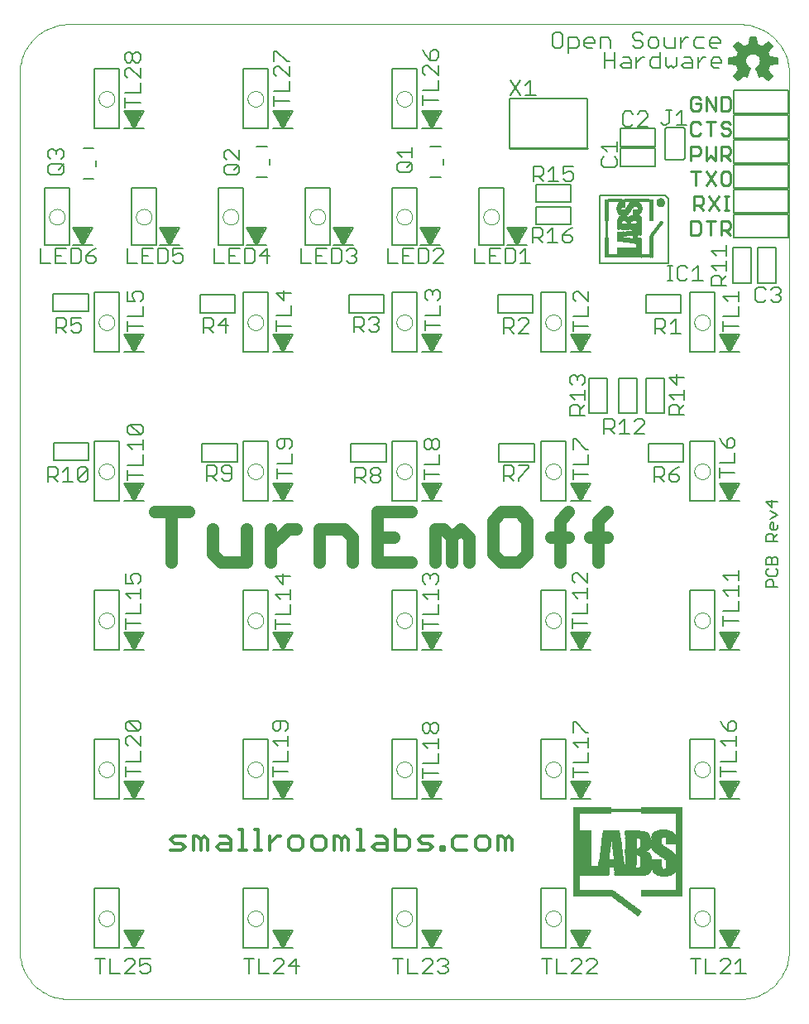
<source format=gto>
G75*
G70*
%OFA0B0*%
%FSLAX24Y24*%
%IPPOS*%
%LPD*%
%AMOC8*
5,1,8,0,0,1.08239X$1,22.5*
%
%ADD10C,0.0010*%
%ADD11C,0.0510*%
%ADD12C,0.0140*%
%ADD13C,0.0070*%
%ADD14C,0.0100*%
%ADD15C,0.0080*%
%ADD16C,0.0050*%
%ADD17C,0.0039*%
%ADD18C,0.0362*%
%ADD19C,0.0200*%
%ADD20C,0.0000*%
%ADD21C,0.0060*%
%ADD22R,0.0039X0.0013*%
%ADD23R,0.0065X0.0013*%
%ADD24R,0.0078X0.0013*%
%ADD25R,0.0117X0.0013*%
%ADD26R,0.0130X0.0013*%
%ADD27R,0.0169X0.0013*%
%ADD28R,0.0195X0.0013*%
%ADD29R,0.0221X0.0013*%
%ADD30R,0.0247X0.0013*%
%ADD31R,0.0273X0.0013*%
%ADD32R,0.0299X0.0013*%
%ADD33R,0.0325X0.0013*%
%ADD34R,0.0351X0.0013*%
%ADD35R,0.0377X0.0013*%
%ADD36R,0.0416X0.0013*%
%ADD37R,0.0429X0.0013*%
%ADD38R,0.0429X0.0013*%
%ADD39R,0.0429X0.0013*%
%ADD40R,0.0416X0.0013*%
%ADD41R,0.0429X0.0013*%
%ADD42R,0.0416X0.0013*%
%ADD43R,0.1937X0.0013*%
%ADD44R,0.1664X0.0013*%
%ADD45R,0.1924X0.0013*%
%ADD46R,0.1664X0.0013*%
%ADD47R,0.1898X0.0013*%
%ADD48R,0.1885X0.0013*%
%ADD49R,0.1859X0.0013*%
%ADD50R,0.1846X0.0013*%
%ADD51R,0.1820X0.0013*%
%ADD52R,0.1807X0.0013*%
%ADD53R,0.1781X0.0013*%
%ADD54R,0.1768X0.0013*%
%ADD55R,0.1755X0.0013*%
%ADD56R,0.1742X0.0013*%
%ADD57R,0.1716X0.0013*%
%ADD58R,0.1703X0.0013*%
%ADD59R,0.1677X0.0013*%
%ADD60R,0.1651X0.0013*%
%ADD61R,0.1625X0.0013*%
%ADD62R,0.1612X0.0013*%
%ADD63R,0.1586X0.0013*%
%ADD64R,0.0260X0.0013*%
%ADD65R,0.0247X0.0013*%
%ADD66R,0.0260X0.0013*%
%ADD67R,0.0247X0.0013*%
%ADD68R,0.0195X0.0013*%
%ADD69R,0.0455X0.0013*%
%ADD70R,0.1430X0.0013*%
%ADD71R,0.1157X0.0013*%
%ADD72R,0.0520X0.0013*%
%ADD73R,0.1430X0.0013*%
%ADD74R,0.1287X0.0013*%
%ADD75R,0.0585X0.0013*%
%ADD76R,0.1352X0.0013*%
%ADD77R,0.0637X0.0013*%
%ADD78R,0.1443X0.0013*%
%ADD79R,0.1378X0.0013*%
%ADD80R,0.0689X0.0013*%
%ADD81R,0.1404X0.0013*%
%ADD82R,0.0715X0.0013*%
%ADD83R,0.1443X0.0013*%
%ADD84R,0.1417X0.0013*%
%ADD85R,0.0767X0.0013*%
%ADD86R,0.0793X0.0013*%
%ADD87R,0.1443X0.0013*%
%ADD88R,0.0819X0.0013*%
%ADD89R,0.1456X0.0013*%
%ADD90R,0.0871X0.0013*%
%ADD91R,0.1469X0.0013*%
%ADD92R,0.0884X0.0013*%
%ADD93R,0.1469X0.0013*%
%ADD94R,0.0897X0.0013*%
%ADD95R,0.1482X0.0013*%
%ADD96R,0.0923X0.0013*%
%ADD97R,0.1196X0.0013*%
%ADD98R,0.1495X0.0013*%
%ADD99R,0.1456X0.0013*%
%ADD100R,0.1209X0.0013*%
%ADD101R,0.1456X0.0013*%
%ADD102R,0.1508X0.0013*%
%ADD103R,0.1209X0.0013*%
%ADD104R,0.1521X0.0013*%
%ADD105R,0.1222X0.0013*%
%ADD106R,0.2756X0.0013*%
%ADD107R,0.1989X0.0013*%
%ADD108R,0.0715X0.0013*%
%ADD109R,0.1963X0.0013*%
%ADD110R,0.1950X0.0013*%
%ADD111R,0.0676X0.0013*%
%ADD112R,0.0663X0.0013*%
%ADD113R,0.0910X0.0013*%
%ADD114R,0.0936X0.0013*%
%ADD115R,0.2548X0.0013*%
%ADD116R,0.0910X0.0013*%
%ADD117R,0.0650X0.0013*%
%ADD118R,0.2548X0.0013*%
%ADD119R,0.0897X0.0013*%
%ADD120R,0.0650X0.0013*%
%ADD121R,0.0884X0.0013*%
%ADD122R,0.1547X0.0013*%
%ADD123R,0.1547X0.0013*%
%ADD124R,0.0871X0.0013*%
%ADD125R,0.1053X0.0013*%
%ADD126R,0.0468X0.0013*%
%ADD127R,0.1053X0.0013*%
%ADD128R,0.0468X0.0013*%
%ADD129R,0.1040X0.0013*%
%ADD130R,0.1027X0.0013*%
%ADD131R,0.1027X0.0013*%
%ADD132R,0.0663X0.0013*%
%ADD133R,0.1014X0.0013*%
%ADD134R,0.1001X0.0013*%
%ADD135R,0.0702X0.0013*%
%ADD136R,0.0416X0.0013*%
%ADD137R,0.0728X0.0013*%
%ADD138R,0.0741X0.0013*%
%ADD139R,0.0754X0.0013*%
%ADD140R,0.0780X0.0013*%
%ADD141R,0.0455X0.0013*%
%ADD142R,0.0819X0.0013*%
%ADD143R,0.0832X0.0013*%
%ADD144R,0.0468X0.0013*%
%ADD145R,0.0858X0.0013*%
%ADD146R,0.0871X0.0013*%
%ADD147R,0.0403X0.0013*%
%ADD148R,0.0403X0.0013*%
%ADD149R,0.0481X0.0013*%
%ADD150R,0.0533X0.0013*%
%ADD151R,0.0403X0.0013*%
%ADD152R,0.0689X0.0013*%
%ADD153R,0.1040X0.0013*%
%ADD154R,0.0403X0.0013*%
%ADD155R,0.0728X0.0013*%
%ADD156R,0.1014X0.0013*%
%ADD157R,0.0741X0.0013*%
%ADD158R,0.0988X0.0013*%
%ADD159R,0.0975X0.0013*%
%ADD160R,0.0754X0.0013*%
%ADD161R,0.0949X0.0013*%
%ADD162R,0.0754X0.0013*%
%ADD163R,0.0923X0.0013*%
%ADD164R,0.0845X0.0013*%
%ADD165R,0.0845X0.0013*%
%ADD166R,0.0741X0.0013*%
%ADD167R,0.0728X0.0013*%
%ADD168R,0.0390X0.0013*%
%ADD169R,0.0975X0.0013*%
%ADD170R,0.0390X0.0013*%
%ADD171R,0.0988X0.0013*%
%ADD172R,0.0702X0.0013*%
%ADD173R,0.0676X0.0013*%
%ADD174R,0.0663X0.0013*%
%ADD175R,0.0481X0.0013*%
%ADD176R,0.0442X0.0013*%
%ADD177R,0.0624X0.0013*%
%ADD178R,0.0442X0.0013*%
%ADD179R,0.0611X0.0013*%
%ADD180R,0.0598X0.0013*%
%ADD181R,0.0572X0.0013*%
%ADD182R,0.1001X0.0013*%
%ADD183R,0.0949X0.0013*%
%ADD184R,0.0377X0.0013*%
%ADD185R,0.0858X0.0013*%
%ADD186R,0.0676X0.0013*%
%ADD187R,0.0858X0.0013*%
%ADD188R,0.0806X0.0013*%
%ADD189R,0.0780X0.0013*%
%ADD190R,0.0871X0.0013*%
%ADD191R,0.0767X0.0013*%
%ADD192R,0.0689X0.0013*%
%ADD193R,0.0988X0.0013*%
%ADD194R,0.0988X0.0013*%
%ADD195R,0.0962X0.0013*%
%ADD196R,0.0949X0.0013*%
%ADD197R,0.0962X0.0013*%
%ADD198R,0.0936X0.0013*%
%ADD199R,0.0858X0.0013*%
%ADD200R,0.0832X0.0013*%
%ADD201R,0.0806X0.0013*%
%ADD202R,0.0832X0.0013*%
%ADD203R,0.0702X0.0013*%
%ADD204R,0.0793X0.0013*%
%ADD205R,0.0624X0.0013*%
%ADD206R,0.0546X0.0013*%
%ADD207R,0.0364X0.0013*%
%ADD208R,0.0221X0.0013*%
%ADD209R,0.1521X0.0013*%
%ADD210R,0.1521X0.0013*%
%ADD211R,0.4394X0.0013*%
%ADD212R,0.4394X0.0013*%
%ADD213C,0.0059*%
%ADD214R,0.0007X0.0021*%
%ADD215R,0.0007X0.0035*%
%ADD216R,0.0007X0.0042*%
%ADD217R,0.0007X0.0063*%
%ADD218R,0.0007X0.0070*%
%ADD219R,0.0007X0.0091*%
%ADD220R,0.0007X0.0105*%
%ADD221R,0.0007X0.0119*%
%ADD222R,0.0007X0.0133*%
%ADD223R,0.0007X0.0147*%
%ADD224R,0.0007X0.0161*%
%ADD225R,0.0007X0.0175*%
%ADD226R,0.0007X0.0189*%
%ADD227R,0.0007X0.0203*%
%ADD228R,0.0007X0.0224*%
%ADD229R,0.0007X0.0231*%
%ADD230R,0.0007X0.0231*%
%ADD231R,0.0007X0.0231*%
%ADD232R,0.0007X0.0231*%
%ADD233R,0.0007X0.0224*%
%ADD234R,0.0007X0.0224*%
%ADD235R,0.0007X0.1043*%
%ADD236R,0.0007X0.0896*%
%ADD237R,0.0007X0.1036*%
%ADD238R,0.0007X0.0896*%
%ADD239R,0.0007X0.1022*%
%ADD240R,0.0007X0.1015*%
%ADD241R,0.0007X0.1001*%
%ADD242R,0.0007X0.0994*%
%ADD243R,0.0007X0.0980*%
%ADD244R,0.0007X0.0973*%
%ADD245R,0.0007X0.0959*%
%ADD246R,0.0007X0.0952*%
%ADD247R,0.0007X0.0945*%
%ADD248R,0.0007X0.0938*%
%ADD249R,0.0007X0.0924*%
%ADD250R,0.0007X0.0917*%
%ADD251R,0.0007X0.0903*%
%ADD252R,0.0007X0.0889*%
%ADD253R,0.0007X0.0875*%
%ADD254R,0.0007X0.0868*%
%ADD255R,0.0007X0.0854*%
%ADD256R,0.0007X0.0140*%
%ADD257R,0.0007X0.0133*%
%ADD258R,0.0007X0.0140*%
%ADD259R,0.0007X0.0133*%
%ADD260R,0.0007X0.0189*%
%ADD261R,0.0007X0.0245*%
%ADD262R,0.0007X0.0770*%
%ADD263R,0.0007X0.0623*%
%ADD264R,0.0007X0.0280*%
%ADD265R,0.0007X0.0770*%
%ADD266R,0.0007X0.0693*%
%ADD267R,0.0007X0.0315*%
%ADD268R,0.0007X0.0728*%
%ADD269R,0.0007X0.0343*%
%ADD270R,0.0007X0.0777*%
%ADD271R,0.0007X0.0742*%
%ADD272R,0.0007X0.0371*%
%ADD273R,0.0007X0.0756*%
%ADD274R,0.0007X0.0385*%
%ADD275R,0.0007X0.0763*%
%ADD276R,0.0007X0.0413*%
%ADD277R,0.0007X0.0777*%
%ADD278R,0.0007X0.0427*%
%ADD279R,0.0007X0.0441*%
%ADD280R,0.0007X0.0784*%
%ADD281R,0.0007X0.0469*%
%ADD282R,0.0007X0.0791*%
%ADD283R,0.0007X0.0476*%
%ADD284R,0.0007X0.0483*%
%ADD285R,0.0007X0.0798*%
%ADD286R,0.0007X0.0497*%
%ADD287R,0.0007X0.0798*%
%ADD288R,0.0007X0.0644*%
%ADD289R,0.0007X0.0805*%
%ADD290R,0.0007X0.0784*%
%ADD291R,0.0007X0.0651*%
%ADD292R,0.0007X0.0812*%
%ADD293R,0.0007X0.0784*%
%ADD294R,0.0007X0.0819*%
%ADD295R,0.0007X0.0658*%
%ADD296R,0.0007X0.0819*%
%ADD297R,0.0007X0.0658*%
%ADD298R,0.0007X0.1484*%
%ADD299R,0.0007X0.1071*%
%ADD300R,0.0007X0.1057*%
%ADD301R,0.0007X0.0371*%
%ADD302R,0.0007X0.1050*%
%ADD303R,0.0007X0.0364*%
%ADD304R,0.0007X0.0357*%
%ADD305R,0.0007X0.0490*%
%ADD306R,0.0007X0.0504*%
%ADD307R,0.0007X0.1372*%
%ADD308R,0.0007X0.0350*%
%ADD309R,0.0007X0.1372*%
%ADD310R,0.0007X0.0483*%
%ADD311R,0.0007X0.0350*%
%ADD312R,0.0007X0.0476*%
%ADD313R,0.0007X0.0833*%
%ADD314R,0.0007X0.0469*%
%ADD315R,0.0007X0.0385*%
%ADD316R,0.0007X0.0833*%
%ADD317R,0.0007X0.0469*%
%ADD318R,0.0007X0.0567*%
%ADD319R,0.0007X0.0252*%
%ADD320R,0.0007X0.0567*%
%ADD321R,0.0007X0.0252*%
%ADD322R,0.0007X0.0560*%
%ADD323R,0.0007X0.0553*%
%ADD324R,0.0007X0.0553*%
%ADD325R,0.0007X0.0546*%
%ADD326R,0.0007X0.0364*%
%ADD327R,0.0007X0.0546*%
%ADD328R,0.0007X0.0371*%
%ADD329R,0.0007X0.0539*%
%ADD330R,0.0007X0.0378*%
%ADD331R,0.0007X0.0252*%
%ADD332R,0.0007X0.0392*%
%ADD333R,0.0007X0.0252*%
%ADD334R,0.0007X0.0399*%
%ADD335R,0.0007X0.0406*%
%ADD336R,0.0007X0.0420*%
%ADD337R,0.0007X0.0427*%
%ADD338R,0.0007X0.0441*%
%ADD339R,0.0007X0.0245*%
%ADD340R,0.0007X0.0448*%
%ADD341R,0.0007X0.0462*%
%ADD342R,0.0007X0.0217*%
%ADD343R,0.0007X0.0224*%
%ADD344R,0.0007X0.0259*%
%ADD345R,0.0007X0.0357*%
%ADD346R,0.0007X0.0287*%
%ADD347R,0.0007X0.0567*%
%ADD348R,0.0007X0.0217*%
%ADD349R,0.0007X0.0553*%
%ADD350R,0.0007X0.0392*%
%ADD351R,0.0007X0.0217*%
%ADD352R,0.0007X0.0399*%
%ADD353R,0.0007X0.0532*%
%ADD354R,0.0007X0.0525*%
%ADD355R,0.0007X0.0511*%
%ADD356R,0.0007X0.0406*%
%ADD357R,0.0007X0.0497*%
%ADD358R,0.0007X0.0406*%
%ADD359R,0.0007X0.0455*%
%ADD360R,0.0007X0.0217*%
%ADD361R,0.0007X0.0399*%
%ADD362R,0.0007X0.0511*%
%ADD363R,0.0007X0.0210*%
%ADD364R,0.0007X0.0378*%
%ADD365R,0.0007X0.0539*%
%ADD366R,0.0007X0.0357*%
%ADD367R,0.0007X0.0259*%
%ADD368R,0.0007X0.0238*%
%ADD369R,0.0007X0.0336*%
%ADD370R,0.0007X0.0210*%
%ADD371R,0.0007X0.0238*%
%ADD372R,0.0007X0.0329*%
%ADD373R,0.0007X0.0322*%
%ADD374R,0.0007X0.0308*%
%ADD375R,0.0007X0.0539*%
%ADD376R,0.0007X0.0511*%
%ADD377R,0.0007X0.0497*%
%ADD378R,0.0007X0.0476*%
%ADD379R,0.0007X0.0462*%
%ADD380R,0.0007X0.0203*%
%ADD381R,0.0007X0.0462*%
%ADD382R,0.0007X0.0434*%
%ADD383R,0.0007X0.0420*%
%ADD384R,0.0007X0.0406*%
%ADD385R,0.0007X0.0560*%
%ADD386R,0.0007X0.0553*%
%ADD387R,0.0007X0.0399*%
%ADD388R,0.0007X0.0532*%
%ADD389R,0.0007X0.0518*%
%ADD390R,0.0007X0.0504*%
%ADD391R,0.0007X0.0504*%
%ADD392R,0.0007X0.0378*%
%ADD393R,0.0007X0.0448*%
%ADD394R,0.0007X0.0434*%
%ADD395R,0.0007X0.0448*%
%ADD396R,0.0007X0.0371*%
%ADD397R,0.0007X0.0364*%
%ADD398R,0.0007X0.0336*%
%ADD399R,0.0007X0.0294*%
%ADD400R,0.0007X0.0196*%
%ADD401R,0.0007X0.2366*%
%ADD402R,0.0007X0.2366*%
D10*
X027651Y000151D02*
X029151Y000151D01*
D11*
X023468Y017739D02*
X023468Y019432D01*
X023806Y019770D01*
X023806Y018755D02*
X023129Y018755D01*
X022247Y018755D02*
X021570Y018755D01*
X021908Y019432D02*
X022247Y019770D01*
X021908Y019432D02*
X021908Y017739D01*
X020585Y018077D02*
X020585Y019432D01*
X020247Y019770D01*
X019570Y019770D01*
X019231Y019432D01*
X019231Y018077D01*
X019570Y017739D01*
X020247Y017739D01*
X020585Y018077D01*
X018247Y017739D02*
X018247Y018755D01*
X017908Y019093D01*
X017569Y018755D01*
X017569Y017739D01*
X016892Y017739D02*
X016892Y019093D01*
X017231Y019093D01*
X017569Y018755D01*
X015908Y019770D02*
X014553Y019770D01*
X014553Y017739D01*
X015908Y017739D01*
X015231Y018755D02*
X014553Y018755D01*
X013569Y018755D02*
X013569Y017739D01*
X013569Y018755D02*
X013230Y019093D01*
X012215Y019093D01*
X012215Y017739D01*
X011281Y019093D02*
X010943Y019093D01*
X010266Y018416D01*
X010266Y017739D02*
X010266Y019093D01*
X009281Y019093D02*
X009281Y017739D01*
X008265Y017739D01*
X007927Y018077D01*
X007927Y019093D01*
X006943Y019770D02*
X005588Y019770D01*
X006265Y019770D02*
X006265Y017739D01*
D12*
X008994Y006998D02*
X009138Y006998D01*
X009138Y006137D01*
X009281Y006137D02*
X008994Y006137D01*
X008647Y006137D02*
X008647Y006567D01*
X008504Y006711D01*
X008217Y006711D01*
X008217Y006424D02*
X008647Y006424D01*
X008647Y006137D02*
X008217Y006137D01*
X008074Y006280D01*
X008217Y006424D01*
X007727Y006567D02*
X007727Y006137D01*
X007440Y006137D02*
X007440Y006567D01*
X007583Y006711D01*
X007727Y006567D01*
X007440Y006567D02*
X007296Y006711D01*
X007153Y006711D01*
X007153Y006137D01*
X006806Y006280D02*
X006662Y006424D01*
X006375Y006424D01*
X006232Y006567D01*
X006375Y006711D01*
X006806Y006711D01*
X006806Y006280D02*
X006662Y006137D01*
X006232Y006137D01*
X009608Y006137D02*
X009895Y006137D01*
X009752Y006137D02*
X009752Y006998D01*
X009608Y006998D01*
X010222Y006711D02*
X010222Y006137D01*
X010222Y006424D02*
X010509Y006711D01*
X010652Y006711D01*
X010989Y006567D02*
X010989Y006280D01*
X011133Y006137D01*
X011420Y006137D01*
X011563Y006280D01*
X011563Y006567D01*
X011420Y006711D01*
X011133Y006711D01*
X010989Y006567D01*
X011910Y006567D02*
X011910Y006280D01*
X012053Y006137D01*
X012340Y006137D01*
X012484Y006280D01*
X012484Y006567D01*
X012340Y006711D01*
X012053Y006711D01*
X011910Y006567D01*
X012831Y006711D02*
X012831Y006137D01*
X013118Y006137D02*
X013118Y006567D01*
X013261Y006711D01*
X013405Y006567D01*
X013405Y006137D01*
X013751Y006137D02*
X014038Y006137D01*
X013895Y006137D02*
X013895Y006998D01*
X013751Y006998D01*
X013118Y006567D02*
X012974Y006711D01*
X012831Y006711D01*
X014365Y006280D02*
X014509Y006424D01*
X014939Y006424D01*
X014939Y006567D02*
X014939Y006137D01*
X014509Y006137D01*
X014365Y006280D01*
X014509Y006711D02*
X014796Y006711D01*
X014939Y006567D01*
X015286Y006711D02*
X015716Y006711D01*
X015860Y006567D01*
X015860Y006280D01*
X015716Y006137D01*
X015286Y006137D01*
X015286Y006998D01*
X016207Y006567D02*
X016350Y006711D01*
X016781Y006711D01*
X016637Y006424D02*
X016781Y006280D01*
X016637Y006137D01*
X016207Y006137D01*
X016350Y006424D02*
X016207Y006567D01*
X016350Y006424D02*
X016637Y006424D01*
X017128Y006280D02*
X017271Y006280D01*
X017271Y006137D01*
X017128Y006137D01*
X017128Y006280D01*
X017588Y006280D02*
X017588Y006567D01*
X017731Y006711D01*
X018162Y006711D01*
X018509Y006567D02*
X018509Y006280D01*
X018652Y006137D01*
X018939Y006137D01*
X019082Y006280D01*
X019082Y006567D01*
X018939Y006711D01*
X018652Y006711D01*
X018509Y006567D01*
X018162Y006137D02*
X017731Y006137D01*
X017588Y006280D01*
X019429Y006137D02*
X019429Y006711D01*
X019573Y006711D01*
X019716Y006567D01*
X019860Y006711D01*
X020003Y006567D01*
X020003Y006137D01*
X019716Y006137D02*
X019716Y006567D01*
D13*
X023716Y037646D02*
X023716Y038277D01*
X023550Y038446D02*
X023550Y038867D01*
X023865Y038867D01*
X023970Y038761D01*
X023970Y038446D01*
X024137Y038277D02*
X024137Y037646D01*
X024361Y037751D02*
X024466Y037856D01*
X024781Y037856D01*
X024781Y037961D02*
X024781Y037646D01*
X024466Y037646D01*
X024361Y037751D01*
X024137Y037961D02*
X023716Y037961D01*
X023220Y038446D02*
X023010Y038446D01*
X022905Y038551D01*
X022905Y038761D01*
X023010Y038867D01*
X023220Y038867D01*
X023326Y038761D01*
X023326Y038656D01*
X022905Y038656D01*
X022681Y038551D02*
X022576Y038446D01*
X022261Y038446D01*
X022261Y038236D02*
X022261Y038867D01*
X022576Y038867D01*
X022681Y038761D01*
X022681Y038551D01*
X022037Y038551D02*
X022037Y038972D01*
X021931Y039077D01*
X021721Y039077D01*
X021616Y038972D01*
X021616Y038551D01*
X021721Y038446D01*
X021931Y038446D01*
X022037Y038551D01*
X024466Y038067D02*
X024676Y038067D01*
X024781Y037961D01*
X025005Y037856D02*
X025215Y038067D01*
X025320Y038067D01*
X025542Y037961D02*
X025647Y038067D01*
X025963Y038067D01*
X025963Y038277D02*
X025963Y037646D01*
X025647Y037646D01*
X025542Y037751D01*
X025542Y037961D01*
X025588Y038446D02*
X025483Y038551D01*
X025483Y038761D01*
X025588Y038867D01*
X025799Y038867D01*
X025904Y038761D01*
X025904Y038551D01*
X025799Y038446D01*
X025588Y038446D01*
X025259Y038551D02*
X025154Y038446D01*
X024944Y038446D01*
X024839Y038551D01*
X024944Y038761D02*
X025154Y038761D01*
X025259Y038656D01*
X025259Y038551D01*
X024944Y038761D02*
X024839Y038867D01*
X024839Y038972D01*
X024944Y039077D01*
X025154Y039077D01*
X025259Y038972D01*
X025005Y038067D02*
X025005Y037646D01*
X026187Y037751D02*
X026292Y037646D01*
X026397Y037751D01*
X026502Y037646D01*
X026607Y037751D01*
X026607Y038067D01*
X026936Y038067D02*
X027147Y038067D01*
X027252Y037961D01*
X027252Y037646D01*
X026936Y037646D01*
X026831Y037751D01*
X026936Y037856D01*
X027252Y037856D01*
X027476Y037856D02*
X027686Y038067D01*
X027791Y038067D01*
X028013Y037961D02*
X028118Y038067D01*
X028328Y038067D01*
X028433Y037961D01*
X028433Y037856D01*
X028013Y037856D01*
X028013Y037751D02*
X028013Y037961D01*
X028013Y037751D02*
X028118Y037646D01*
X028328Y037646D01*
X028269Y038446D02*
X028059Y038446D01*
X027954Y038551D01*
X027954Y038761D01*
X028059Y038867D01*
X028269Y038867D01*
X028374Y038761D01*
X028374Y038656D01*
X027954Y038656D01*
X027730Y038446D02*
X027415Y038446D01*
X027309Y038551D01*
X027309Y038761D01*
X027415Y038867D01*
X027730Y038867D01*
X027088Y038867D02*
X026983Y038867D01*
X026772Y038656D01*
X026772Y038446D02*
X026772Y038867D01*
X026548Y038867D02*
X026548Y038446D01*
X026233Y038446D01*
X026128Y038551D01*
X026128Y038867D01*
X026187Y038067D02*
X026187Y037751D01*
X027476Y037646D02*
X027476Y038067D01*
D14*
X027481Y036487D02*
X027295Y036487D01*
X027201Y036393D01*
X027201Y036020D01*
X027295Y035926D01*
X027481Y035926D01*
X027575Y036020D01*
X027575Y036206D01*
X027388Y036206D01*
X027575Y036393D02*
X027481Y036487D01*
X027809Y036487D02*
X028183Y035926D01*
X028183Y036487D01*
X028417Y036487D02*
X028697Y036487D01*
X028790Y036393D01*
X028790Y036020D01*
X028697Y035926D01*
X028417Y035926D01*
X028417Y036487D01*
X027809Y036487D02*
X027809Y035926D01*
X027809Y035487D02*
X028183Y035487D01*
X027996Y035487D02*
X027996Y034926D01*
X028417Y035020D02*
X028510Y034926D01*
X028697Y034926D01*
X028790Y035020D01*
X028790Y035113D01*
X028697Y035206D01*
X028510Y035206D01*
X028417Y035300D01*
X028417Y035393D01*
X028510Y035487D01*
X028697Y035487D01*
X028790Y035393D01*
X028697Y034487D02*
X028417Y034487D01*
X028417Y033926D01*
X028417Y034113D02*
X028697Y034113D01*
X028790Y034206D01*
X028790Y034393D01*
X028697Y034487D01*
X028603Y034113D02*
X028790Y033926D01*
X028697Y033487D02*
X028510Y033487D01*
X028417Y033393D01*
X028417Y033020D01*
X028510Y032926D01*
X028697Y032926D01*
X028790Y033020D01*
X028790Y033393D01*
X028697Y033487D01*
X028183Y033487D02*
X027809Y032926D01*
X028183Y032926D02*
X027809Y033487D01*
X027575Y033487D02*
X027201Y033487D01*
X027388Y033487D02*
X027388Y032926D01*
X027326Y032487D02*
X027606Y032487D01*
X027700Y032393D01*
X027700Y032206D01*
X027606Y032113D01*
X027326Y032113D01*
X027326Y031926D02*
X027326Y032487D01*
X027513Y032113D02*
X027700Y031926D01*
X027934Y031926D02*
X028308Y032487D01*
X028542Y032487D02*
X028728Y032487D01*
X028635Y032487D02*
X028635Y031926D01*
X028542Y031926D02*
X028728Y031926D01*
X028308Y031926D02*
X027934Y032487D01*
X027996Y031487D02*
X027996Y030926D01*
X028417Y030926D02*
X028417Y031487D01*
X028697Y031487D01*
X028790Y031393D01*
X028790Y031206D01*
X028697Y031113D01*
X028417Y031113D01*
X028603Y031113D02*
X028790Y030926D01*
X028183Y031487D02*
X027809Y031487D01*
X027575Y031393D02*
X027575Y031020D01*
X027481Y030926D01*
X027201Y030926D01*
X027201Y031487D01*
X027481Y031487D01*
X027575Y031393D01*
X027809Y033926D02*
X027996Y034113D01*
X028183Y033926D01*
X028183Y034487D01*
X027809Y034487D02*
X027809Y033926D01*
X027575Y034206D02*
X027481Y034113D01*
X027201Y034113D01*
X027201Y033926D02*
X027201Y034487D01*
X027481Y034487D01*
X027575Y034393D01*
X027575Y034206D01*
X027481Y034926D02*
X027295Y034926D01*
X027201Y035020D01*
X027201Y035393D01*
X027295Y035487D01*
X027481Y035487D01*
X027575Y035393D01*
X027575Y035020D02*
X027481Y034926D01*
X023026Y034401D02*
X019901Y034401D01*
D15*
X019901Y036401D01*
X023026Y036401D01*
X023026Y034401D01*
X020581Y031201D02*
X020181Y030501D01*
X019781Y031201D01*
X020581Y031201D01*
X020281Y031101D02*
X020283Y031121D01*
X020289Y031139D01*
X020298Y031157D01*
X020310Y031172D01*
X020325Y031184D01*
X020343Y031193D01*
X020361Y031199D01*
X020381Y031201D01*
X020401Y031199D01*
X020419Y031193D01*
X020437Y031184D01*
X020452Y031172D01*
X020464Y031157D01*
X020473Y031139D01*
X020479Y031121D01*
X020481Y031101D01*
X020479Y031081D01*
X020473Y031063D01*
X020464Y031045D01*
X020452Y031030D01*
X020437Y031018D01*
X020419Y031009D01*
X020401Y031003D01*
X020381Y031001D01*
X020361Y031003D01*
X020343Y031009D01*
X020325Y031018D01*
X020310Y031030D01*
X020298Y031045D01*
X020289Y031063D01*
X020283Y031081D01*
X020281Y031101D01*
X020081Y031101D02*
X020083Y031121D01*
X020089Y031139D01*
X020098Y031157D01*
X020110Y031172D01*
X020125Y031184D01*
X020143Y031193D01*
X020161Y031199D01*
X020181Y031201D01*
X020201Y031199D01*
X020219Y031193D01*
X020237Y031184D01*
X020252Y031172D01*
X020264Y031157D01*
X020273Y031139D01*
X020279Y031121D01*
X020281Y031101D01*
X020279Y031081D01*
X020273Y031063D01*
X020264Y031045D01*
X020252Y031030D01*
X020237Y031018D01*
X020219Y031009D01*
X020201Y031003D01*
X020181Y031001D01*
X020161Y031003D01*
X020143Y031009D01*
X020125Y031018D01*
X020110Y031030D01*
X020098Y031045D01*
X020089Y031063D01*
X020083Y031081D01*
X020081Y031101D01*
X019881Y031101D02*
X019883Y031121D01*
X019889Y031139D01*
X019898Y031157D01*
X019910Y031172D01*
X019925Y031184D01*
X019943Y031193D01*
X019961Y031199D01*
X019981Y031201D01*
X020001Y031199D01*
X020019Y031193D01*
X020037Y031184D01*
X020052Y031172D01*
X020064Y031157D01*
X020073Y031139D01*
X020079Y031121D01*
X020081Y031101D01*
X020079Y031081D01*
X020073Y031063D01*
X020064Y031045D01*
X020052Y031030D01*
X020037Y031018D01*
X020019Y031009D01*
X020001Y031003D01*
X019981Y031001D01*
X019961Y031003D01*
X019943Y031009D01*
X019925Y031018D01*
X019910Y031030D01*
X019898Y031045D01*
X019889Y031063D01*
X019883Y031081D01*
X019881Y031101D01*
X019981Y030901D02*
X019983Y030921D01*
X019989Y030939D01*
X019998Y030957D01*
X020010Y030972D01*
X020025Y030984D01*
X020043Y030993D01*
X020061Y030999D01*
X020081Y031001D01*
X020101Y030999D01*
X020119Y030993D01*
X020137Y030984D01*
X020152Y030972D01*
X020164Y030957D01*
X020173Y030939D01*
X020179Y030921D01*
X020181Y030901D01*
X020179Y030881D01*
X020173Y030863D01*
X020164Y030845D01*
X020152Y030830D01*
X020137Y030818D01*
X020119Y030809D01*
X020101Y030803D01*
X020081Y030801D01*
X020061Y030803D01*
X020043Y030809D01*
X020025Y030818D01*
X020010Y030830D01*
X019998Y030845D01*
X019989Y030863D01*
X019983Y030881D01*
X019981Y030901D01*
X020081Y030701D02*
X020083Y030721D01*
X020089Y030739D01*
X020098Y030757D01*
X020110Y030772D01*
X020125Y030784D01*
X020143Y030793D01*
X020161Y030799D01*
X020181Y030801D01*
X020201Y030799D01*
X020219Y030793D01*
X020237Y030784D01*
X020252Y030772D01*
X020264Y030757D01*
X020273Y030739D01*
X020279Y030721D01*
X020281Y030701D01*
X020279Y030681D01*
X020273Y030663D01*
X020264Y030645D01*
X020252Y030630D01*
X020237Y030618D01*
X020219Y030609D01*
X020201Y030603D01*
X020181Y030601D01*
X020161Y030603D01*
X020143Y030609D01*
X020125Y030618D01*
X020110Y030630D01*
X020098Y030645D01*
X020089Y030663D01*
X020083Y030681D01*
X020081Y030701D01*
X020181Y030501D02*
X019781Y030501D01*
X019651Y030501D02*
X019651Y032801D01*
X018651Y032801D01*
X018651Y030501D01*
X019651Y030501D01*
X020181Y030501D02*
X020581Y030501D01*
X020181Y030901D02*
X020183Y030921D01*
X020189Y030939D01*
X020198Y030957D01*
X020210Y030972D01*
X020225Y030984D01*
X020243Y030993D01*
X020261Y030999D01*
X020281Y031001D01*
X020301Y030999D01*
X020319Y030993D01*
X020337Y030984D01*
X020352Y030972D01*
X020364Y030957D01*
X020373Y030939D01*
X020379Y030921D01*
X020381Y030901D01*
X020379Y030881D01*
X020373Y030863D01*
X020364Y030845D01*
X020352Y030830D01*
X020337Y030818D01*
X020319Y030809D01*
X020301Y030803D01*
X020281Y030801D01*
X020261Y030803D01*
X020243Y030809D01*
X020225Y030818D01*
X020210Y030830D01*
X020198Y030845D01*
X020189Y030863D01*
X020183Y030881D01*
X020181Y030901D01*
X021151Y028601D02*
X021151Y026201D01*
X022151Y026201D01*
X022151Y028601D01*
X021151Y028601D01*
X022351Y026901D02*
X022751Y026201D01*
X023151Y026901D01*
X022351Y026901D01*
X022451Y026801D02*
X022453Y026821D01*
X022459Y026839D01*
X022468Y026857D01*
X022480Y026872D01*
X022495Y026884D01*
X022513Y026893D01*
X022531Y026899D01*
X022551Y026901D01*
X022571Y026899D01*
X022589Y026893D01*
X022607Y026884D01*
X022622Y026872D01*
X022634Y026857D01*
X022643Y026839D01*
X022649Y026821D01*
X022651Y026801D01*
X022649Y026781D01*
X022643Y026763D01*
X022634Y026745D01*
X022622Y026730D01*
X022607Y026718D01*
X022589Y026709D01*
X022571Y026703D01*
X022551Y026701D01*
X022531Y026703D01*
X022513Y026709D01*
X022495Y026718D01*
X022480Y026730D01*
X022468Y026745D01*
X022459Y026763D01*
X022453Y026781D01*
X022451Y026801D01*
X022551Y026601D02*
X022553Y026621D01*
X022559Y026639D01*
X022568Y026657D01*
X022580Y026672D01*
X022595Y026684D01*
X022613Y026693D01*
X022631Y026699D01*
X022651Y026701D01*
X022671Y026699D01*
X022689Y026693D01*
X022707Y026684D01*
X022722Y026672D01*
X022734Y026657D01*
X022743Y026639D01*
X022749Y026621D01*
X022751Y026601D01*
X022749Y026581D01*
X022743Y026563D01*
X022734Y026545D01*
X022722Y026530D01*
X022707Y026518D01*
X022689Y026509D01*
X022671Y026503D01*
X022651Y026501D01*
X022631Y026503D01*
X022613Y026509D01*
X022595Y026518D01*
X022580Y026530D01*
X022568Y026545D01*
X022559Y026563D01*
X022553Y026581D01*
X022551Y026601D01*
X022651Y026401D02*
X022653Y026421D01*
X022659Y026439D01*
X022668Y026457D01*
X022680Y026472D01*
X022695Y026484D01*
X022713Y026493D01*
X022731Y026499D01*
X022751Y026501D01*
X022771Y026499D01*
X022789Y026493D01*
X022807Y026484D01*
X022822Y026472D01*
X022834Y026457D01*
X022843Y026439D01*
X022849Y026421D01*
X022851Y026401D01*
X022849Y026381D01*
X022843Y026363D01*
X022834Y026345D01*
X022822Y026330D01*
X022807Y026318D01*
X022789Y026309D01*
X022771Y026303D01*
X022751Y026301D01*
X022731Y026303D01*
X022713Y026309D01*
X022695Y026318D01*
X022680Y026330D01*
X022668Y026345D01*
X022659Y026363D01*
X022653Y026381D01*
X022651Y026401D01*
X022751Y026201D02*
X023151Y026201D01*
X022751Y026201D02*
X022351Y026201D01*
X022751Y026601D02*
X022753Y026621D01*
X022759Y026639D01*
X022768Y026657D01*
X022780Y026672D01*
X022795Y026684D01*
X022813Y026693D01*
X022831Y026699D01*
X022851Y026701D01*
X022871Y026699D01*
X022889Y026693D01*
X022907Y026684D01*
X022922Y026672D01*
X022934Y026657D01*
X022943Y026639D01*
X022949Y026621D01*
X022951Y026601D01*
X022949Y026581D01*
X022943Y026563D01*
X022934Y026545D01*
X022922Y026530D01*
X022907Y026518D01*
X022889Y026509D01*
X022871Y026503D01*
X022851Y026501D01*
X022831Y026503D01*
X022813Y026509D01*
X022795Y026518D01*
X022780Y026530D01*
X022768Y026545D01*
X022759Y026563D01*
X022753Y026581D01*
X022751Y026601D01*
X022651Y026801D02*
X022653Y026821D01*
X022659Y026839D01*
X022668Y026857D01*
X022680Y026872D01*
X022695Y026884D01*
X022713Y026893D01*
X022731Y026899D01*
X022751Y026901D01*
X022771Y026899D01*
X022789Y026893D01*
X022807Y026884D01*
X022822Y026872D01*
X022834Y026857D01*
X022843Y026839D01*
X022849Y026821D01*
X022851Y026801D01*
X022849Y026781D01*
X022843Y026763D01*
X022834Y026745D01*
X022822Y026730D01*
X022807Y026718D01*
X022789Y026709D01*
X022771Y026703D01*
X022751Y026701D01*
X022731Y026703D01*
X022713Y026709D01*
X022695Y026718D01*
X022680Y026730D01*
X022668Y026745D01*
X022659Y026763D01*
X022653Y026781D01*
X022651Y026801D01*
X022851Y026801D02*
X022853Y026821D01*
X022859Y026839D01*
X022868Y026857D01*
X022880Y026872D01*
X022895Y026884D01*
X022913Y026893D01*
X022931Y026899D01*
X022951Y026901D01*
X022971Y026899D01*
X022989Y026893D01*
X023007Y026884D01*
X023022Y026872D01*
X023034Y026857D01*
X023043Y026839D01*
X023049Y026821D01*
X023051Y026801D01*
X023049Y026781D01*
X023043Y026763D01*
X023034Y026745D01*
X023022Y026730D01*
X023007Y026718D01*
X022989Y026709D01*
X022971Y026703D01*
X022951Y026701D01*
X022931Y026703D01*
X022913Y026709D01*
X022895Y026718D01*
X022880Y026730D01*
X022868Y026745D01*
X022859Y026763D01*
X022853Y026781D01*
X022851Y026801D01*
X022151Y022601D02*
X021151Y022601D01*
X021151Y020201D01*
X022151Y020201D01*
X022151Y022601D01*
X022351Y020901D02*
X022751Y020201D01*
X023151Y020901D01*
X022351Y020901D01*
X022451Y020801D02*
X022453Y020821D01*
X022459Y020839D01*
X022468Y020857D01*
X022480Y020872D01*
X022495Y020884D01*
X022513Y020893D01*
X022531Y020899D01*
X022551Y020901D01*
X022571Y020899D01*
X022589Y020893D01*
X022607Y020884D01*
X022622Y020872D01*
X022634Y020857D01*
X022643Y020839D01*
X022649Y020821D01*
X022651Y020801D01*
X022649Y020781D01*
X022643Y020763D01*
X022634Y020745D01*
X022622Y020730D01*
X022607Y020718D01*
X022589Y020709D01*
X022571Y020703D01*
X022551Y020701D01*
X022531Y020703D01*
X022513Y020709D01*
X022495Y020718D01*
X022480Y020730D01*
X022468Y020745D01*
X022459Y020763D01*
X022453Y020781D01*
X022451Y020801D01*
X022551Y020601D02*
X022553Y020621D01*
X022559Y020639D01*
X022568Y020657D01*
X022580Y020672D01*
X022595Y020684D01*
X022613Y020693D01*
X022631Y020699D01*
X022651Y020701D01*
X022671Y020699D01*
X022689Y020693D01*
X022707Y020684D01*
X022722Y020672D01*
X022734Y020657D01*
X022743Y020639D01*
X022749Y020621D01*
X022751Y020601D01*
X022749Y020581D01*
X022743Y020563D01*
X022734Y020545D01*
X022722Y020530D01*
X022707Y020518D01*
X022689Y020509D01*
X022671Y020503D01*
X022651Y020501D01*
X022631Y020503D01*
X022613Y020509D01*
X022595Y020518D01*
X022580Y020530D01*
X022568Y020545D01*
X022559Y020563D01*
X022553Y020581D01*
X022551Y020601D01*
X022651Y020401D02*
X022653Y020421D01*
X022659Y020439D01*
X022668Y020457D01*
X022680Y020472D01*
X022695Y020484D01*
X022713Y020493D01*
X022731Y020499D01*
X022751Y020501D01*
X022771Y020499D01*
X022789Y020493D01*
X022807Y020484D01*
X022822Y020472D01*
X022834Y020457D01*
X022843Y020439D01*
X022849Y020421D01*
X022851Y020401D01*
X022849Y020381D01*
X022843Y020363D01*
X022834Y020345D01*
X022822Y020330D01*
X022807Y020318D01*
X022789Y020309D01*
X022771Y020303D01*
X022751Y020301D01*
X022731Y020303D01*
X022713Y020309D01*
X022695Y020318D01*
X022680Y020330D01*
X022668Y020345D01*
X022659Y020363D01*
X022653Y020381D01*
X022651Y020401D01*
X022751Y020201D02*
X023151Y020201D01*
X022751Y020201D02*
X022351Y020201D01*
X022751Y020601D02*
X022753Y020621D01*
X022759Y020639D01*
X022768Y020657D01*
X022780Y020672D01*
X022795Y020684D01*
X022813Y020693D01*
X022831Y020699D01*
X022851Y020701D01*
X022871Y020699D01*
X022889Y020693D01*
X022907Y020684D01*
X022922Y020672D01*
X022934Y020657D01*
X022943Y020639D01*
X022949Y020621D01*
X022951Y020601D01*
X022949Y020581D01*
X022943Y020563D01*
X022934Y020545D01*
X022922Y020530D01*
X022907Y020518D01*
X022889Y020509D01*
X022871Y020503D01*
X022851Y020501D01*
X022831Y020503D01*
X022813Y020509D01*
X022795Y020518D01*
X022780Y020530D01*
X022768Y020545D01*
X022759Y020563D01*
X022753Y020581D01*
X022751Y020601D01*
X022651Y020801D02*
X022653Y020821D01*
X022659Y020839D01*
X022668Y020857D01*
X022680Y020872D01*
X022695Y020884D01*
X022713Y020893D01*
X022731Y020899D01*
X022751Y020901D01*
X022771Y020899D01*
X022789Y020893D01*
X022807Y020884D01*
X022822Y020872D01*
X022834Y020857D01*
X022843Y020839D01*
X022849Y020821D01*
X022851Y020801D01*
X022849Y020781D01*
X022843Y020763D01*
X022834Y020745D01*
X022822Y020730D01*
X022807Y020718D01*
X022789Y020709D01*
X022771Y020703D01*
X022751Y020701D01*
X022731Y020703D01*
X022713Y020709D01*
X022695Y020718D01*
X022680Y020730D01*
X022668Y020745D01*
X022659Y020763D01*
X022653Y020781D01*
X022651Y020801D01*
X022851Y020801D02*
X022853Y020821D01*
X022859Y020839D01*
X022868Y020857D01*
X022880Y020872D01*
X022895Y020884D01*
X022913Y020893D01*
X022931Y020899D01*
X022951Y020901D01*
X022971Y020899D01*
X022989Y020893D01*
X023007Y020884D01*
X023022Y020872D01*
X023034Y020857D01*
X023043Y020839D01*
X023049Y020821D01*
X023051Y020801D01*
X023049Y020781D01*
X023043Y020763D01*
X023034Y020745D01*
X023022Y020730D01*
X023007Y020718D01*
X022989Y020709D01*
X022971Y020703D01*
X022951Y020701D01*
X022931Y020703D01*
X022913Y020709D01*
X022895Y020718D01*
X022880Y020730D01*
X022868Y020745D01*
X022859Y020763D01*
X022853Y020781D01*
X022851Y020801D01*
X022151Y016601D02*
X021151Y016601D01*
X021151Y014201D01*
X022151Y014201D01*
X022151Y016601D01*
X022351Y014901D02*
X022751Y014201D01*
X023151Y014901D01*
X022351Y014901D01*
X022451Y014801D02*
X022453Y014821D01*
X022459Y014839D01*
X022468Y014857D01*
X022480Y014872D01*
X022495Y014884D01*
X022513Y014893D01*
X022531Y014899D01*
X022551Y014901D01*
X022571Y014899D01*
X022589Y014893D01*
X022607Y014884D01*
X022622Y014872D01*
X022634Y014857D01*
X022643Y014839D01*
X022649Y014821D01*
X022651Y014801D01*
X022649Y014781D01*
X022643Y014763D01*
X022634Y014745D01*
X022622Y014730D01*
X022607Y014718D01*
X022589Y014709D01*
X022571Y014703D01*
X022551Y014701D01*
X022531Y014703D01*
X022513Y014709D01*
X022495Y014718D01*
X022480Y014730D01*
X022468Y014745D01*
X022459Y014763D01*
X022453Y014781D01*
X022451Y014801D01*
X022551Y014601D02*
X022553Y014621D01*
X022559Y014639D01*
X022568Y014657D01*
X022580Y014672D01*
X022595Y014684D01*
X022613Y014693D01*
X022631Y014699D01*
X022651Y014701D01*
X022671Y014699D01*
X022689Y014693D01*
X022707Y014684D01*
X022722Y014672D01*
X022734Y014657D01*
X022743Y014639D01*
X022749Y014621D01*
X022751Y014601D01*
X022749Y014581D01*
X022743Y014563D01*
X022734Y014545D01*
X022722Y014530D01*
X022707Y014518D01*
X022689Y014509D01*
X022671Y014503D01*
X022651Y014501D01*
X022631Y014503D01*
X022613Y014509D01*
X022595Y014518D01*
X022580Y014530D01*
X022568Y014545D01*
X022559Y014563D01*
X022553Y014581D01*
X022551Y014601D01*
X022651Y014401D02*
X022653Y014421D01*
X022659Y014439D01*
X022668Y014457D01*
X022680Y014472D01*
X022695Y014484D01*
X022713Y014493D01*
X022731Y014499D01*
X022751Y014501D01*
X022771Y014499D01*
X022789Y014493D01*
X022807Y014484D01*
X022822Y014472D01*
X022834Y014457D01*
X022843Y014439D01*
X022849Y014421D01*
X022851Y014401D01*
X022849Y014381D01*
X022843Y014363D01*
X022834Y014345D01*
X022822Y014330D01*
X022807Y014318D01*
X022789Y014309D01*
X022771Y014303D01*
X022751Y014301D01*
X022731Y014303D01*
X022713Y014309D01*
X022695Y014318D01*
X022680Y014330D01*
X022668Y014345D01*
X022659Y014363D01*
X022653Y014381D01*
X022651Y014401D01*
X022751Y014201D02*
X022351Y014201D01*
X022751Y014201D02*
X023151Y014201D01*
X022751Y014601D02*
X022753Y014621D01*
X022759Y014639D01*
X022768Y014657D01*
X022780Y014672D01*
X022795Y014684D01*
X022813Y014693D01*
X022831Y014699D01*
X022851Y014701D01*
X022871Y014699D01*
X022889Y014693D01*
X022907Y014684D01*
X022922Y014672D01*
X022934Y014657D01*
X022943Y014639D01*
X022949Y014621D01*
X022951Y014601D01*
X022949Y014581D01*
X022943Y014563D01*
X022934Y014545D01*
X022922Y014530D01*
X022907Y014518D01*
X022889Y014509D01*
X022871Y014503D01*
X022851Y014501D01*
X022831Y014503D01*
X022813Y014509D01*
X022795Y014518D01*
X022780Y014530D01*
X022768Y014545D01*
X022759Y014563D01*
X022753Y014581D01*
X022751Y014601D01*
X022651Y014801D02*
X022653Y014821D01*
X022659Y014839D01*
X022668Y014857D01*
X022680Y014872D01*
X022695Y014884D01*
X022713Y014893D01*
X022731Y014899D01*
X022751Y014901D01*
X022771Y014899D01*
X022789Y014893D01*
X022807Y014884D01*
X022822Y014872D01*
X022834Y014857D01*
X022843Y014839D01*
X022849Y014821D01*
X022851Y014801D01*
X022849Y014781D01*
X022843Y014763D01*
X022834Y014745D01*
X022822Y014730D01*
X022807Y014718D01*
X022789Y014709D01*
X022771Y014703D01*
X022751Y014701D01*
X022731Y014703D01*
X022713Y014709D01*
X022695Y014718D01*
X022680Y014730D01*
X022668Y014745D01*
X022659Y014763D01*
X022653Y014781D01*
X022651Y014801D01*
X022851Y014801D02*
X022853Y014821D01*
X022859Y014839D01*
X022868Y014857D01*
X022880Y014872D01*
X022895Y014884D01*
X022913Y014893D01*
X022931Y014899D01*
X022951Y014901D01*
X022971Y014899D01*
X022989Y014893D01*
X023007Y014884D01*
X023022Y014872D01*
X023034Y014857D01*
X023043Y014839D01*
X023049Y014821D01*
X023051Y014801D01*
X023049Y014781D01*
X023043Y014763D01*
X023034Y014745D01*
X023022Y014730D01*
X023007Y014718D01*
X022989Y014709D01*
X022971Y014703D01*
X022951Y014701D01*
X022931Y014703D01*
X022913Y014709D01*
X022895Y014718D01*
X022880Y014730D01*
X022868Y014745D01*
X022859Y014763D01*
X022853Y014781D01*
X022851Y014801D01*
X022151Y010601D02*
X021151Y010601D01*
X021151Y008201D01*
X022151Y008201D01*
X022151Y010601D01*
X022351Y008901D02*
X022751Y008201D01*
X023151Y008901D01*
X022351Y008901D01*
X022451Y008801D02*
X022453Y008821D01*
X022459Y008839D01*
X022468Y008857D01*
X022480Y008872D01*
X022495Y008884D01*
X022513Y008893D01*
X022531Y008899D01*
X022551Y008901D01*
X022571Y008899D01*
X022589Y008893D01*
X022607Y008884D01*
X022622Y008872D01*
X022634Y008857D01*
X022643Y008839D01*
X022649Y008821D01*
X022651Y008801D01*
X022649Y008781D01*
X022643Y008763D01*
X022634Y008745D01*
X022622Y008730D01*
X022607Y008718D01*
X022589Y008709D01*
X022571Y008703D01*
X022551Y008701D01*
X022531Y008703D01*
X022513Y008709D01*
X022495Y008718D01*
X022480Y008730D01*
X022468Y008745D01*
X022459Y008763D01*
X022453Y008781D01*
X022451Y008801D01*
X022551Y008601D02*
X022553Y008621D01*
X022559Y008639D01*
X022568Y008657D01*
X022580Y008672D01*
X022595Y008684D01*
X022613Y008693D01*
X022631Y008699D01*
X022651Y008701D01*
X022671Y008699D01*
X022689Y008693D01*
X022707Y008684D01*
X022722Y008672D01*
X022734Y008657D01*
X022743Y008639D01*
X022749Y008621D01*
X022751Y008601D01*
X022749Y008581D01*
X022743Y008563D01*
X022734Y008545D01*
X022722Y008530D01*
X022707Y008518D01*
X022689Y008509D01*
X022671Y008503D01*
X022651Y008501D01*
X022631Y008503D01*
X022613Y008509D01*
X022595Y008518D01*
X022580Y008530D01*
X022568Y008545D01*
X022559Y008563D01*
X022553Y008581D01*
X022551Y008601D01*
X022651Y008401D02*
X022653Y008421D01*
X022659Y008439D01*
X022668Y008457D01*
X022680Y008472D01*
X022695Y008484D01*
X022713Y008493D01*
X022731Y008499D01*
X022751Y008501D01*
X022771Y008499D01*
X022789Y008493D01*
X022807Y008484D01*
X022822Y008472D01*
X022834Y008457D01*
X022843Y008439D01*
X022849Y008421D01*
X022851Y008401D01*
X022849Y008381D01*
X022843Y008363D01*
X022834Y008345D01*
X022822Y008330D01*
X022807Y008318D01*
X022789Y008309D01*
X022771Y008303D01*
X022751Y008301D01*
X022731Y008303D01*
X022713Y008309D01*
X022695Y008318D01*
X022680Y008330D01*
X022668Y008345D01*
X022659Y008363D01*
X022653Y008381D01*
X022651Y008401D01*
X022751Y008201D02*
X022351Y008201D01*
X022751Y008201D02*
X023151Y008201D01*
X022751Y008601D02*
X022753Y008621D01*
X022759Y008639D01*
X022768Y008657D01*
X022780Y008672D01*
X022795Y008684D01*
X022813Y008693D01*
X022831Y008699D01*
X022851Y008701D01*
X022871Y008699D01*
X022889Y008693D01*
X022907Y008684D01*
X022922Y008672D01*
X022934Y008657D01*
X022943Y008639D01*
X022949Y008621D01*
X022951Y008601D01*
X022949Y008581D01*
X022943Y008563D01*
X022934Y008545D01*
X022922Y008530D01*
X022907Y008518D01*
X022889Y008509D01*
X022871Y008503D01*
X022851Y008501D01*
X022831Y008503D01*
X022813Y008509D01*
X022795Y008518D01*
X022780Y008530D01*
X022768Y008545D01*
X022759Y008563D01*
X022753Y008581D01*
X022751Y008601D01*
X022651Y008801D02*
X022653Y008821D01*
X022659Y008839D01*
X022668Y008857D01*
X022680Y008872D01*
X022695Y008884D01*
X022713Y008893D01*
X022731Y008899D01*
X022751Y008901D01*
X022771Y008899D01*
X022789Y008893D01*
X022807Y008884D01*
X022822Y008872D01*
X022834Y008857D01*
X022843Y008839D01*
X022849Y008821D01*
X022851Y008801D01*
X022849Y008781D01*
X022843Y008763D01*
X022834Y008745D01*
X022822Y008730D01*
X022807Y008718D01*
X022789Y008709D01*
X022771Y008703D01*
X022751Y008701D01*
X022731Y008703D01*
X022713Y008709D01*
X022695Y008718D01*
X022680Y008730D01*
X022668Y008745D01*
X022659Y008763D01*
X022653Y008781D01*
X022651Y008801D01*
X022851Y008801D02*
X022853Y008821D01*
X022859Y008839D01*
X022868Y008857D01*
X022880Y008872D01*
X022895Y008884D01*
X022913Y008893D01*
X022931Y008899D01*
X022951Y008901D01*
X022971Y008899D01*
X022989Y008893D01*
X023007Y008884D01*
X023022Y008872D01*
X023034Y008857D01*
X023043Y008839D01*
X023049Y008821D01*
X023051Y008801D01*
X023049Y008781D01*
X023043Y008763D01*
X023034Y008745D01*
X023022Y008730D01*
X023007Y008718D01*
X022989Y008709D01*
X022971Y008703D01*
X022951Y008701D01*
X022931Y008703D01*
X022913Y008709D01*
X022895Y008718D01*
X022880Y008730D01*
X022868Y008745D01*
X022859Y008763D01*
X022853Y008781D01*
X022851Y008801D01*
X022151Y004601D02*
X021151Y004601D01*
X021151Y002201D01*
X022151Y002201D01*
X022151Y004601D01*
X022351Y002901D02*
X022751Y002201D01*
X023151Y002901D01*
X022351Y002901D01*
X022451Y002801D02*
X022453Y002821D01*
X022459Y002839D01*
X022468Y002857D01*
X022480Y002872D01*
X022495Y002884D01*
X022513Y002893D01*
X022531Y002899D01*
X022551Y002901D01*
X022571Y002899D01*
X022589Y002893D01*
X022607Y002884D01*
X022622Y002872D01*
X022634Y002857D01*
X022643Y002839D01*
X022649Y002821D01*
X022651Y002801D01*
X022649Y002781D01*
X022643Y002763D01*
X022634Y002745D01*
X022622Y002730D01*
X022607Y002718D01*
X022589Y002709D01*
X022571Y002703D01*
X022551Y002701D01*
X022531Y002703D01*
X022513Y002709D01*
X022495Y002718D01*
X022480Y002730D01*
X022468Y002745D01*
X022459Y002763D01*
X022453Y002781D01*
X022451Y002801D01*
X022551Y002601D02*
X022553Y002621D01*
X022559Y002639D01*
X022568Y002657D01*
X022580Y002672D01*
X022595Y002684D01*
X022613Y002693D01*
X022631Y002699D01*
X022651Y002701D01*
X022671Y002699D01*
X022689Y002693D01*
X022707Y002684D01*
X022722Y002672D01*
X022734Y002657D01*
X022743Y002639D01*
X022749Y002621D01*
X022751Y002601D01*
X022749Y002581D01*
X022743Y002563D01*
X022734Y002545D01*
X022722Y002530D01*
X022707Y002518D01*
X022689Y002509D01*
X022671Y002503D01*
X022651Y002501D01*
X022631Y002503D01*
X022613Y002509D01*
X022595Y002518D01*
X022580Y002530D01*
X022568Y002545D01*
X022559Y002563D01*
X022553Y002581D01*
X022551Y002601D01*
X022651Y002401D02*
X022653Y002421D01*
X022659Y002439D01*
X022668Y002457D01*
X022680Y002472D01*
X022695Y002484D01*
X022713Y002493D01*
X022731Y002499D01*
X022751Y002501D01*
X022771Y002499D01*
X022789Y002493D01*
X022807Y002484D01*
X022822Y002472D01*
X022834Y002457D01*
X022843Y002439D01*
X022849Y002421D01*
X022851Y002401D01*
X022849Y002381D01*
X022843Y002363D01*
X022834Y002345D01*
X022822Y002330D01*
X022807Y002318D01*
X022789Y002309D01*
X022771Y002303D01*
X022751Y002301D01*
X022731Y002303D01*
X022713Y002309D01*
X022695Y002318D01*
X022680Y002330D01*
X022668Y002345D01*
X022659Y002363D01*
X022653Y002381D01*
X022651Y002401D01*
X022751Y002201D02*
X022351Y002201D01*
X022751Y002201D02*
X023151Y002201D01*
X022751Y002601D02*
X022753Y002621D01*
X022759Y002639D01*
X022768Y002657D01*
X022780Y002672D01*
X022795Y002684D01*
X022813Y002693D01*
X022831Y002699D01*
X022851Y002701D01*
X022871Y002699D01*
X022889Y002693D01*
X022907Y002684D01*
X022922Y002672D01*
X022934Y002657D01*
X022943Y002639D01*
X022949Y002621D01*
X022951Y002601D01*
X022949Y002581D01*
X022943Y002563D01*
X022934Y002545D01*
X022922Y002530D01*
X022907Y002518D01*
X022889Y002509D01*
X022871Y002503D01*
X022851Y002501D01*
X022831Y002503D01*
X022813Y002509D01*
X022795Y002518D01*
X022780Y002530D01*
X022768Y002545D01*
X022759Y002563D01*
X022753Y002581D01*
X022751Y002601D01*
X022651Y002801D02*
X022653Y002821D01*
X022659Y002839D01*
X022668Y002857D01*
X022680Y002872D01*
X022695Y002884D01*
X022713Y002893D01*
X022731Y002899D01*
X022751Y002901D01*
X022771Y002899D01*
X022789Y002893D01*
X022807Y002884D01*
X022822Y002872D01*
X022834Y002857D01*
X022843Y002839D01*
X022849Y002821D01*
X022851Y002801D01*
X022849Y002781D01*
X022843Y002763D01*
X022834Y002745D01*
X022822Y002730D01*
X022807Y002718D01*
X022789Y002709D01*
X022771Y002703D01*
X022751Y002701D01*
X022731Y002703D01*
X022713Y002709D01*
X022695Y002718D01*
X022680Y002730D01*
X022668Y002745D01*
X022659Y002763D01*
X022653Y002781D01*
X022651Y002801D01*
X022851Y002801D02*
X022853Y002821D01*
X022859Y002839D01*
X022868Y002857D01*
X022880Y002872D01*
X022895Y002884D01*
X022913Y002893D01*
X022931Y002899D01*
X022951Y002901D01*
X022971Y002899D01*
X022989Y002893D01*
X023007Y002884D01*
X023022Y002872D01*
X023034Y002857D01*
X023043Y002839D01*
X023049Y002821D01*
X023051Y002801D01*
X023049Y002781D01*
X023043Y002763D01*
X023034Y002745D01*
X023022Y002730D01*
X023007Y002718D01*
X022989Y002709D01*
X022971Y002703D01*
X022951Y002701D01*
X022931Y002703D01*
X022913Y002709D01*
X022895Y002718D01*
X022880Y002730D01*
X022868Y002745D01*
X022859Y002763D01*
X022853Y002781D01*
X022851Y002801D01*
X027151Y002201D02*
X027151Y004601D01*
X028151Y004601D01*
X028151Y002201D01*
X027151Y002201D01*
X028351Y002201D02*
X028751Y002201D01*
X029151Y002901D01*
X028351Y002901D01*
X028751Y002201D01*
X029151Y002201D01*
X028651Y002401D02*
X028653Y002421D01*
X028659Y002439D01*
X028668Y002457D01*
X028680Y002472D01*
X028695Y002484D01*
X028713Y002493D01*
X028731Y002499D01*
X028751Y002501D01*
X028771Y002499D01*
X028789Y002493D01*
X028807Y002484D01*
X028822Y002472D01*
X028834Y002457D01*
X028843Y002439D01*
X028849Y002421D01*
X028851Y002401D01*
X028849Y002381D01*
X028843Y002363D01*
X028834Y002345D01*
X028822Y002330D01*
X028807Y002318D01*
X028789Y002309D01*
X028771Y002303D01*
X028751Y002301D01*
X028731Y002303D01*
X028713Y002309D01*
X028695Y002318D01*
X028680Y002330D01*
X028668Y002345D01*
X028659Y002363D01*
X028653Y002381D01*
X028651Y002401D01*
X028551Y002601D02*
X028553Y002621D01*
X028559Y002639D01*
X028568Y002657D01*
X028580Y002672D01*
X028595Y002684D01*
X028613Y002693D01*
X028631Y002699D01*
X028651Y002701D01*
X028671Y002699D01*
X028689Y002693D01*
X028707Y002684D01*
X028722Y002672D01*
X028734Y002657D01*
X028743Y002639D01*
X028749Y002621D01*
X028751Y002601D01*
X028749Y002581D01*
X028743Y002563D01*
X028734Y002545D01*
X028722Y002530D01*
X028707Y002518D01*
X028689Y002509D01*
X028671Y002503D01*
X028651Y002501D01*
X028631Y002503D01*
X028613Y002509D01*
X028595Y002518D01*
X028580Y002530D01*
X028568Y002545D01*
X028559Y002563D01*
X028553Y002581D01*
X028551Y002601D01*
X028451Y002801D02*
X028453Y002821D01*
X028459Y002839D01*
X028468Y002857D01*
X028480Y002872D01*
X028495Y002884D01*
X028513Y002893D01*
X028531Y002899D01*
X028551Y002901D01*
X028571Y002899D01*
X028589Y002893D01*
X028607Y002884D01*
X028622Y002872D01*
X028634Y002857D01*
X028643Y002839D01*
X028649Y002821D01*
X028651Y002801D01*
X028649Y002781D01*
X028643Y002763D01*
X028634Y002745D01*
X028622Y002730D01*
X028607Y002718D01*
X028589Y002709D01*
X028571Y002703D01*
X028551Y002701D01*
X028531Y002703D01*
X028513Y002709D01*
X028495Y002718D01*
X028480Y002730D01*
X028468Y002745D01*
X028459Y002763D01*
X028453Y002781D01*
X028451Y002801D01*
X028651Y002801D02*
X028653Y002821D01*
X028659Y002839D01*
X028668Y002857D01*
X028680Y002872D01*
X028695Y002884D01*
X028713Y002893D01*
X028731Y002899D01*
X028751Y002901D01*
X028771Y002899D01*
X028789Y002893D01*
X028807Y002884D01*
X028822Y002872D01*
X028834Y002857D01*
X028843Y002839D01*
X028849Y002821D01*
X028851Y002801D01*
X028849Y002781D01*
X028843Y002763D01*
X028834Y002745D01*
X028822Y002730D01*
X028807Y002718D01*
X028789Y002709D01*
X028771Y002703D01*
X028751Y002701D01*
X028731Y002703D01*
X028713Y002709D01*
X028695Y002718D01*
X028680Y002730D01*
X028668Y002745D01*
X028659Y002763D01*
X028653Y002781D01*
X028651Y002801D01*
X028751Y002601D02*
X028753Y002621D01*
X028759Y002639D01*
X028768Y002657D01*
X028780Y002672D01*
X028795Y002684D01*
X028813Y002693D01*
X028831Y002699D01*
X028851Y002701D01*
X028871Y002699D01*
X028889Y002693D01*
X028907Y002684D01*
X028922Y002672D01*
X028934Y002657D01*
X028943Y002639D01*
X028949Y002621D01*
X028951Y002601D01*
X028949Y002581D01*
X028943Y002563D01*
X028934Y002545D01*
X028922Y002530D01*
X028907Y002518D01*
X028889Y002509D01*
X028871Y002503D01*
X028851Y002501D01*
X028831Y002503D01*
X028813Y002509D01*
X028795Y002518D01*
X028780Y002530D01*
X028768Y002545D01*
X028759Y002563D01*
X028753Y002581D01*
X028751Y002601D01*
X028851Y002801D02*
X028853Y002821D01*
X028859Y002839D01*
X028868Y002857D01*
X028880Y002872D01*
X028895Y002884D01*
X028913Y002893D01*
X028931Y002899D01*
X028951Y002901D01*
X028971Y002899D01*
X028989Y002893D01*
X029007Y002884D01*
X029022Y002872D01*
X029034Y002857D01*
X029043Y002839D01*
X029049Y002821D01*
X029051Y002801D01*
X029049Y002781D01*
X029043Y002763D01*
X029034Y002745D01*
X029022Y002730D01*
X029007Y002718D01*
X028989Y002709D01*
X028971Y002703D01*
X028951Y002701D01*
X028931Y002703D01*
X028913Y002709D01*
X028895Y002718D01*
X028880Y002730D01*
X028868Y002745D01*
X028859Y002763D01*
X028853Y002781D01*
X028851Y002801D01*
X028751Y008201D02*
X028351Y008201D01*
X028151Y008201D02*
X028151Y010601D01*
X027151Y010601D01*
X027151Y008201D01*
X028151Y008201D01*
X028751Y008201D02*
X028351Y008901D01*
X029151Y008901D01*
X028751Y008201D01*
X029151Y008201D01*
X028651Y008401D02*
X028653Y008421D01*
X028659Y008439D01*
X028668Y008457D01*
X028680Y008472D01*
X028695Y008484D01*
X028713Y008493D01*
X028731Y008499D01*
X028751Y008501D01*
X028771Y008499D01*
X028789Y008493D01*
X028807Y008484D01*
X028822Y008472D01*
X028834Y008457D01*
X028843Y008439D01*
X028849Y008421D01*
X028851Y008401D01*
X028849Y008381D01*
X028843Y008363D01*
X028834Y008345D01*
X028822Y008330D01*
X028807Y008318D01*
X028789Y008309D01*
X028771Y008303D01*
X028751Y008301D01*
X028731Y008303D01*
X028713Y008309D01*
X028695Y008318D01*
X028680Y008330D01*
X028668Y008345D01*
X028659Y008363D01*
X028653Y008381D01*
X028651Y008401D01*
X028551Y008601D02*
X028553Y008621D01*
X028559Y008639D01*
X028568Y008657D01*
X028580Y008672D01*
X028595Y008684D01*
X028613Y008693D01*
X028631Y008699D01*
X028651Y008701D01*
X028671Y008699D01*
X028689Y008693D01*
X028707Y008684D01*
X028722Y008672D01*
X028734Y008657D01*
X028743Y008639D01*
X028749Y008621D01*
X028751Y008601D01*
X028749Y008581D01*
X028743Y008563D01*
X028734Y008545D01*
X028722Y008530D01*
X028707Y008518D01*
X028689Y008509D01*
X028671Y008503D01*
X028651Y008501D01*
X028631Y008503D01*
X028613Y008509D01*
X028595Y008518D01*
X028580Y008530D01*
X028568Y008545D01*
X028559Y008563D01*
X028553Y008581D01*
X028551Y008601D01*
X028451Y008801D02*
X028453Y008821D01*
X028459Y008839D01*
X028468Y008857D01*
X028480Y008872D01*
X028495Y008884D01*
X028513Y008893D01*
X028531Y008899D01*
X028551Y008901D01*
X028571Y008899D01*
X028589Y008893D01*
X028607Y008884D01*
X028622Y008872D01*
X028634Y008857D01*
X028643Y008839D01*
X028649Y008821D01*
X028651Y008801D01*
X028649Y008781D01*
X028643Y008763D01*
X028634Y008745D01*
X028622Y008730D01*
X028607Y008718D01*
X028589Y008709D01*
X028571Y008703D01*
X028551Y008701D01*
X028531Y008703D01*
X028513Y008709D01*
X028495Y008718D01*
X028480Y008730D01*
X028468Y008745D01*
X028459Y008763D01*
X028453Y008781D01*
X028451Y008801D01*
X028651Y008801D02*
X028653Y008821D01*
X028659Y008839D01*
X028668Y008857D01*
X028680Y008872D01*
X028695Y008884D01*
X028713Y008893D01*
X028731Y008899D01*
X028751Y008901D01*
X028771Y008899D01*
X028789Y008893D01*
X028807Y008884D01*
X028822Y008872D01*
X028834Y008857D01*
X028843Y008839D01*
X028849Y008821D01*
X028851Y008801D01*
X028849Y008781D01*
X028843Y008763D01*
X028834Y008745D01*
X028822Y008730D01*
X028807Y008718D01*
X028789Y008709D01*
X028771Y008703D01*
X028751Y008701D01*
X028731Y008703D01*
X028713Y008709D01*
X028695Y008718D01*
X028680Y008730D01*
X028668Y008745D01*
X028659Y008763D01*
X028653Y008781D01*
X028651Y008801D01*
X028751Y008601D02*
X028753Y008621D01*
X028759Y008639D01*
X028768Y008657D01*
X028780Y008672D01*
X028795Y008684D01*
X028813Y008693D01*
X028831Y008699D01*
X028851Y008701D01*
X028871Y008699D01*
X028889Y008693D01*
X028907Y008684D01*
X028922Y008672D01*
X028934Y008657D01*
X028943Y008639D01*
X028949Y008621D01*
X028951Y008601D01*
X028949Y008581D01*
X028943Y008563D01*
X028934Y008545D01*
X028922Y008530D01*
X028907Y008518D01*
X028889Y008509D01*
X028871Y008503D01*
X028851Y008501D01*
X028831Y008503D01*
X028813Y008509D01*
X028795Y008518D01*
X028780Y008530D01*
X028768Y008545D01*
X028759Y008563D01*
X028753Y008581D01*
X028751Y008601D01*
X028851Y008801D02*
X028853Y008821D01*
X028859Y008839D01*
X028868Y008857D01*
X028880Y008872D01*
X028895Y008884D01*
X028913Y008893D01*
X028931Y008899D01*
X028951Y008901D01*
X028971Y008899D01*
X028989Y008893D01*
X029007Y008884D01*
X029022Y008872D01*
X029034Y008857D01*
X029043Y008839D01*
X029049Y008821D01*
X029051Y008801D01*
X029049Y008781D01*
X029043Y008763D01*
X029034Y008745D01*
X029022Y008730D01*
X029007Y008718D01*
X028989Y008709D01*
X028971Y008703D01*
X028951Y008701D01*
X028931Y008703D01*
X028913Y008709D01*
X028895Y008718D01*
X028880Y008730D01*
X028868Y008745D01*
X028859Y008763D01*
X028853Y008781D01*
X028851Y008801D01*
X028751Y014201D02*
X028351Y014201D01*
X028151Y014201D02*
X028151Y016601D01*
X027151Y016601D01*
X027151Y014201D01*
X028151Y014201D01*
X028751Y014201D02*
X028351Y014901D01*
X029151Y014901D01*
X028751Y014201D01*
X029151Y014201D01*
X028651Y014401D02*
X028653Y014421D01*
X028659Y014439D01*
X028668Y014457D01*
X028680Y014472D01*
X028695Y014484D01*
X028713Y014493D01*
X028731Y014499D01*
X028751Y014501D01*
X028771Y014499D01*
X028789Y014493D01*
X028807Y014484D01*
X028822Y014472D01*
X028834Y014457D01*
X028843Y014439D01*
X028849Y014421D01*
X028851Y014401D01*
X028849Y014381D01*
X028843Y014363D01*
X028834Y014345D01*
X028822Y014330D01*
X028807Y014318D01*
X028789Y014309D01*
X028771Y014303D01*
X028751Y014301D01*
X028731Y014303D01*
X028713Y014309D01*
X028695Y014318D01*
X028680Y014330D01*
X028668Y014345D01*
X028659Y014363D01*
X028653Y014381D01*
X028651Y014401D01*
X028551Y014601D02*
X028553Y014621D01*
X028559Y014639D01*
X028568Y014657D01*
X028580Y014672D01*
X028595Y014684D01*
X028613Y014693D01*
X028631Y014699D01*
X028651Y014701D01*
X028671Y014699D01*
X028689Y014693D01*
X028707Y014684D01*
X028722Y014672D01*
X028734Y014657D01*
X028743Y014639D01*
X028749Y014621D01*
X028751Y014601D01*
X028749Y014581D01*
X028743Y014563D01*
X028734Y014545D01*
X028722Y014530D01*
X028707Y014518D01*
X028689Y014509D01*
X028671Y014503D01*
X028651Y014501D01*
X028631Y014503D01*
X028613Y014509D01*
X028595Y014518D01*
X028580Y014530D01*
X028568Y014545D01*
X028559Y014563D01*
X028553Y014581D01*
X028551Y014601D01*
X028451Y014801D02*
X028453Y014821D01*
X028459Y014839D01*
X028468Y014857D01*
X028480Y014872D01*
X028495Y014884D01*
X028513Y014893D01*
X028531Y014899D01*
X028551Y014901D01*
X028571Y014899D01*
X028589Y014893D01*
X028607Y014884D01*
X028622Y014872D01*
X028634Y014857D01*
X028643Y014839D01*
X028649Y014821D01*
X028651Y014801D01*
X028649Y014781D01*
X028643Y014763D01*
X028634Y014745D01*
X028622Y014730D01*
X028607Y014718D01*
X028589Y014709D01*
X028571Y014703D01*
X028551Y014701D01*
X028531Y014703D01*
X028513Y014709D01*
X028495Y014718D01*
X028480Y014730D01*
X028468Y014745D01*
X028459Y014763D01*
X028453Y014781D01*
X028451Y014801D01*
X028651Y014801D02*
X028653Y014821D01*
X028659Y014839D01*
X028668Y014857D01*
X028680Y014872D01*
X028695Y014884D01*
X028713Y014893D01*
X028731Y014899D01*
X028751Y014901D01*
X028771Y014899D01*
X028789Y014893D01*
X028807Y014884D01*
X028822Y014872D01*
X028834Y014857D01*
X028843Y014839D01*
X028849Y014821D01*
X028851Y014801D01*
X028849Y014781D01*
X028843Y014763D01*
X028834Y014745D01*
X028822Y014730D01*
X028807Y014718D01*
X028789Y014709D01*
X028771Y014703D01*
X028751Y014701D01*
X028731Y014703D01*
X028713Y014709D01*
X028695Y014718D01*
X028680Y014730D01*
X028668Y014745D01*
X028659Y014763D01*
X028653Y014781D01*
X028651Y014801D01*
X028751Y014601D02*
X028753Y014621D01*
X028759Y014639D01*
X028768Y014657D01*
X028780Y014672D01*
X028795Y014684D01*
X028813Y014693D01*
X028831Y014699D01*
X028851Y014701D01*
X028871Y014699D01*
X028889Y014693D01*
X028907Y014684D01*
X028922Y014672D01*
X028934Y014657D01*
X028943Y014639D01*
X028949Y014621D01*
X028951Y014601D01*
X028949Y014581D01*
X028943Y014563D01*
X028934Y014545D01*
X028922Y014530D01*
X028907Y014518D01*
X028889Y014509D01*
X028871Y014503D01*
X028851Y014501D01*
X028831Y014503D01*
X028813Y014509D01*
X028795Y014518D01*
X028780Y014530D01*
X028768Y014545D01*
X028759Y014563D01*
X028753Y014581D01*
X028751Y014601D01*
X028851Y014801D02*
X028853Y014821D01*
X028859Y014839D01*
X028868Y014857D01*
X028880Y014872D01*
X028895Y014884D01*
X028913Y014893D01*
X028931Y014899D01*
X028951Y014901D01*
X028971Y014899D01*
X028989Y014893D01*
X029007Y014884D01*
X029022Y014872D01*
X029034Y014857D01*
X029043Y014839D01*
X029049Y014821D01*
X029051Y014801D01*
X029049Y014781D01*
X029043Y014763D01*
X029034Y014745D01*
X029022Y014730D01*
X029007Y014718D01*
X028989Y014709D01*
X028971Y014703D01*
X028951Y014701D01*
X028931Y014703D01*
X028913Y014709D01*
X028895Y014718D01*
X028880Y014730D01*
X028868Y014745D01*
X028859Y014763D01*
X028853Y014781D01*
X028851Y014801D01*
X028751Y020201D02*
X028351Y020201D01*
X028151Y020201D02*
X028151Y022601D01*
X027151Y022601D01*
X027151Y020201D01*
X028151Y020201D01*
X028751Y020201D02*
X028351Y020901D01*
X029151Y020901D01*
X028751Y020201D01*
X029151Y020201D01*
X028651Y020401D02*
X028653Y020421D01*
X028659Y020439D01*
X028668Y020457D01*
X028680Y020472D01*
X028695Y020484D01*
X028713Y020493D01*
X028731Y020499D01*
X028751Y020501D01*
X028771Y020499D01*
X028789Y020493D01*
X028807Y020484D01*
X028822Y020472D01*
X028834Y020457D01*
X028843Y020439D01*
X028849Y020421D01*
X028851Y020401D01*
X028849Y020381D01*
X028843Y020363D01*
X028834Y020345D01*
X028822Y020330D01*
X028807Y020318D01*
X028789Y020309D01*
X028771Y020303D01*
X028751Y020301D01*
X028731Y020303D01*
X028713Y020309D01*
X028695Y020318D01*
X028680Y020330D01*
X028668Y020345D01*
X028659Y020363D01*
X028653Y020381D01*
X028651Y020401D01*
X028551Y020601D02*
X028553Y020621D01*
X028559Y020639D01*
X028568Y020657D01*
X028580Y020672D01*
X028595Y020684D01*
X028613Y020693D01*
X028631Y020699D01*
X028651Y020701D01*
X028671Y020699D01*
X028689Y020693D01*
X028707Y020684D01*
X028722Y020672D01*
X028734Y020657D01*
X028743Y020639D01*
X028749Y020621D01*
X028751Y020601D01*
X028749Y020581D01*
X028743Y020563D01*
X028734Y020545D01*
X028722Y020530D01*
X028707Y020518D01*
X028689Y020509D01*
X028671Y020503D01*
X028651Y020501D01*
X028631Y020503D01*
X028613Y020509D01*
X028595Y020518D01*
X028580Y020530D01*
X028568Y020545D01*
X028559Y020563D01*
X028553Y020581D01*
X028551Y020601D01*
X028451Y020801D02*
X028453Y020821D01*
X028459Y020839D01*
X028468Y020857D01*
X028480Y020872D01*
X028495Y020884D01*
X028513Y020893D01*
X028531Y020899D01*
X028551Y020901D01*
X028571Y020899D01*
X028589Y020893D01*
X028607Y020884D01*
X028622Y020872D01*
X028634Y020857D01*
X028643Y020839D01*
X028649Y020821D01*
X028651Y020801D01*
X028649Y020781D01*
X028643Y020763D01*
X028634Y020745D01*
X028622Y020730D01*
X028607Y020718D01*
X028589Y020709D01*
X028571Y020703D01*
X028551Y020701D01*
X028531Y020703D01*
X028513Y020709D01*
X028495Y020718D01*
X028480Y020730D01*
X028468Y020745D01*
X028459Y020763D01*
X028453Y020781D01*
X028451Y020801D01*
X028651Y020801D02*
X028653Y020821D01*
X028659Y020839D01*
X028668Y020857D01*
X028680Y020872D01*
X028695Y020884D01*
X028713Y020893D01*
X028731Y020899D01*
X028751Y020901D01*
X028771Y020899D01*
X028789Y020893D01*
X028807Y020884D01*
X028822Y020872D01*
X028834Y020857D01*
X028843Y020839D01*
X028849Y020821D01*
X028851Y020801D01*
X028849Y020781D01*
X028843Y020763D01*
X028834Y020745D01*
X028822Y020730D01*
X028807Y020718D01*
X028789Y020709D01*
X028771Y020703D01*
X028751Y020701D01*
X028731Y020703D01*
X028713Y020709D01*
X028695Y020718D01*
X028680Y020730D01*
X028668Y020745D01*
X028659Y020763D01*
X028653Y020781D01*
X028651Y020801D01*
X028751Y020601D02*
X028753Y020621D01*
X028759Y020639D01*
X028768Y020657D01*
X028780Y020672D01*
X028795Y020684D01*
X028813Y020693D01*
X028831Y020699D01*
X028851Y020701D01*
X028871Y020699D01*
X028889Y020693D01*
X028907Y020684D01*
X028922Y020672D01*
X028934Y020657D01*
X028943Y020639D01*
X028949Y020621D01*
X028951Y020601D01*
X028949Y020581D01*
X028943Y020563D01*
X028934Y020545D01*
X028922Y020530D01*
X028907Y020518D01*
X028889Y020509D01*
X028871Y020503D01*
X028851Y020501D01*
X028831Y020503D01*
X028813Y020509D01*
X028795Y020518D01*
X028780Y020530D01*
X028768Y020545D01*
X028759Y020563D01*
X028753Y020581D01*
X028751Y020601D01*
X028851Y020801D02*
X028853Y020821D01*
X028859Y020839D01*
X028868Y020857D01*
X028880Y020872D01*
X028895Y020884D01*
X028913Y020893D01*
X028931Y020899D01*
X028951Y020901D01*
X028971Y020899D01*
X028989Y020893D01*
X029007Y020884D01*
X029022Y020872D01*
X029034Y020857D01*
X029043Y020839D01*
X029049Y020821D01*
X029051Y020801D01*
X029049Y020781D01*
X029043Y020763D01*
X029034Y020745D01*
X029022Y020730D01*
X029007Y020718D01*
X028989Y020709D01*
X028971Y020703D01*
X028951Y020701D01*
X028931Y020703D01*
X028913Y020709D01*
X028895Y020718D01*
X028880Y020730D01*
X028868Y020745D01*
X028859Y020763D01*
X028853Y020781D01*
X028851Y020801D01*
X028751Y026201D02*
X028351Y026201D01*
X028151Y026201D02*
X028151Y028601D01*
X027151Y028601D01*
X027151Y026201D01*
X028151Y026201D01*
X028451Y026801D02*
X028453Y026821D01*
X028459Y026839D01*
X028468Y026857D01*
X028480Y026872D01*
X028495Y026884D01*
X028513Y026893D01*
X028531Y026899D01*
X028551Y026901D01*
X028571Y026899D01*
X028589Y026893D01*
X028607Y026884D01*
X028622Y026872D01*
X028634Y026857D01*
X028643Y026839D01*
X028649Y026821D01*
X028651Y026801D01*
X028649Y026781D01*
X028643Y026763D01*
X028634Y026745D01*
X028622Y026730D01*
X028607Y026718D01*
X028589Y026709D01*
X028571Y026703D01*
X028551Y026701D01*
X028531Y026703D01*
X028513Y026709D01*
X028495Y026718D01*
X028480Y026730D01*
X028468Y026745D01*
X028459Y026763D01*
X028453Y026781D01*
X028451Y026801D01*
X028351Y026901D02*
X028751Y026201D01*
X029151Y026901D01*
X028351Y026901D01*
X028651Y026801D02*
X028653Y026821D01*
X028659Y026839D01*
X028668Y026857D01*
X028680Y026872D01*
X028695Y026884D01*
X028713Y026893D01*
X028731Y026899D01*
X028751Y026901D01*
X028771Y026899D01*
X028789Y026893D01*
X028807Y026884D01*
X028822Y026872D01*
X028834Y026857D01*
X028843Y026839D01*
X028849Y026821D01*
X028851Y026801D01*
X028849Y026781D01*
X028843Y026763D01*
X028834Y026745D01*
X028822Y026730D01*
X028807Y026718D01*
X028789Y026709D01*
X028771Y026703D01*
X028751Y026701D01*
X028731Y026703D01*
X028713Y026709D01*
X028695Y026718D01*
X028680Y026730D01*
X028668Y026745D01*
X028659Y026763D01*
X028653Y026781D01*
X028651Y026801D01*
X028551Y026601D02*
X028553Y026621D01*
X028559Y026639D01*
X028568Y026657D01*
X028580Y026672D01*
X028595Y026684D01*
X028613Y026693D01*
X028631Y026699D01*
X028651Y026701D01*
X028671Y026699D01*
X028689Y026693D01*
X028707Y026684D01*
X028722Y026672D01*
X028734Y026657D01*
X028743Y026639D01*
X028749Y026621D01*
X028751Y026601D01*
X028749Y026581D01*
X028743Y026563D01*
X028734Y026545D01*
X028722Y026530D01*
X028707Y026518D01*
X028689Y026509D01*
X028671Y026503D01*
X028651Y026501D01*
X028631Y026503D01*
X028613Y026509D01*
X028595Y026518D01*
X028580Y026530D01*
X028568Y026545D01*
X028559Y026563D01*
X028553Y026581D01*
X028551Y026601D01*
X028651Y026401D02*
X028653Y026421D01*
X028659Y026439D01*
X028668Y026457D01*
X028680Y026472D01*
X028695Y026484D01*
X028713Y026493D01*
X028731Y026499D01*
X028751Y026501D01*
X028771Y026499D01*
X028789Y026493D01*
X028807Y026484D01*
X028822Y026472D01*
X028834Y026457D01*
X028843Y026439D01*
X028849Y026421D01*
X028851Y026401D01*
X028849Y026381D01*
X028843Y026363D01*
X028834Y026345D01*
X028822Y026330D01*
X028807Y026318D01*
X028789Y026309D01*
X028771Y026303D01*
X028751Y026301D01*
X028731Y026303D01*
X028713Y026309D01*
X028695Y026318D01*
X028680Y026330D01*
X028668Y026345D01*
X028659Y026363D01*
X028653Y026381D01*
X028651Y026401D01*
X028751Y026201D02*
X029151Y026201D01*
X028751Y026601D02*
X028753Y026621D01*
X028759Y026639D01*
X028768Y026657D01*
X028780Y026672D01*
X028795Y026684D01*
X028813Y026693D01*
X028831Y026699D01*
X028851Y026701D01*
X028871Y026699D01*
X028889Y026693D01*
X028907Y026684D01*
X028922Y026672D01*
X028934Y026657D01*
X028943Y026639D01*
X028949Y026621D01*
X028951Y026601D01*
X028949Y026581D01*
X028943Y026563D01*
X028934Y026545D01*
X028922Y026530D01*
X028907Y026518D01*
X028889Y026509D01*
X028871Y026503D01*
X028851Y026501D01*
X028831Y026503D01*
X028813Y026509D01*
X028795Y026518D01*
X028780Y026530D01*
X028768Y026545D01*
X028759Y026563D01*
X028753Y026581D01*
X028751Y026601D01*
X028851Y026801D02*
X028853Y026821D01*
X028859Y026839D01*
X028868Y026857D01*
X028880Y026872D01*
X028895Y026884D01*
X028913Y026893D01*
X028931Y026899D01*
X028951Y026901D01*
X028971Y026899D01*
X028989Y026893D01*
X029007Y026884D01*
X029022Y026872D01*
X029034Y026857D01*
X029043Y026839D01*
X029049Y026821D01*
X029051Y026801D01*
X029049Y026781D01*
X029043Y026763D01*
X029034Y026745D01*
X029022Y026730D01*
X029007Y026718D01*
X028989Y026709D01*
X028971Y026703D01*
X028951Y026701D01*
X028931Y026703D01*
X028913Y026709D01*
X028895Y026718D01*
X028880Y026730D01*
X028868Y026745D01*
X028859Y026763D01*
X028853Y026781D01*
X028851Y026801D01*
X017151Y026901D02*
X016751Y026201D01*
X016351Y026901D01*
X017151Y026901D01*
X016851Y026801D02*
X016853Y026821D01*
X016859Y026839D01*
X016868Y026857D01*
X016880Y026872D01*
X016895Y026884D01*
X016913Y026893D01*
X016931Y026899D01*
X016951Y026901D01*
X016971Y026899D01*
X016989Y026893D01*
X017007Y026884D01*
X017022Y026872D01*
X017034Y026857D01*
X017043Y026839D01*
X017049Y026821D01*
X017051Y026801D01*
X017049Y026781D01*
X017043Y026763D01*
X017034Y026745D01*
X017022Y026730D01*
X017007Y026718D01*
X016989Y026709D01*
X016971Y026703D01*
X016951Y026701D01*
X016931Y026703D01*
X016913Y026709D01*
X016895Y026718D01*
X016880Y026730D01*
X016868Y026745D01*
X016859Y026763D01*
X016853Y026781D01*
X016851Y026801D01*
X016651Y026801D02*
X016653Y026821D01*
X016659Y026839D01*
X016668Y026857D01*
X016680Y026872D01*
X016695Y026884D01*
X016713Y026893D01*
X016731Y026899D01*
X016751Y026901D01*
X016771Y026899D01*
X016789Y026893D01*
X016807Y026884D01*
X016822Y026872D01*
X016834Y026857D01*
X016843Y026839D01*
X016849Y026821D01*
X016851Y026801D01*
X016849Y026781D01*
X016843Y026763D01*
X016834Y026745D01*
X016822Y026730D01*
X016807Y026718D01*
X016789Y026709D01*
X016771Y026703D01*
X016751Y026701D01*
X016731Y026703D01*
X016713Y026709D01*
X016695Y026718D01*
X016680Y026730D01*
X016668Y026745D01*
X016659Y026763D01*
X016653Y026781D01*
X016651Y026801D01*
X016451Y026801D02*
X016453Y026821D01*
X016459Y026839D01*
X016468Y026857D01*
X016480Y026872D01*
X016495Y026884D01*
X016513Y026893D01*
X016531Y026899D01*
X016551Y026901D01*
X016571Y026899D01*
X016589Y026893D01*
X016607Y026884D01*
X016622Y026872D01*
X016634Y026857D01*
X016643Y026839D01*
X016649Y026821D01*
X016651Y026801D01*
X016649Y026781D01*
X016643Y026763D01*
X016634Y026745D01*
X016622Y026730D01*
X016607Y026718D01*
X016589Y026709D01*
X016571Y026703D01*
X016551Y026701D01*
X016531Y026703D01*
X016513Y026709D01*
X016495Y026718D01*
X016480Y026730D01*
X016468Y026745D01*
X016459Y026763D01*
X016453Y026781D01*
X016451Y026801D01*
X016551Y026601D02*
X016553Y026621D01*
X016559Y026639D01*
X016568Y026657D01*
X016580Y026672D01*
X016595Y026684D01*
X016613Y026693D01*
X016631Y026699D01*
X016651Y026701D01*
X016671Y026699D01*
X016689Y026693D01*
X016707Y026684D01*
X016722Y026672D01*
X016734Y026657D01*
X016743Y026639D01*
X016749Y026621D01*
X016751Y026601D01*
X016749Y026581D01*
X016743Y026563D01*
X016734Y026545D01*
X016722Y026530D01*
X016707Y026518D01*
X016689Y026509D01*
X016671Y026503D01*
X016651Y026501D01*
X016631Y026503D01*
X016613Y026509D01*
X016595Y026518D01*
X016580Y026530D01*
X016568Y026545D01*
X016559Y026563D01*
X016553Y026581D01*
X016551Y026601D01*
X016651Y026401D02*
X016653Y026421D01*
X016659Y026439D01*
X016668Y026457D01*
X016680Y026472D01*
X016695Y026484D01*
X016713Y026493D01*
X016731Y026499D01*
X016751Y026501D01*
X016771Y026499D01*
X016789Y026493D01*
X016807Y026484D01*
X016822Y026472D01*
X016834Y026457D01*
X016843Y026439D01*
X016849Y026421D01*
X016851Y026401D01*
X016849Y026381D01*
X016843Y026363D01*
X016834Y026345D01*
X016822Y026330D01*
X016807Y026318D01*
X016789Y026309D01*
X016771Y026303D01*
X016751Y026301D01*
X016731Y026303D01*
X016713Y026309D01*
X016695Y026318D01*
X016680Y026330D01*
X016668Y026345D01*
X016659Y026363D01*
X016653Y026381D01*
X016651Y026401D01*
X016751Y026201D02*
X016351Y026201D01*
X016151Y026201D02*
X016151Y028601D01*
X015151Y028601D01*
X015151Y026201D01*
X016151Y026201D01*
X016751Y026201D02*
X017151Y026201D01*
X016751Y026601D02*
X016753Y026621D01*
X016759Y026639D01*
X016768Y026657D01*
X016780Y026672D01*
X016795Y026684D01*
X016813Y026693D01*
X016831Y026699D01*
X016851Y026701D01*
X016871Y026699D01*
X016889Y026693D01*
X016907Y026684D01*
X016922Y026672D01*
X016934Y026657D01*
X016943Y026639D01*
X016949Y026621D01*
X016951Y026601D01*
X016949Y026581D01*
X016943Y026563D01*
X016934Y026545D01*
X016922Y026530D01*
X016907Y026518D01*
X016889Y026509D01*
X016871Y026503D01*
X016851Y026501D01*
X016831Y026503D01*
X016813Y026509D01*
X016795Y026518D01*
X016780Y026530D01*
X016768Y026545D01*
X016759Y026563D01*
X016753Y026581D01*
X016751Y026601D01*
X016681Y030501D02*
X016281Y030501D01*
X016151Y030501D02*
X016151Y032801D01*
X015151Y032801D01*
X015151Y030501D01*
X016151Y030501D01*
X016681Y030501D02*
X016281Y031201D01*
X017081Y031201D01*
X016681Y030501D01*
X017081Y030501D01*
X016581Y030701D02*
X016583Y030721D01*
X016589Y030739D01*
X016598Y030757D01*
X016610Y030772D01*
X016625Y030784D01*
X016643Y030793D01*
X016661Y030799D01*
X016681Y030801D01*
X016701Y030799D01*
X016719Y030793D01*
X016737Y030784D01*
X016752Y030772D01*
X016764Y030757D01*
X016773Y030739D01*
X016779Y030721D01*
X016781Y030701D01*
X016779Y030681D01*
X016773Y030663D01*
X016764Y030645D01*
X016752Y030630D01*
X016737Y030618D01*
X016719Y030609D01*
X016701Y030603D01*
X016681Y030601D01*
X016661Y030603D01*
X016643Y030609D01*
X016625Y030618D01*
X016610Y030630D01*
X016598Y030645D01*
X016589Y030663D01*
X016583Y030681D01*
X016581Y030701D01*
X016481Y030901D02*
X016483Y030921D01*
X016489Y030939D01*
X016498Y030957D01*
X016510Y030972D01*
X016525Y030984D01*
X016543Y030993D01*
X016561Y030999D01*
X016581Y031001D01*
X016601Y030999D01*
X016619Y030993D01*
X016637Y030984D01*
X016652Y030972D01*
X016664Y030957D01*
X016673Y030939D01*
X016679Y030921D01*
X016681Y030901D01*
X016679Y030881D01*
X016673Y030863D01*
X016664Y030845D01*
X016652Y030830D01*
X016637Y030818D01*
X016619Y030809D01*
X016601Y030803D01*
X016581Y030801D01*
X016561Y030803D01*
X016543Y030809D01*
X016525Y030818D01*
X016510Y030830D01*
X016498Y030845D01*
X016489Y030863D01*
X016483Y030881D01*
X016481Y030901D01*
X016381Y031101D02*
X016383Y031121D01*
X016389Y031139D01*
X016398Y031157D01*
X016410Y031172D01*
X016425Y031184D01*
X016443Y031193D01*
X016461Y031199D01*
X016481Y031201D01*
X016501Y031199D01*
X016519Y031193D01*
X016537Y031184D01*
X016552Y031172D01*
X016564Y031157D01*
X016573Y031139D01*
X016579Y031121D01*
X016581Y031101D01*
X016579Y031081D01*
X016573Y031063D01*
X016564Y031045D01*
X016552Y031030D01*
X016537Y031018D01*
X016519Y031009D01*
X016501Y031003D01*
X016481Y031001D01*
X016461Y031003D01*
X016443Y031009D01*
X016425Y031018D01*
X016410Y031030D01*
X016398Y031045D01*
X016389Y031063D01*
X016383Y031081D01*
X016381Y031101D01*
X016581Y031101D02*
X016583Y031121D01*
X016589Y031139D01*
X016598Y031157D01*
X016610Y031172D01*
X016625Y031184D01*
X016643Y031193D01*
X016661Y031199D01*
X016681Y031201D01*
X016701Y031199D01*
X016719Y031193D01*
X016737Y031184D01*
X016752Y031172D01*
X016764Y031157D01*
X016773Y031139D01*
X016779Y031121D01*
X016781Y031101D01*
X016779Y031081D01*
X016773Y031063D01*
X016764Y031045D01*
X016752Y031030D01*
X016737Y031018D01*
X016719Y031009D01*
X016701Y031003D01*
X016681Y031001D01*
X016661Y031003D01*
X016643Y031009D01*
X016625Y031018D01*
X016610Y031030D01*
X016598Y031045D01*
X016589Y031063D01*
X016583Y031081D01*
X016581Y031101D01*
X016681Y030901D02*
X016683Y030921D01*
X016689Y030939D01*
X016698Y030957D01*
X016710Y030972D01*
X016725Y030984D01*
X016743Y030993D01*
X016761Y030999D01*
X016781Y031001D01*
X016801Y030999D01*
X016819Y030993D01*
X016837Y030984D01*
X016852Y030972D01*
X016864Y030957D01*
X016873Y030939D01*
X016879Y030921D01*
X016881Y030901D01*
X016879Y030881D01*
X016873Y030863D01*
X016864Y030845D01*
X016852Y030830D01*
X016837Y030818D01*
X016819Y030809D01*
X016801Y030803D01*
X016781Y030801D01*
X016761Y030803D01*
X016743Y030809D01*
X016725Y030818D01*
X016710Y030830D01*
X016698Y030845D01*
X016689Y030863D01*
X016683Y030881D01*
X016681Y030901D01*
X016781Y031101D02*
X016783Y031121D01*
X016789Y031139D01*
X016798Y031157D01*
X016810Y031172D01*
X016825Y031184D01*
X016843Y031193D01*
X016861Y031199D01*
X016881Y031201D01*
X016901Y031199D01*
X016919Y031193D01*
X016937Y031184D01*
X016952Y031172D01*
X016964Y031157D01*
X016973Y031139D01*
X016979Y031121D01*
X016981Y031101D01*
X016979Y031081D01*
X016973Y031063D01*
X016964Y031045D01*
X016952Y031030D01*
X016937Y031018D01*
X016919Y031009D01*
X016901Y031003D01*
X016881Y031001D01*
X016861Y031003D01*
X016843Y031009D01*
X016825Y031018D01*
X016810Y031030D01*
X016798Y031045D01*
X016789Y031063D01*
X016783Y031081D01*
X016781Y031101D01*
X013581Y031201D02*
X013181Y030501D01*
X012781Y031201D01*
X013581Y031201D01*
X013281Y031101D02*
X013283Y031121D01*
X013289Y031139D01*
X013298Y031157D01*
X013310Y031172D01*
X013325Y031184D01*
X013343Y031193D01*
X013361Y031199D01*
X013381Y031201D01*
X013401Y031199D01*
X013419Y031193D01*
X013437Y031184D01*
X013452Y031172D01*
X013464Y031157D01*
X013473Y031139D01*
X013479Y031121D01*
X013481Y031101D01*
X013479Y031081D01*
X013473Y031063D01*
X013464Y031045D01*
X013452Y031030D01*
X013437Y031018D01*
X013419Y031009D01*
X013401Y031003D01*
X013381Y031001D01*
X013361Y031003D01*
X013343Y031009D01*
X013325Y031018D01*
X013310Y031030D01*
X013298Y031045D01*
X013289Y031063D01*
X013283Y031081D01*
X013281Y031101D01*
X013081Y031101D02*
X013083Y031121D01*
X013089Y031139D01*
X013098Y031157D01*
X013110Y031172D01*
X013125Y031184D01*
X013143Y031193D01*
X013161Y031199D01*
X013181Y031201D01*
X013201Y031199D01*
X013219Y031193D01*
X013237Y031184D01*
X013252Y031172D01*
X013264Y031157D01*
X013273Y031139D01*
X013279Y031121D01*
X013281Y031101D01*
X013279Y031081D01*
X013273Y031063D01*
X013264Y031045D01*
X013252Y031030D01*
X013237Y031018D01*
X013219Y031009D01*
X013201Y031003D01*
X013181Y031001D01*
X013161Y031003D01*
X013143Y031009D01*
X013125Y031018D01*
X013110Y031030D01*
X013098Y031045D01*
X013089Y031063D01*
X013083Y031081D01*
X013081Y031101D01*
X012881Y031101D02*
X012883Y031121D01*
X012889Y031139D01*
X012898Y031157D01*
X012910Y031172D01*
X012925Y031184D01*
X012943Y031193D01*
X012961Y031199D01*
X012981Y031201D01*
X013001Y031199D01*
X013019Y031193D01*
X013037Y031184D01*
X013052Y031172D01*
X013064Y031157D01*
X013073Y031139D01*
X013079Y031121D01*
X013081Y031101D01*
X013079Y031081D01*
X013073Y031063D01*
X013064Y031045D01*
X013052Y031030D01*
X013037Y031018D01*
X013019Y031009D01*
X013001Y031003D01*
X012981Y031001D01*
X012961Y031003D01*
X012943Y031009D01*
X012925Y031018D01*
X012910Y031030D01*
X012898Y031045D01*
X012889Y031063D01*
X012883Y031081D01*
X012881Y031101D01*
X012981Y030901D02*
X012983Y030921D01*
X012989Y030939D01*
X012998Y030957D01*
X013010Y030972D01*
X013025Y030984D01*
X013043Y030993D01*
X013061Y030999D01*
X013081Y031001D01*
X013101Y030999D01*
X013119Y030993D01*
X013137Y030984D01*
X013152Y030972D01*
X013164Y030957D01*
X013173Y030939D01*
X013179Y030921D01*
X013181Y030901D01*
X013179Y030881D01*
X013173Y030863D01*
X013164Y030845D01*
X013152Y030830D01*
X013137Y030818D01*
X013119Y030809D01*
X013101Y030803D01*
X013081Y030801D01*
X013061Y030803D01*
X013043Y030809D01*
X013025Y030818D01*
X013010Y030830D01*
X012998Y030845D01*
X012989Y030863D01*
X012983Y030881D01*
X012981Y030901D01*
X013081Y030701D02*
X013083Y030721D01*
X013089Y030739D01*
X013098Y030757D01*
X013110Y030772D01*
X013125Y030784D01*
X013143Y030793D01*
X013161Y030799D01*
X013181Y030801D01*
X013201Y030799D01*
X013219Y030793D01*
X013237Y030784D01*
X013252Y030772D01*
X013264Y030757D01*
X013273Y030739D01*
X013279Y030721D01*
X013281Y030701D01*
X013279Y030681D01*
X013273Y030663D01*
X013264Y030645D01*
X013252Y030630D01*
X013237Y030618D01*
X013219Y030609D01*
X013201Y030603D01*
X013181Y030601D01*
X013161Y030603D01*
X013143Y030609D01*
X013125Y030618D01*
X013110Y030630D01*
X013098Y030645D01*
X013089Y030663D01*
X013083Y030681D01*
X013081Y030701D01*
X013181Y030501D02*
X013581Y030501D01*
X013181Y030901D02*
X013183Y030921D01*
X013189Y030939D01*
X013198Y030957D01*
X013210Y030972D01*
X013225Y030984D01*
X013243Y030993D01*
X013261Y030999D01*
X013281Y031001D01*
X013301Y030999D01*
X013319Y030993D01*
X013337Y030984D01*
X013352Y030972D01*
X013364Y030957D01*
X013373Y030939D01*
X013379Y030921D01*
X013381Y030901D01*
X013379Y030881D01*
X013373Y030863D01*
X013364Y030845D01*
X013352Y030830D01*
X013337Y030818D01*
X013319Y030809D01*
X013301Y030803D01*
X013281Y030801D01*
X013261Y030803D01*
X013243Y030809D01*
X013225Y030818D01*
X013210Y030830D01*
X013198Y030845D01*
X013189Y030863D01*
X013183Y030881D01*
X013181Y030901D01*
X013181Y030501D02*
X012781Y030501D01*
X012651Y030501D02*
X012651Y032801D01*
X011651Y032801D01*
X011651Y030501D01*
X012651Y030501D01*
X010081Y030501D02*
X009681Y030501D01*
X010081Y031201D01*
X009281Y031201D01*
X009681Y030501D01*
X009281Y030501D01*
X009151Y030501D02*
X009151Y032801D01*
X008151Y032801D01*
X008151Y030501D01*
X009151Y030501D01*
X009581Y030701D02*
X009583Y030721D01*
X009589Y030739D01*
X009598Y030757D01*
X009610Y030772D01*
X009625Y030784D01*
X009643Y030793D01*
X009661Y030799D01*
X009681Y030801D01*
X009701Y030799D01*
X009719Y030793D01*
X009737Y030784D01*
X009752Y030772D01*
X009764Y030757D01*
X009773Y030739D01*
X009779Y030721D01*
X009781Y030701D01*
X009779Y030681D01*
X009773Y030663D01*
X009764Y030645D01*
X009752Y030630D01*
X009737Y030618D01*
X009719Y030609D01*
X009701Y030603D01*
X009681Y030601D01*
X009661Y030603D01*
X009643Y030609D01*
X009625Y030618D01*
X009610Y030630D01*
X009598Y030645D01*
X009589Y030663D01*
X009583Y030681D01*
X009581Y030701D01*
X009481Y030901D02*
X009483Y030921D01*
X009489Y030939D01*
X009498Y030957D01*
X009510Y030972D01*
X009525Y030984D01*
X009543Y030993D01*
X009561Y030999D01*
X009581Y031001D01*
X009601Y030999D01*
X009619Y030993D01*
X009637Y030984D01*
X009652Y030972D01*
X009664Y030957D01*
X009673Y030939D01*
X009679Y030921D01*
X009681Y030901D01*
X009679Y030881D01*
X009673Y030863D01*
X009664Y030845D01*
X009652Y030830D01*
X009637Y030818D01*
X009619Y030809D01*
X009601Y030803D01*
X009581Y030801D01*
X009561Y030803D01*
X009543Y030809D01*
X009525Y030818D01*
X009510Y030830D01*
X009498Y030845D01*
X009489Y030863D01*
X009483Y030881D01*
X009481Y030901D01*
X009381Y031101D02*
X009383Y031121D01*
X009389Y031139D01*
X009398Y031157D01*
X009410Y031172D01*
X009425Y031184D01*
X009443Y031193D01*
X009461Y031199D01*
X009481Y031201D01*
X009501Y031199D01*
X009519Y031193D01*
X009537Y031184D01*
X009552Y031172D01*
X009564Y031157D01*
X009573Y031139D01*
X009579Y031121D01*
X009581Y031101D01*
X009579Y031081D01*
X009573Y031063D01*
X009564Y031045D01*
X009552Y031030D01*
X009537Y031018D01*
X009519Y031009D01*
X009501Y031003D01*
X009481Y031001D01*
X009461Y031003D01*
X009443Y031009D01*
X009425Y031018D01*
X009410Y031030D01*
X009398Y031045D01*
X009389Y031063D01*
X009383Y031081D01*
X009381Y031101D01*
X009581Y031101D02*
X009583Y031121D01*
X009589Y031139D01*
X009598Y031157D01*
X009610Y031172D01*
X009625Y031184D01*
X009643Y031193D01*
X009661Y031199D01*
X009681Y031201D01*
X009701Y031199D01*
X009719Y031193D01*
X009737Y031184D01*
X009752Y031172D01*
X009764Y031157D01*
X009773Y031139D01*
X009779Y031121D01*
X009781Y031101D01*
X009779Y031081D01*
X009773Y031063D01*
X009764Y031045D01*
X009752Y031030D01*
X009737Y031018D01*
X009719Y031009D01*
X009701Y031003D01*
X009681Y031001D01*
X009661Y031003D01*
X009643Y031009D01*
X009625Y031018D01*
X009610Y031030D01*
X009598Y031045D01*
X009589Y031063D01*
X009583Y031081D01*
X009581Y031101D01*
X009681Y030901D02*
X009683Y030921D01*
X009689Y030939D01*
X009698Y030957D01*
X009710Y030972D01*
X009725Y030984D01*
X009743Y030993D01*
X009761Y030999D01*
X009781Y031001D01*
X009801Y030999D01*
X009819Y030993D01*
X009837Y030984D01*
X009852Y030972D01*
X009864Y030957D01*
X009873Y030939D01*
X009879Y030921D01*
X009881Y030901D01*
X009879Y030881D01*
X009873Y030863D01*
X009864Y030845D01*
X009852Y030830D01*
X009837Y030818D01*
X009819Y030809D01*
X009801Y030803D01*
X009781Y030801D01*
X009761Y030803D01*
X009743Y030809D01*
X009725Y030818D01*
X009710Y030830D01*
X009698Y030845D01*
X009689Y030863D01*
X009683Y030881D01*
X009681Y030901D01*
X009781Y031101D02*
X009783Y031121D01*
X009789Y031139D01*
X009798Y031157D01*
X009810Y031172D01*
X009825Y031184D01*
X009843Y031193D01*
X009861Y031199D01*
X009881Y031201D01*
X009901Y031199D01*
X009919Y031193D01*
X009937Y031184D01*
X009952Y031172D01*
X009964Y031157D01*
X009973Y031139D01*
X009979Y031121D01*
X009981Y031101D01*
X009979Y031081D01*
X009973Y031063D01*
X009964Y031045D01*
X009952Y031030D01*
X009937Y031018D01*
X009919Y031009D01*
X009901Y031003D01*
X009881Y031001D01*
X009861Y031003D01*
X009843Y031009D01*
X009825Y031018D01*
X009810Y031030D01*
X009798Y031045D01*
X009789Y031063D01*
X009783Y031081D01*
X009781Y031101D01*
X010151Y028601D02*
X009151Y028601D01*
X009151Y026201D01*
X010151Y026201D01*
X010151Y028601D01*
X010351Y026901D02*
X010751Y026201D01*
X011151Y026901D01*
X010351Y026901D01*
X010451Y026801D02*
X010453Y026821D01*
X010459Y026839D01*
X010468Y026857D01*
X010480Y026872D01*
X010495Y026884D01*
X010513Y026893D01*
X010531Y026899D01*
X010551Y026901D01*
X010571Y026899D01*
X010589Y026893D01*
X010607Y026884D01*
X010622Y026872D01*
X010634Y026857D01*
X010643Y026839D01*
X010649Y026821D01*
X010651Y026801D01*
X010649Y026781D01*
X010643Y026763D01*
X010634Y026745D01*
X010622Y026730D01*
X010607Y026718D01*
X010589Y026709D01*
X010571Y026703D01*
X010551Y026701D01*
X010531Y026703D01*
X010513Y026709D01*
X010495Y026718D01*
X010480Y026730D01*
X010468Y026745D01*
X010459Y026763D01*
X010453Y026781D01*
X010451Y026801D01*
X010551Y026601D02*
X010553Y026621D01*
X010559Y026639D01*
X010568Y026657D01*
X010580Y026672D01*
X010595Y026684D01*
X010613Y026693D01*
X010631Y026699D01*
X010651Y026701D01*
X010671Y026699D01*
X010689Y026693D01*
X010707Y026684D01*
X010722Y026672D01*
X010734Y026657D01*
X010743Y026639D01*
X010749Y026621D01*
X010751Y026601D01*
X010749Y026581D01*
X010743Y026563D01*
X010734Y026545D01*
X010722Y026530D01*
X010707Y026518D01*
X010689Y026509D01*
X010671Y026503D01*
X010651Y026501D01*
X010631Y026503D01*
X010613Y026509D01*
X010595Y026518D01*
X010580Y026530D01*
X010568Y026545D01*
X010559Y026563D01*
X010553Y026581D01*
X010551Y026601D01*
X010651Y026401D02*
X010653Y026421D01*
X010659Y026439D01*
X010668Y026457D01*
X010680Y026472D01*
X010695Y026484D01*
X010713Y026493D01*
X010731Y026499D01*
X010751Y026501D01*
X010771Y026499D01*
X010789Y026493D01*
X010807Y026484D01*
X010822Y026472D01*
X010834Y026457D01*
X010843Y026439D01*
X010849Y026421D01*
X010851Y026401D01*
X010849Y026381D01*
X010843Y026363D01*
X010834Y026345D01*
X010822Y026330D01*
X010807Y026318D01*
X010789Y026309D01*
X010771Y026303D01*
X010751Y026301D01*
X010731Y026303D01*
X010713Y026309D01*
X010695Y026318D01*
X010680Y026330D01*
X010668Y026345D01*
X010659Y026363D01*
X010653Y026381D01*
X010651Y026401D01*
X010751Y026201D02*
X010351Y026201D01*
X010751Y026201D02*
X011151Y026201D01*
X010751Y026601D02*
X010753Y026621D01*
X010759Y026639D01*
X010768Y026657D01*
X010780Y026672D01*
X010795Y026684D01*
X010813Y026693D01*
X010831Y026699D01*
X010851Y026701D01*
X010871Y026699D01*
X010889Y026693D01*
X010907Y026684D01*
X010922Y026672D01*
X010934Y026657D01*
X010943Y026639D01*
X010949Y026621D01*
X010951Y026601D01*
X010949Y026581D01*
X010943Y026563D01*
X010934Y026545D01*
X010922Y026530D01*
X010907Y026518D01*
X010889Y026509D01*
X010871Y026503D01*
X010851Y026501D01*
X010831Y026503D01*
X010813Y026509D01*
X010795Y026518D01*
X010780Y026530D01*
X010768Y026545D01*
X010759Y026563D01*
X010753Y026581D01*
X010751Y026601D01*
X010651Y026801D02*
X010653Y026821D01*
X010659Y026839D01*
X010668Y026857D01*
X010680Y026872D01*
X010695Y026884D01*
X010713Y026893D01*
X010731Y026899D01*
X010751Y026901D01*
X010771Y026899D01*
X010789Y026893D01*
X010807Y026884D01*
X010822Y026872D01*
X010834Y026857D01*
X010843Y026839D01*
X010849Y026821D01*
X010851Y026801D01*
X010849Y026781D01*
X010843Y026763D01*
X010834Y026745D01*
X010822Y026730D01*
X010807Y026718D01*
X010789Y026709D01*
X010771Y026703D01*
X010751Y026701D01*
X010731Y026703D01*
X010713Y026709D01*
X010695Y026718D01*
X010680Y026730D01*
X010668Y026745D01*
X010659Y026763D01*
X010653Y026781D01*
X010651Y026801D01*
X010851Y026801D02*
X010853Y026821D01*
X010859Y026839D01*
X010868Y026857D01*
X010880Y026872D01*
X010895Y026884D01*
X010913Y026893D01*
X010931Y026899D01*
X010951Y026901D01*
X010971Y026899D01*
X010989Y026893D01*
X011007Y026884D01*
X011022Y026872D01*
X011034Y026857D01*
X011043Y026839D01*
X011049Y026821D01*
X011051Y026801D01*
X011049Y026781D01*
X011043Y026763D01*
X011034Y026745D01*
X011022Y026730D01*
X011007Y026718D01*
X010989Y026709D01*
X010971Y026703D01*
X010951Y026701D01*
X010931Y026703D01*
X010913Y026709D01*
X010895Y026718D01*
X010880Y026730D01*
X010868Y026745D01*
X010859Y026763D01*
X010853Y026781D01*
X010851Y026801D01*
X010151Y022601D02*
X009151Y022601D01*
X009151Y020201D01*
X010151Y020201D01*
X010151Y022601D01*
X010351Y020901D02*
X010751Y020201D01*
X011151Y020901D01*
X010351Y020901D01*
X010451Y020801D02*
X010453Y020821D01*
X010459Y020839D01*
X010468Y020857D01*
X010480Y020872D01*
X010495Y020884D01*
X010513Y020893D01*
X010531Y020899D01*
X010551Y020901D01*
X010571Y020899D01*
X010589Y020893D01*
X010607Y020884D01*
X010622Y020872D01*
X010634Y020857D01*
X010643Y020839D01*
X010649Y020821D01*
X010651Y020801D01*
X010649Y020781D01*
X010643Y020763D01*
X010634Y020745D01*
X010622Y020730D01*
X010607Y020718D01*
X010589Y020709D01*
X010571Y020703D01*
X010551Y020701D01*
X010531Y020703D01*
X010513Y020709D01*
X010495Y020718D01*
X010480Y020730D01*
X010468Y020745D01*
X010459Y020763D01*
X010453Y020781D01*
X010451Y020801D01*
X010551Y020601D02*
X010553Y020621D01*
X010559Y020639D01*
X010568Y020657D01*
X010580Y020672D01*
X010595Y020684D01*
X010613Y020693D01*
X010631Y020699D01*
X010651Y020701D01*
X010671Y020699D01*
X010689Y020693D01*
X010707Y020684D01*
X010722Y020672D01*
X010734Y020657D01*
X010743Y020639D01*
X010749Y020621D01*
X010751Y020601D01*
X010749Y020581D01*
X010743Y020563D01*
X010734Y020545D01*
X010722Y020530D01*
X010707Y020518D01*
X010689Y020509D01*
X010671Y020503D01*
X010651Y020501D01*
X010631Y020503D01*
X010613Y020509D01*
X010595Y020518D01*
X010580Y020530D01*
X010568Y020545D01*
X010559Y020563D01*
X010553Y020581D01*
X010551Y020601D01*
X010651Y020401D02*
X010653Y020421D01*
X010659Y020439D01*
X010668Y020457D01*
X010680Y020472D01*
X010695Y020484D01*
X010713Y020493D01*
X010731Y020499D01*
X010751Y020501D01*
X010771Y020499D01*
X010789Y020493D01*
X010807Y020484D01*
X010822Y020472D01*
X010834Y020457D01*
X010843Y020439D01*
X010849Y020421D01*
X010851Y020401D01*
X010849Y020381D01*
X010843Y020363D01*
X010834Y020345D01*
X010822Y020330D01*
X010807Y020318D01*
X010789Y020309D01*
X010771Y020303D01*
X010751Y020301D01*
X010731Y020303D01*
X010713Y020309D01*
X010695Y020318D01*
X010680Y020330D01*
X010668Y020345D01*
X010659Y020363D01*
X010653Y020381D01*
X010651Y020401D01*
X010751Y020201D02*
X010351Y020201D01*
X010751Y020201D02*
X011151Y020201D01*
X010751Y020601D02*
X010753Y020621D01*
X010759Y020639D01*
X010768Y020657D01*
X010780Y020672D01*
X010795Y020684D01*
X010813Y020693D01*
X010831Y020699D01*
X010851Y020701D01*
X010871Y020699D01*
X010889Y020693D01*
X010907Y020684D01*
X010922Y020672D01*
X010934Y020657D01*
X010943Y020639D01*
X010949Y020621D01*
X010951Y020601D01*
X010949Y020581D01*
X010943Y020563D01*
X010934Y020545D01*
X010922Y020530D01*
X010907Y020518D01*
X010889Y020509D01*
X010871Y020503D01*
X010851Y020501D01*
X010831Y020503D01*
X010813Y020509D01*
X010795Y020518D01*
X010780Y020530D01*
X010768Y020545D01*
X010759Y020563D01*
X010753Y020581D01*
X010751Y020601D01*
X010651Y020801D02*
X010653Y020821D01*
X010659Y020839D01*
X010668Y020857D01*
X010680Y020872D01*
X010695Y020884D01*
X010713Y020893D01*
X010731Y020899D01*
X010751Y020901D01*
X010771Y020899D01*
X010789Y020893D01*
X010807Y020884D01*
X010822Y020872D01*
X010834Y020857D01*
X010843Y020839D01*
X010849Y020821D01*
X010851Y020801D01*
X010849Y020781D01*
X010843Y020763D01*
X010834Y020745D01*
X010822Y020730D01*
X010807Y020718D01*
X010789Y020709D01*
X010771Y020703D01*
X010751Y020701D01*
X010731Y020703D01*
X010713Y020709D01*
X010695Y020718D01*
X010680Y020730D01*
X010668Y020745D01*
X010659Y020763D01*
X010653Y020781D01*
X010651Y020801D01*
X010851Y020801D02*
X010853Y020821D01*
X010859Y020839D01*
X010868Y020857D01*
X010880Y020872D01*
X010895Y020884D01*
X010913Y020893D01*
X010931Y020899D01*
X010951Y020901D01*
X010971Y020899D01*
X010989Y020893D01*
X011007Y020884D01*
X011022Y020872D01*
X011034Y020857D01*
X011043Y020839D01*
X011049Y020821D01*
X011051Y020801D01*
X011049Y020781D01*
X011043Y020763D01*
X011034Y020745D01*
X011022Y020730D01*
X011007Y020718D01*
X010989Y020709D01*
X010971Y020703D01*
X010951Y020701D01*
X010931Y020703D01*
X010913Y020709D01*
X010895Y020718D01*
X010880Y020730D01*
X010868Y020745D01*
X010859Y020763D01*
X010853Y020781D01*
X010851Y020801D01*
X010151Y016601D02*
X009151Y016601D01*
X009151Y014201D01*
X010151Y014201D01*
X010151Y016601D01*
X010351Y014901D02*
X010751Y014201D01*
X011151Y014901D01*
X010351Y014901D01*
X010451Y014801D02*
X010453Y014821D01*
X010459Y014839D01*
X010468Y014857D01*
X010480Y014872D01*
X010495Y014884D01*
X010513Y014893D01*
X010531Y014899D01*
X010551Y014901D01*
X010571Y014899D01*
X010589Y014893D01*
X010607Y014884D01*
X010622Y014872D01*
X010634Y014857D01*
X010643Y014839D01*
X010649Y014821D01*
X010651Y014801D01*
X010649Y014781D01*
X010643Y014763D01*
X010634Y014745D01*
X010622Y014730D01*
X010607Y014718D01*
X010589Y014709D01*
X010571Y014703D01*
X010551Y014701D01*
X010531Y014703D01*
X010513Y014709D01*
X010495Y014718D01*
X010480Y014730D01*
X010468Y014745D01*
X010459Y014763D01*
X010453Y014781D01*
X010451Y014801D01*
X010551Y014601D02*
X010553Y014621D01*
X010559Y014639D01*
X010568Y014657D01*
X010580Y014672D01*
X010595Y014684D01*
X010613Y014693D01*
X010631Y014699D01*
X010651Y014701D01*
X010671Y014699D01*
X010689Y014693D01*
X010707Y014684D01*
X010722Y014672D01*
X010734Y014657D01*
X010743Y014639D01*
X010749Y014621D01*
X010751Y014601D01*
X010749Y014581D01*
X010743Y014563D01*
X010734Y014545D01*
X010722Y014530D01*
X010707Y014518D01*
X010689Y014509D01*
X010671Y014503D01*
X010651Y014501D01*
X010631Y014503D01*
X010613Y014509D01*
X010595Y014518D01*
X010580Y014530D01*
X010568Y014545D01*
X010559Y014563D01*
X010553Y014581D01*
X010551Y014601D01*
X010651Y014401D02*
X010653Y014421D01*
X010659Y014439D01*
X010668Y014457D01*
X010680Y014472D01*
X010695Y014484D01*
X010713Y014493D01*
X010731Y014499D01*
X010751Y014501D01*
X010771Y014499D01*
X010789Y014493D01*
X010807Y014484D01*
X010822Y014472D01*
X010834Y014457D01*
X010843Y014439D01*
X010849Y014421D01*
X010851Y014401D01*
X010849Y014381D01*
X010843Y014363D01*
X010834Y014345D01*
X010822Y014330D01*
X010807Y014318D01*
X010789Y014309D01*
X010771Y014303D01*
X010751Y014301D01*
X010731Y014303D01*
X010713Y014309D01*
X010695Y014318D01*
X010680Y014330D01*
X010668Y014345D01*
X010659Y014363D01*
X010653Y014381D01*
X010651Y014401D01*
X010751Y014201D02*
X010351Y014201D01*
X010751Y014201D02*
X011151Y014201D01*
X010751Y014601D02*
X010753Y014621D01*
X010759Y014639D01*
X010768Y014657D01*
X010780Y014672D01*
X010795Y014684D01*
X010813Y014693D01*
X010831Y014699D01*
X010851Y014701D01*
X010871Y014699D01*
X010889Y014693D01*
X010907Y014684D01*
X010922Y014672D01*
X010934Y014657D01*
X010943Y014639D01*
X010949Y014621D01*
X010951Y014601D01*
X010949Y014581D01*
X010943Y014563D01*
X010934Y014545D01*
X010922Y014530D01*
X010907Y014518D01*
X010889Y014509D01*
X010871Y014503D01*
X010851Y014501D01*
X010831Y014503D01*
X010813Y014509D01*
X010795Y014518D01*
X010780Y014530D01*
X010768Y014545D01*
X010759Y014563D01*
X010753Y014581D01*
X010751Y014601D01*
X010651Y014801D02*
X010653Y014821D01*
X010659Y014839D01*
X010668Y014857D01*
X010680Y014872D01*
X010695Y014884D01*
X010713Y014893D01*
X010731Y014899D01*
X010751Y014901D01*
X010771Y014899D01*
X010789Y014893D01*
X010807Y014884D01*
X010822Y014872D01*
X010834Y014857D01*
X010843Y014839D01*
X010849Y014821D01*
X010851Y014801D01*
X010849Y014781D01*
X010843Y014763D01*
X010834Y014745D01*
X010822Y014730D01*
X010807Y014718D01*
X010789Y014709D01*
X010771Y014703D01*
X010751Y014701D01*
X010731Y014703D01*
X010713Y014709D01*
X010695Y014718D01*
X010680Y014730D01*
X010668Y014745D01*
X010659Y014763D01*
X010653Y014781D01*
X010651Y014801D01*
X010851Y014801D02*
X010853Y014821D01*
X010859Y014839D01*
X010868Y014857D01*
X010880Y014872D01*
X010895Y014884D01*
X010913Y014893D01*
X010931Y014899D01*
X010951Y014901D01*
X010971Y014899D01*
X010989Y014893D01*
X011007Y014884D01*
X011022Y014872D01*
X011034Y014857D01*
X011043Y014839D01*
X011049Y014821D01*
X011051Y014801D01*
X011049Y014781D01*
X011043Y014763D01*
X011034Y014745D01*
X011022Y014730D01*
X011007Y014718D01*
X010989Y014709D01*
X010971Y014703D01*
X010951Y014701D01*
X010931Y014703D01*
X010913Y014709D01*
X010895Y014718D01*
X010880Y014730D01*
X010868Y014745D01*
X010859Y014763D01*
X010853Y014781D01*
X010851Y014801D01*
X010151Y010601D02*
X009151Y010601D01*
X009151Y008201D01*
X010151Y008201D01*
X010151Y010601D01*
X010351Y008901D02*
X010751Y008201D01*
X011151Y008901D01*
X010351Y008901D01*
X010451Y008801D02*
X010453Y008821D01*
X010459Y008839D01*
X010468Y008857D01*
X010480Y008872D01*
X010495Y008884D01*
X010513Y008893D01*
X010531Y008899D01*
X010551Y008901D01*
X010571Y008899D01*
X010589Y008893D01*
X010607Y008884D01*
X010622Y008872D01*
X010634Y008857D01*
X010643Y008839D01*
X010649Y008821D01*
X010651Y008801D01*
X010649Y008781D01*
X010643Y008763D01*
X010634Y008745D01*
X010622Y008730D01*
X010607Y008718D01*
X010589Y008709D01*
X010571Y008703D01*
X010551Y008701D01*
X010531Y008703D01*
X010513Y008709D01*
X010495Y008718D01*
X010480Y008730D01*
X010468Y008745D01*
X010459Y008763D01*
X010453Y008781D01*
X010451Y008801D01*
X010551Y008601D02*
X010553Y008621D01*
X010559Y008639D01*
X010568Y008657D01*
X010580Y008672D01*
X010595Y008684D01*
X010613Y008693D01*
X010631Y008699D01*
X010651Y008701D01*
X010671Y008699D01*
X010689Y008693D01*
X010707Y008684D01*
X010722Y008672D01*
X010734Y008657D01*
X010743Y008639D01*
X010749Y008621D01*
X010751Y008601D01*
X010749Y008581D01*
X010743Y008563D01*
X010734Y008545D01*
X010722Y008530D01*
X010707Y008518D01*
X010689Y008509D01*
X010671Y008503D01*
X010651Y008501D01*
X010631Y008503D01*
X010613Y008509D01*
X010595Y008518D01*
X010580Y008530D01*
X010568Y008545D01*
X010559Y008563D01*
X010553Y008581D01*
X010551Y008601D01*
X010651Y008401D02*
X010653Y008421D01*
X010659Y008439D01*
X010668Y008457D01*
X010680Y008472D01*
X010695Y008484D01*
X010713Y008493D01*
X010731Y008499D01*
X010751Y008501D01*
X010771Y008499D01*
X010789Y008493D01*
X010807Y008484D01*
X010822Y008472D01*
X010834Y008457D01*
X010843Y008439D01*
X010849Y008421D01*
X010851Y008401D01*
X010849Y008381D01*
X010843Y008363D01*
X010834Y008345D01*
X010822Y008330D01*
X010807Y008318D01*
X010789Y008309D01*
X010771Y008303D01*
X010751Y008301D01*
X010731Y008303D01*
X010713Y008309D01*
X010695Y008318D01*
X010680Y008330D01*
X010668Y008345D01*
X010659Y008363D01*
X010653Y008381D01*
X010651Y008401D01*
X010751Y008201D02*
X010351Y008201D01*
X010751Y008201D02*
X011151Y008201D01*
X010751Y008601D02*
X010753Y008621D01*
X010759Y008639D01*
X010768Y008657D01*
X010780Y008672D01*
X010795Y008684D01*
X010813Y008693D01*
X010831Y008699D01*
X010851Y008701D01*
X010871Y008699D01*
X010889Y008693D01*
X010907Y008684D01*
X010922Y008672D01*
X010934Y008657D01*
X010943Y008639D01*
X010949Y008621D01*
X010951Y008601D01*
X010949Y008581D01*
X010943Y008563D01*
X010934Y008545D01*
X010922Y008530D01*
X010907Y008518D01*
X010889Y008509D01*
X010871Y008503D01*
X010851Y008501D01*
X010831Y008503D01*
X010813Y008509D01*
X010795Y008518D01*
X010780Y008530D01*
X010768Y008545D01*
X010759Y008563D01*
X010753Y008581D01*
X010751Y008601D01*
X010651Y008801D02*
X010653Y008821D01*
X010659Y008839D01*
X010668Y008857D01*
X010680Y008872D01*
X010695Y008884D01*
X010713Y008893D01*
X010731Y008899D01*
X010751Y008901D01*
X010771Y008899D01*
X010789Y008893D01*
X010807Y008884D01*
X010822Y008872D01*
X010834Y008857D01*
X010843Y008839D01*
X010849Y008821D01*
X010851Y008801D01*
X010849Y008781D01*
X010843Y008763D01*
X010834Y008745D01*
X010822Y008730D01*
X010807Y008718D01*
X010789Y008709D01*
X010771Y008703D01*
X010751Y008701D01*
X010731Y008703D01*
X010713Y008709D01*
X010695Y008718D01*
X010680Y008730D01*
X010668Y008745D01*
X010659Y008763D01*
X010653Y008781D01*
X010651Y008801D01*
X010851Y008801D02*
X010853Y008821D01*
X010859Y008839D01*
X010868Y008857D01*
X010880Y008872D01*
X010895Y008884D01*
X010913Y008893D01*
X010931Y008899D01*
X010951Y008901D01*
X010971Y008899D01*
X010989Y008893D01*
X011007Y008884D01*
X011022Y008872D01*
X011034Y008857D01*
X011043Y008839D01*
X011049Y008821D01*
X011051Y008801D01*
X011049Y008781D01*
X011043Y008763D01*
X011034Y008745D01*
X011022Y008730D01*
X011007Y008718D01*
X010989Y008709D01*
X010971Y008703D01*
X010951Y008701D01*
X010931Y008703D01*
X010913Y008709D01*
X010895Y008718D01*
X010880Y008730D01*
X010868Y008745D01*
X010859Y008763D01*
X010853Y008781D01*
X010851Y008801D01*
X010151Y004601D02*
X009151Y004601D01*
X009151Y002201D01*
X010151Y002201D01*
X010151Y004601D01*
X010351Y002901D02*
X010751Y002201D01*
X011151Y002901D01*
X010351Y002901D01*
X010451Y002801D02*
X010453Y002821D01*
X010459Y002839D01*
X010468Y002857D01*
X010480Y002872D01*
X010495Y002884D01*
X010513Y002893D01*
X010531Y002899D01*
X010551Y002901D01*
X010571Y002899D01*
X010589Y002893D01*
X010607Y002884D01*
X010622Y002872D01*
X010634Y002857D01*
X010643Y002839D01*
X010649Y002821D01*
X010651Y002801D01*
X010649Y002781D01*
X010643Y002763D01*
X010634Y002745D01*
X010622Y002730D01*
X010607Y002718D01*
X010589Y002709D01*
X010571Y002703D01*
X010551Y002701D01*
X010531Y002703D01*
X010513Y002709D01*
X010495Y002718D01*
X010480Y002730D01*
X010468Y002745D01*
X010459Y002763D01*
X010453Y002781D01*
X010451Y002801D01*
X010551Y002601D02*
X010553Y002621D01*
X010559Y002639D01*
X010568Y002657D01*
X010580Y002672D01*
X010595Y002684D01*
X010613Y002693D01*
X010631Y002699D01*
X010651Y002701D01*
X010671Y002699D01*
X010689Y002693D01*
X010707Y002684D01*
X010722Y002672D01*
X010734Y002657D01*
X010743Y002639D01*
X010749Y002621D01*
X010751Y002601D01*
X010749Y002581D01*
X010743Y002563D01*
X010734Y002545D01*
X010722Y002530D01*
X010707Y002518D01*
X010689Y002509D01*
X010671Y002503D01*
X010651Y002501D01*
X010631Y002503D01*
X010613Y002509D01*
X010595Y002518D01*
X010580Y002530D01*
X010568Y002545D01*
X010559Y002563D01*
X010553Y002581D01*
X010551Y002601D01*
X010651Y002401D02*
X010653Y002421D01*
X010659Y002439D01*
X010668Y002457D01*
X010680Y002472D01*
X010695Y002484D01*
X010713Y002493D01*
X010731Y002499D01*
X010751Y002501D01*
X010771Y002499D01*
X010789Y002493D01*
X010807Y002484D01*
X010822Y002472D01*
X010834Y002457D01*
X010843Y002439D01*
X010849Y002421D01*
X010851Y002401D01*
X010849Y002381D01*
X010843Y002363D01*
X010834Y002345D01*
X010822Y002330D01*
X010807Y002318D01*
X010789Y002309D01*
X010771Y002303D01*
X010751Y002301D01*
X010731Y002303D01*
X010713Y002309D01*
X010695Y002318D01*
X010680Y002330D01*
X010668Y002345D01*
X010659Y002363D01*
X010653Y002381D01*
X010651Y002401D01*
X010751Y002201D02*
X010351Y002201D01*
X010751Y002201D02*
X011151Y002201D01*
X010751Y002601D02*
X010753Y002621D01*
X010759Y002639D01*
X010768Y002657D01*
X010780Y002672D01*
X010795Y002684D01*
X010813Y002693D01*
X010831Y002699D01*
X010851Y002701D01*
X010871Y002699D01*
X010889Y002693D01*
X010907Y002684D01*
X010922Y002672D01*
X010934Y002657D01*
X010943Y002639D01*
X010949Y002621D01*
X010951Y002601D01*
X010949Y002581D01*
X010943Y002563D01*
X010934Y002545D01*
X010922Y002530D01*
X010907Y002518D01*
X010889Y002509D01*
X010871Y002503D01*
X010851Y002501D01*
X010831Y002503D01*
X010813Y002509D01*
X010795Y002518D01*
X010780Y002530D01*
X010768Y002545D01*
X010759Y002563D01*
X010753Y002581D01*
X010751Y002601D01*
X010651Y002801D02*
X010653Y002821D01*
X010659Y002839D01*
X010668Y002857D01*
X010680Y002872D01*
X010695Y002884D01*
X010713Y002893D01*
X010731Y002899D01*
X010751Y002901D01*
X010771Y002899D01*
X010789Y002893D01*
X010807Y002884D01*
X010822Y002872D01*
X010834Y002857D01*
X010843Y002839D01*
X010849Y002821D01*
X010851Y002801D01*
X010849Y002781D01*
X010843Y002763D01*
X010834Y002745D01*
X010822Y002730D01*
X010807Y002718D01*
X010789Y002709D01*
X010771Y002703D01*
X010751Y002701D01*
X010731Y002703D01*
X010713Y002709D01*
X010695Y002718D01*
X010680Y002730D01*
X010668Y002745D01*
X010659Y002763D01*
X010653Y002781D01*
X010651Y002801D01*
X010851Y002801D02*
X010853Y002821D01*
X010859Y002839D01*
X010868Y002857D01*
X010880Y002872D01*
X010895Y002884D01*
X010913Y002893D01*
X010931Y002899D01*
X010951Y002901D01*
X010971Y002899D01*
X010989Y002893D01*
X011007Y002884D01*
X011022Y002872D01*
X011034Y002857D01*
X011043Y002839D01*
X011049Y002821D01*
X011051Y002801D01*
X011049Y002781D01*
X011043Y002763D01*
X011034Y002745D01*
X011022Y002730D01*
X011007Y002718D01*
X010989Y002709D01*
X010971Y002703D01*
X010951Y002701D01*
X010931Y002703D01*
X010913Y002709D01*
X010895Y002718D01*
X010880Y002730D01*
X010868Y002745D01*
X010859Y002763D01*
X010853Y002781D01*
X010851Y002801D01*
X015151Y002201D02*
X015151Y004601D01*
X016151Y004601D01*
X016151Y002201D01*
X015151Y002201D01*
X016351Y002201D02*
X016751Y002201D01*
X017151Y002901D01*
X016351Y002901D01*
X016751Y002201D01*
X017151Y002201D01*
X016651Y002401D02*
X016653Y002421D01*
X016659Y002439D01*
X016668Y002457D01*
X016680Y002472D01*
X016695Y002484D01*
X016713Y002493D01*
X016731Y002499D01*
X016751Y002501D01*
X016771Y002499D01*
X016789Y002493D01*
X016807Y002484D01*
X016822Y002472D01*
X016834Y002457D01*
X016843Y002439D01*
X016849Y002421D01*
X016851Y002401D01*
X016849Y002381D01*
X016843Y002363D01*
X016834Y002345D01*
X016822Y002330D01*
X016807Y002318D01*
X016789Y002309D01*
X016771Y002303D01*
X016751Y002301D01*
X016731Y002303D01*
X016713Y002309D01*
X016695Y002318D01*
X016680Y002330D01*
X016668Y002345D01*
X016659Y002363D01*
X016653Y002381D01*
X016651Y002401D01*
X016551Y002601D02*
X016553Y002621D01*
X016559Y002639D01*
X016568Y002657D01*
X016580Y002672D01*
X016595Y002684D01*
X016613Y002693D01*
X016631Y002699D01*
X016651Y002701D01*
X016671Y002699D01*
X016689Y002693D01*
X016707Y002684D01*
X016722Y002672D01*
X016734Y002657D01*
X016743Y002639D01*
X016749Y002621D01*
X016751Y002601D01*
X016749Y002581D01*
X016743Y002563D01*
X016734Y002545D01*
X016722Y002530D01*
X016707Y002518D01*
X016689Y002509D01*
X016671Y002503D01*
X016651Y002501D01*
X016631Y002503D01*
X016613Y002509D01*
X016595Y002518D01*
X016580Y002530D01*
X016568Y002545D01*
X016559Y002563D01*
X016553Y002581D01*
X016551Y002601D01*
X016451Y002801D02*
X016453Y002821D01*
X016459Y002839D01*
X016468Y002857D01*
X016480Y002872D01*
X016495Y002884D01*
X016513Y002893D01*
X016531Y002899D01*
X016551Y002901D01*
X016571Y002899D01*
X016589Y002893D01*
X016607Y002884D01*
X016622Y002872D01*
X016634Y002857D01*
X016643Y002839D01*
X016649Y002821D01*
X016651Y002801D01*
X016649Y002781D01*
X016643Y002763D01*
X016634Y002745D01*
X016622Y002730D01*
X016607Y002718D01*
X016589Y002709D01*
X016571Y002703D01*
X016551Y002701D01*
X016531Y002703D01*
X016513Y002709D01*
X016495Y002718D01*
X016480Y002730D01*
X016468Y002745D01*
X016459Y002763D01*
X016453Y002781D01*
X016451Y002801D01*
X016651Y002801D02*
X016653Y002821D01*
X016659Y002839D01*
X016668Y002857D01*
X016680Y002872D01*
X016695Y002884D01*
X016713Y002893D01*
X016731Y002899D01*
X016751Y002901D01*
X016771Y002899D01*
X016789Y002893D01*
X016807Y002884D01*
X016822Y002872D01*
X016834Y002857D01*
X016843Y002839D01*
X016849Y002821D01*
X016851Y002801D01*
X016849Y002781D01*
X016843Y002763D01*
X016834Y002745D01*
X016822Y002730D01*
X016807Y002718D01*
X016789Y002709D01*
X016771Y002703D01*
X016751Y002701D01*
X016731Y002703D01*
X016713Y002709D01*
X016695Y002718D01*
X016680Y002730D01*
X016668Y002745D01*
X016659Y002763D01*
X016653Y002781D01*
X016651Y002801D01*
X016751Y002601D02*
X016753Y002621D01*
X016759Y002639D01*
X016768Y002657D01*
X016780Y002672D01*
X016795Y002684D01*
X016813Y002693D01*
X016831Y002699D01*
X016851Y002701D01*
X016871Y002699D01*
X016889Y002693D01*
X016907Y002684D01*
X016922Y002672D01*
X016934Y002657D01*
X016943Y002639D01*
X016949Y002621D01*
X016951Y002601D01*
X016949Y002581D01*
X016943Y002563D01*
X016934Y002545D01*
X016922Y002530D01*
X016907Y002518D01*
X016889Y002509D01*
X016871Y002503D01*
X016851Y002501D01*
X016831Y002503D01*
X016813Y002509D01*
X016795Y002518D01*
X016780Y002530D01*
X016768Y002545D01*
X016759Y002563D01*
X016753Y002581D01*
X016751Y002601D01*
X016851Y002801D02*
X016853Y002821D01*
X016859Y002839D01*
X016868Y002857D01*
X016880Y002872D01*
X016895Y002884D01*
X016913Y002893D01*
X016931Y002899D01*
X016951Y002901D01*
X016971Y002899D01*
X016989Y002893D01*
X017007Y002884D01*
X017022Y002872D01*
X017034Y002857D01*
X017043Y002839D01*
X017049Y002821D01*
X017051Y002801D01*
X017049Y002781D01*
X017043Y002763D01*
X017034Y002745D01*
X017022Y002730D01*
X017007Y002718D01*
X016989Y002709D01*
X016971Y002703D01*
X016951Y002701D01*
X016931Y002703D01*
X016913Y002709D01*
X016895Y002718D01*
X016880Y002730D01*
X016868Y002745D01*
X016859Y002763D01*
X016853Y002781D01*
X016851Y002801D01*
X016751Y008201D02*
X016351Y008201D01*
X016151Y008201D02*
X016151Y010601D01*
X015151Y010601D01*
X015151Y008201D01*
X016151Y008201D01*
X016551Y008601D02*
X016553Y008621D01*
X016559Y008639D01*
X016568Y008657D01*
X016580Y008672D01*
X016595Y008684D01*
X016613Y008693D01*
X016631Y008699D01*
X016651Y008701D01*
X016671Y008699D01*
X016689Y008693D01*
X016707Y008684D01*
X016722Y008672D01*
X016734Y008657D01*
X016743Y008639D01*
X016749Y008621D01*
X016751Y008601D01*
X016749Y008581D01*
X016743Y008563D01*
X016734Y008545D01*
X016722Y008530D01*
X016707Y008518D01*
X016689Y008509D01*
X016671Y008503D01*
X016651Y008501D01*
X016631Y008503D01*
X016613Y008509D01*
X016595Y008518D01*
X016580Y008530D01*
X016568Y008545D01*
X016559Y008563D01*
X016553Y008581D01*
X016551Y008601D01*
X016451Y008801D02*
X016453Y008821D01*
X016459Y008839D01*
X016468Y008857D01*
X016480Y008872D01*
X016495Y008884D01*
X016513Y008893D01*
X016531Y008899D01*
X016551Y008901D01*
X016571Y008899D01*
X016589Y008893D01*
X016607Y008884D01*
X016622Y008872D01*
X016634Y008857D01*
X016643Y008839D01*
X016649Y008821D01*
X016651Y008801D01*
X016649Y008781D01*
X016643Y008763D01*
X016634Y008745D01*
X016622Y008730D01*
X016607Y008718D01*
X016589Y008709D01*
X016571Y008703D01*
X016551Y008701D01*
X016531Y008703D01*
X016513Y008709D01*
X016495Y008718D01*
X016480Y008730D01*
X016468Y008745D01*
X016459Y008763D01*
X016453Y008781D01*
X016451Y008801D01*
X016351Y008901D02*
X016751Y008201D01*
X017151Y008901D01*
X016351Y008901D01*
X016651Y008801D02*
X016653Y008821D01*
X016659Y008839D01*
X016668Y008857D01*
X016680Y008872D01*
X016695Y008884D01*
X016713Y008893D01*
X016731Y008899D01*
X016751Y008901D01*
X016771Y008899D01*
X016789Y008893D01*
X016807Y008884D01*
X016822Y008872D01*
X016834Y008857D01*
X016843Y008839D01*
X016849Y008821D01*
X016851Y008801D01*
X016849Y008781D01*
X016843Y008763D01*
X016834Y008745D01*
X016822Y008730D01*
X016807Y008718D01*
X016789Y008709D01*
X016771Y008703D01*
X016751Y008701D01*
X016731Y008703D01*
X016713Y008709D01*
X016695Y008718D01*
X016680Y008730D01*
X016668Y008745D01*
X016659Y008763D01*
X016653Y008781D01*
X016651Y008801D01*
X016751Y008601D02*
X016753Y008621D01*
X016759Y008639D01*
X016768Y008657D01*
X016780Y008672D01*
X016795Y008684D01*
X016813Y008693D01*
X016831Y008699D01*
X016851Y008701D01*
X016871Y008699D01*
X016889Y008693D01*
X016907Y008684D01*
X016922Y008672D01*
X016934Y008657D01*
X016943Y008639D01*
X016949Y008621D01*
X016951Y008601D01*
X016949Y008581D01*
X016943Y008563D01*
X016934Y008545D01*
X016922Y008530D01*
X016907Y008518D01*
X016889Y008509D01*
X016871Y008503D01*
X016851Y008501D01*
X016831Y008503D01*
X016813Y008509D01*
X016795Y008518D01*
X016780Y008530D01*
X016768Y008545D01*
X016759Y008563D01*
X016753Y008581D01*
X016751Y008601D01*
X016651Y008401D02*
X016653Y008421D01*
X016659Y008439D01*
X016668Y008457D01*
X016680Y008472D01*
X016695Y008484D01*
X016713Y008493D01*
X016731Y008499D01*
X016751Y008501D01*
X016771Y008499D01*
X016789Y008493D01*
X016807Y008484D01*
X016822Y008472D01*
X016834Y008457D01*
X016843Y008439D01*
X016849Y008421D01*
X016851Y008401D01*
X016849Y008381D01*
X016843Y008363D01*
X016834Y008345D01*
X016822Y008330D01*
X016807Y008318D01*
X016789Y008309D01*
X016771Y008303D01*
X016751Y008301D01*
X016731Y008303D01*
X016713Y008309D01*
X016695Y008318D01*
X016680Y008330D01*
X016668Y008345D01*
X016659Y008363D01*
X016653Y008381D01*
X016651Y008401D01*
X016751Y008201D02*
X017151Y008201D01*
X016851Y008801D02*
X016853Y008821D01*
X016859Y008839D01*
X016868Y008857D01*
X016880Y008872D01*
X016895Y008884D01*
X016913Y008893D01*
X016931Y008899D01*
X016951Y008901D01*
X016971Y008899D01*
X016989Y008893D01*
X017007Y008884D01*
X017022Y008872D01*
X017034Y008857D01*
X017043Y008839D01*
X017049Y008821D01*
X017051Y008801D01*
X017049Y008781D01*
X017043Y008763D01*
X017034Y008745D01*
X017022Y008730D01*
X017007Y008718D01*
X016989Y008709D01*
X016971Y008703D01*
X016951Y008701D01*
X016931Y008703D01*
X016913Y008709D01*
X016895Y008718D01*
X016880Y008730D01*
X016868Y008745D01*
X016859Y008763D01*
X016853Y008781D01*
X016851Y008801D01*
X016751Y014201D02*
X016351Y014201D01*
X016151Y014201D02*
X016151Y016601D01*
X015151Y016601D01*
X015151Y014201D01*
X016151Y014201D01*
X016551Y014601D02*
X016553Y014621D01*
X016559Y014639D01*
X016568Y014657D01*
X016580Y014672D01*
X016595Y014684D01*
X016613Y014693D01*
X016631Y014699D01*
X016651Y014701D01*
X016671Y014699D01*
X016689Y014693D01*
X016707Y014684D01*
X016722Y014672D01*
X016734Y014657D01*
X016743Y014639D01*
X016749Y014621D01*
X016751Y014601D01*
X016749Y014581D01*
X016743Y014563D01*
X016734Y014545D01*
X016722Y014530D01*
X016707Y014518D01*
X016689Y014509D01*
X016671Y014503D01*
X016651Y014501D01*
X016631Y014503D01*
X016613Y014509D01*
X016595Y014518D01*
X016580Y014530D01*
X016568Y014545D01*
X016559Y014563D01*
X016553Y014581D01*
X016551Y014601D01*
X016451Y014801D02*
X016453Y014821D01*
X016459Y014839D01*
X016468Y014857D01*
X016480Y014872D01*
X016495Y014884D01*
X016513Y014893D01*
X016531Y014899D01*
X016551Y014901D01*
X016571Y014899D01*
X016589Y014893D01*
X016607Y014884D01*
X016622Y014872D01*
X016634Y014857D01*
X016643Y014839D01*
X016649Y014821D01*
X016651Y014801D01*
X016649Y014781D01*
X016643Y014763D01*
X016634Y014745D01*
X016622Y014730D01*
X016607Y014718D01*
X016589Y014709D01*
X016571Y014703D01*
X016551Y014701D01*
X016531Y014703D01*
X016513Y014709D01*
X016495Y014718D01*
X016480Y014730D01*
X016468Y014745D01*
X016459Y014763D01*
X016453Y014781D01*
X016451Y014801D01*
X016351Y014901D02*
X016751Y014201D01*
X017151Y014901D01*
X016351Y014901D01*
X016651Y014801D02*
X016653Y014821D01*
X016659Y014839D01*
X016668Y014857D01*
X016680Y014872D01*
X016695Y014884D01*
X016713Y014893D01*
X016731Y014899D01*
X016751Y014901D01*
X016771Y014899D01*
X016789Y014893D01*
X016807Y014884D01*
X016822Y014872D01*
X016834Y014857D01*
X016843Y014839D01*
X016849Y014821D01*
X016851Y014801D01*
X016849Y014781D01*
X016843Y014763D01*
X016834Y014745D01*
X016822Y014730D01*
X016807Y014718D01*
X016789Y014709D01*
X016771Y014703D01*
X016751Y014701D01*
X016731Y014703D01*
X016713Y014709D01*
X016695Y014718D01*
X016680Y014730D01*
X016668Y014745D01*
X016659Y014763D01*
X016653Y014781D01*
X016651Y014801D01*
X016751Y014601D02*
X016753Y014621D01*
X016759Y014639D01*
X016768Y014657D01*
X016780Y014672D01*
X016795Y014684D01*
X016813Y014693D01*
X016831Y014699D01*
X016851Y014701D01*
X016871Y014699D01*
X016889Y014693D01*
X016907Y014684D01*
X016922Y014672D01*
X016934Y014657D01*
X016943Y014639D01*
X016949Y014621D01*
X016951Y014601D01*
X016949Y014581D01*
X016943Y014563D01*
X016934Y014545D01*
X016922Y014530D01*
X016907Y014518D01*
X016889Y014509D01*
X016871Y014503D01*
X016851Y014501D01*
X016831Y014503D01*
X016813Y014509D01*
X016795Y014518D01*
X016780Y014530D01*
X016768Y014545D01*
X016759Y014563D01*
X016753Y014581D01*
X016751Y014601D01*
X016651Y014401D02*
X016653Y014421D01*
X016659Y014439D01*
X016668Y014457D01*
X016680Y014472D01*
X016695Y014484D01*
X016713Y014493D01*
X016731Y014499D01*
X016751Y014501D01*
X016771Y014499D01*
X016789Y014493D01*
X016807Y014484D01*
X016822Y014472D01*
X016834Y014457D01*
X016843Y014439D01*
X016849Y014421D01*
X016851Y014401D01*
X016849Y014381D01*
X016843Y014363D01*
X016834Y014345D01*
X016822Y014330D01*
X016807Y014318D01*
X016789Y014309D01*
X016771Y014303D01*
X016751Y014301D01*
X016731Y014303D01*
X016713Y014309D01*
X016695Y014318D01*
X016680Y014330D01*
X016668Y014345D01*
X016659Y014363D01*
X016653Y014381D01*
X016651Y014401D01*
X016751Y014201D02*
X017151Y014201D01*
X016851Y014801D02*
X016853Y014821D01*
X016859Y014839D01*
X016868Y014857D01*
X016880Y014872D01*
X016895Y014884D01*
X016913Y014893D01*
X016931Y014899D01*
X016951Y014901D01*
X016971Y014899D01*
X016989Y014893D01*
X017007Y014884D01*
X017022Y014872D01*
X017034Y014857D01*
X017043Y014839D01*
X017049Y014821D01*
X017051Y014801D01*
X017049Y014781D01*
X017043Y014763D01*
X017034Y014745D01*
X017022Y014730D01*
X017007Y014718D01*
X016989Y014709D01*
X016971Y014703D01*
X016951Y014701D01*
X016931Y014703D01*
X016913Y014709D01*
X016895Y014718D01*
X016880Y014730D01*
X016868Y014745D01*
X016859Y014763D01*
X016853Y014781D01*
X016851Y014801D01*
X016751Y020201D02*
X016351Y020201D01*
X016151Y020201D02*
X016151Y022601D01*
X015151Y022601D01*
X015151Y020201D01*
X016151Y020201D01*
X016751Y020201D02*
X016351Y020901D01*
X017151Y020901D01*
X016751Y020201D01*
X017151Y020201D01*
X016651Y020401D02*
X016653Y020421D01*
X016659Y020439D01*
X016668Y020457D01*
X016680Y020472D01*
X016695Y020484D01*
X016713Y020493D01*
X016731Y020499D01*
X016751Y020501D01*
X016771Y020499D01*
X016789Y020493D01*
X016807Y020484D01*
X016822Y020472D01*
X016834Y020457D01*
X016843Y020439D01*
X016849Y020421D01*
X016851Y020401D01*
X016849Y020381D01*
X016843Y020363D01*
X016834Y020345D01*
X016822Y020330D01*
X016807Y020318D01*
X016789Y020309D01*
X016771Y020303D01*
X016751Y020301D01*
X016731Y020303D01*
X016713Y020309D01*
X016695Y020318D01*
X016680Y020330D01*
X016668Y020345D01*
X016659Y020363D01*
X016653Y020381D01*
X016651Y020401D01*
X016551Y020601D02*
X016553Y020621D01*
X016559Y020639D01*
X016568Y020657D01*
X016580Y020672D01*
X016595Y020684D01*
X016613Y020693D01*
X016631Y020699D01*
X016651Y020701D01*
X016671Y020699D01*
X016689Y020693D01*
X016707Y020684D01*
X016722Y020672D01*
X016734Y020657D01*
X016743Y020639D01*
X016749Y020621D01*
X016751Y020601D01*
X016749Y020581D01*
X016743Y020563D01*
X016734Y020545D01*
X016722Y020530D01*
X016707Y020518D01*
X016689Y020509D01*
X016671Y020503D01*
X016651Y020501D01*
X016631Y020503D01*
X016613Y020509D01*
X016595Y020518D01*
X016580Y020530D01*
X016568Y020545D01*
X016559Y020563D01*
X016553Y020581D01*
X016551Y020601D01*
X016451Y020801D02*
X016453Y020821D01*
X016459Y020839D01*
X016468Y020857D01*
X016480Y020872D01*
X016495Y020884D01*
X016513Y020893D01*
X016531Y020899D01*
X016551Y020901D01*
X016571Y020899D01*
X016589Y020893D01*
X016607Y020884D01*
X016622Y020872D01*
X016634Y020857D01*
X016643Y020839D01*
X016649Y020821D01*
X016651Y020801D01*
X016649Y020781D01*
X016643Y020763D01*
X016634Y020745D01*
X016622Y020730D01*
X016607Y020718D01*
X016589Y020709D01*
X016571Y020703D01*
X016551Y020701D01*
X016531Y020703D01*
X016513Y020709D01*
X016495Y020718D01*
X016480Y020730D01*
X016468Y020745D01*
X016459Y020763D01*
X016453Y020781D01*
X016451Y020801D01*
X016651Y020801D02*
X016653Y020821D01*
X016659Y020839D01*
X016668Y020857D01*
X016680Y020872D01*
X016695Y020884D01*
X016713Y020893D01*
X016731Y020899D01*
X016751Y020901D01*
X016771Y020899D01*
X016789Y020893D01*
X016807Y020884D01*
X016822Y020872D01*
X016834Y020857D01*
X016843Y020839D01*
X016849Y020821D01*
X016851Y020801D01*
X016849Y020781D01*
X016843Y020763D01*
X016834Y020745D01*
X016822Y020730D01*
X016807Y020718D01*
X016789Y020709D01*
X016771Y020703D01*
X016751Y020701D01*
X016731Y020703D01*
X016713Y020709D01*
X016695Y020718D01*
X016680Y020730D01*
X016668Y020745D01*
X016659Y020763D01*
X016653Y020781D01*
X016651Y020801D01*
X016751Y020601D02*
X016753Y020621D01*
X016759Y020639D01*
X016768Y020657D01*
X016780Y020672D01*
X016795Y020684D01*
X016813Y020693D01*
X016831Y020699D01*
X016851Y020701D01*
X016871Y020699D01*
X016889Y020693D01*
X016907Y020684D01*
X016922Y020672D01*
X016934Y020657D01*
X016943Y020639D01*
X016949Y020621D01*
X016951Y020601D01*
X016949Y020581D01*
X016943Y020563D01*
X016934Y020545D01*
X016922Y020530D01*
X016907Y020518D01*
X016889Y020509D01*
X016871Y020503D01*
X016851Y020501D01*
X016831Y020503D01*
X016813Y020509D01*
X016795Y020518D01*
X016780Y020530D01*
X016768Y020545D01*
X016759Y020563D01*
X016753Y020581D01*
X016751Y020601D01*
X016851Y020801D02*
X016853Y020821D01*
X016859Y020839D01*
X016868Y020857D01*
X016880Y020872D01*
X016895Y020884D01*
X016913Y020893D01*
X016931Y020899D01*
X016951Y020901D01*
X016971Y020899D01*
X016989Y020893D01*
X017007Y020884D01*
X017022Y020872D01*
X017034Y020857D01*
X017043Y020839D01*
X017049Y020821D01*
X017051Y020801D01*
X017049Y020781D01*
X017043Y020763D01*
X017034Y020745D01*
X017022Y020730D01*
X017007Y020718D01*
X016989Y020709D01*
X016971Y020703D01*
X016951Y020701D01*
X016931Y020703D01*
X016913Y020709D01*
X016895Y020718D01*
X016880Y020730D01*
X016868Y020745D01*
X016859Y020763D01*
X016853Y020781D01*
X016851Y020801D01*
X006581Y030501D02*
X006181Y030501D01*
X006581Y031201D01*
X005781Y031201D01*
X006181Y030501D01*
X005781Y030501D01*
X005651Y030501D02*
X005651Y032801D01*
X004651Y032801D01*
X004651Y030501D01*
X005651Y030501D01*
X006081Y030701D02*
X006083Y030721D01*
X006089Y030739D01*
X006098Y030757D01*
X006110Y030772D01*
X006125Y030784D01*
X006143Y030793D01*
X006161Y030799D01*
X006181Y030801D01*
X006201Y030799D01*
X006219Y030793D01*
X006237Y030784D01*
X006252Y030772D01*
X006264Y030757D01*
X006273Y030739D01*
X006279Y030721D01*
X006281Y030701D01*
X006279Y030681D01*
X006273Y030663D01*
X006264Y030645D01*
X006252Y030630D01*
X006237Y030618D01*
X006219Y030609D01*
X006201Y030603D01*
X006181Y030601D01*
X006161Y030603D01*
X006143Y030609D01*
X006125Y030618D01*
X006110Y030630D01*
X006098Y030645D01*
X006089Y030663D01*
X006083Y030681D01*
X006081Y030701D01*
X005981Y030901D02*
X005983Y030921D01*
X005989Y030939D01*
X005998Y030957D01*
X006010Y030972D01*
X006025Y030984D01*
X006043Y030993D01*
X006061Y030999D01*
X006081Y031001D01*
X006101Y030999D01*
X006119Y030993D01*
X006137Y030984D01*
X006152Y030972D01*
X006164Y030957D01*
X006173Y030939D01*
X006179Y030921D01*
X006181Y030901D01*
X006179Y030881D01*
X006173Y030863D01*
X006164Y030845D01*
X006152Y030830D01*
X006137Y030818D01*
X006119Y030809D01*
X006101Y030803D01*
X006081Y030801D01*
X006061Y030803D01*
X006043Y030809D01*
X006025Y030818D01*
X006010Y030830D01*
X005998Y030845D01*
X005989Y030863D01*
X005983Y030881D01*
X005981Y030901D01*
X005881Y031101D02*
X005883Y031121D01*
X005889Y031139D01*
X005898Y031157D01*
X005910Y031172D01*
X005925Y031184D01*
X005943Y031193D01*
X005961Y031199D01*
X005981Y031201D01*
X006001Y031199D01*
X006019Y031193D01*
X006037Y031184D01*
X006052Y031172D01*
X006064Y031157D01*
X006073Y031139D01*
X006079Y031121D01*
X006081Y031101D01*
X006079Y031081D01*
X006073Y031063D01*
X006064Y031045D01*
X006052Y031030D01*
X006037Y031018D01*
X006019Y031009D01*
X006001Y031003D01*
X005981Y031001D01*
X005961Y031003D01*
X005943Y031009D01*
X005925Y031018D01*
X005910Y031030D01*
X005898Y031045D01*
X005889Y031063D01*
X005883Y031081D01*
X005881Y031101D01*
X006081Y031101D02*
X006083Y031121D01*
X006089Y031139D01*
X006098Y031157D01*
X006110Y031172D01*
X006125Y031184D01*
X006143Y031193D01*
X006161Y031199D01*
X006181Y031201D01*
X006201Y031199D01*
X006219Y031193D01*
X006237Y031184D01*
X006252Y031172D01*
X006264Y031157D01*
X006273Y031139D01*
X006279Y031121D01*
X006281Y031101D01*
X006279Y031081D01*
X006273Y031063D01*
X006264Y031045D01*
X006252Y031030D01*
X006237Y031018D01*
X006219Y031009D01*
X006201Y031003D01*
X006181Y031001D01*
X006161Y031003D01*
X006143Y031009D01*
X006125Y031018D01*
X006110Y031030D01*
X006098Y031045D01*
X006089Y031063D01*
X006083Y031081D01*
X006081Y031101D01*
X006181Y030901D02*
X006183Y030921D01*
X006189Y030939D01*
X006198Y030957D01*
X006210Y030972D01*
X006225Y030984D01*
X006243Y030993D01*
X006261Y030999D01*
X006281Y031001D01*
X006301Y030999D01*
X006319Y030993D01*
X006337Y030984D01*
X006352Y030972D01*
X006364Y030957D01*
X006373Y030939D01*
X006379Y030921D01*
X006381Y030901D01*
X006379Y030881D01*
X006373Y030863D01*
X006364Y030845D01*
X006352Y030830D01*
X006337Y030818D01*
X006319Y030809D01*
X006301Y030803D01*
X006281Y030801D01*
X006261Y030803D01*
X006243Y030809D01*
X006225Y030818D01*
X006210Y030830D01*
X006198Y030845D01*
X006189Y030863D01*
X006183Y030881D01*
X006181Y030901D01*
X006281Y031101D02*
X006283Y031121D01*
X006289Y031139D01*
X006298Y031157D01*
X006310Y031172D01*
X006325Y031184D01*
X006343Y031193D01*
X006361Y031199D01*
X006381Y031201D01*
X006401Y031199D01*
X006419Y031193D01*
X006437Y031184D01*
X006452Y031172D01*
X006464Y031157D01*
X006473Y031139D01*
X006479Y031121D01*
X006481Y031101D01*
X006479Y031081D01*
X006473Y031063D01*
X006464Y031045D01*
X006452Y031030D01*
X006437Y031018D01*
X006419Y031009D01*
X006401Y031003D01*
X006381Y031001D01*
X006361Y031003D01*
X006343Y031009D01*
X006325Y031018D01*
X006310Y031030D01*
X006298Y031045D01*
X006289Y031063D01*
X006283Y031081D01*
X006281Y031101D01*
X004151Y028601D02*
X003151Y028601D01*
X003151Y026201D01*
X004151Y026201D01*
X004151Y028601D01*
X004351Y026901D02*
X004751Y026201D01*
X005151Y026901D01*
X004351Y026901D01*
X004451Y026801D02*
X004453Y026821D01*
X004459Y026839D01*
X004468Y026857D01*
X004480Y026872D01*
X004495Y026884D01*
X004513Y026893D01*
X004531Y026899D01*
X004551Y026901D01*
X004571Y026899D01*
X004589Y026893D01*
X004607Y026884D01*
X004622Y026872D01*
X004634Y026857D01*
X004643Y026839D01*
X004649Y026821D01*
X004651Y026801D01*
X004649Y026781D01*
X004643Y026763D01*
X004634Y026745D01*
X004622Y026730D01*
X004607Y026718D01*
X004589Y026709D01*
X004571Y026703D01*
X004551Y026701D01*
X004531Y026703D01*
X004513Y026709D01*
X004495Y026718D01*
X004480Y026730D01*
X004468Y026745D01*
X004459Y026763D01*
X004453Y026781D01*
X004451Y026801D01*
X004551Y026601D02*
X004553Y026621D01*
X004559Y026639D01*
X004568Y026657D01*
X004580Y026672D01*
X004595Y026684D01*
X004613Y026693D01*
X004631Y026699D01*
X004651Y026701D01*
X004671Y026699D01*
X004689Y026693D01*
X004707Y026684D01*
X004722Y026672D01*
X004734Y026657D01*
X004743Y026639D01*
X004749Y026621D01*
X004751Y026601D01*
X004749Y026581D01*
X004743Y026563D01*
X004734Y026545D01*
X004722Y026530D01*
X004707Y026518D01*
X004689Y026509D01*
X004671Y026503D01*
X004651Y026501D01*
X004631Y026503D01*
X004613Y026509D01*
X004595Y026518D01*
X004580Y026530D01*
X004568Y026545D01*
X004559Y026563D01*
X004553Y026581D01*
X004551Y026601D01*
X004651Y026401D02*
X004653Y026421D01*
X004659Y026439D01*
X004668Y026457D01*
X004680Y026472D01*
X004695Y026484D01*
X004713Y026493D01*
X004731Y026499D01*
X004751Y026501D01*
X004771Y026499D01*
X004789Y026493D01*
X004807Y026484D01*
X004822Y026472D01*
X004834Y026457D01*
X004843Y026439D01*
X004849Y026421D01*
X004851Y026401D01*
X004849Y026381D01*
X004843Y026363D01*
X004834Y026345D01*
X004822Y026330D01*
X004807Y026318D01*
X004789Y026309D01*
X004771Y026303D01*
X004751Y026301D01*
X004731Y026303D01*
X004713Y026309D01*
X004695Y026318D01*
X004680Y026330D01*
X004668Y026345D01*
X004659Y026363D01*
X004653Y026381D01*
X004651Y026401D01*
X004751Y026201D02*
X004351Y026201D01*
X004751Y026201D02*
X005151Y026201D01*
X004751Y026601D02*
X004753Y026621D01*
X004759Y026639D01*
X004768Y026657D01*
X004780Y026672D01*
X004795Y026684D01*
X004813Y026693D01*
X004831Y026699D01*
X004851Y026701D01*
X004871Y026699D01*
X004889Y026693D01*
X004907Y026684D01*
X004922Y026672D01*
X004934Y026657D01*
X004943Y026639D01*
X004949Y026621D01*
X004951Y026601D01*
X004949Y026581D01*
X004943Y026563D01*
X004934Y026545D01*
X004922Y026530D01*
X004907Y026518D01*
X004889Y026509D01*
X004871Y026503D01*
X004851Y026501D01*
X004831Y026503D01*
X004813Y026509D01*
X004795Y026518D01*
X004780Y026530D01*
X004768Y026545D01*
X004759Y026563D01*
X004753Y026581D01*
X004751Y026601D01*
X004651Y026801D02*
X004653Y026821D01*
X004659Y026839D01*
X004668Y026857D01*
X004680Y026872D01*
X004695Y026884D01*
X004713Y026893D01*
X004731Y026899D01*
X004751Y026901D01*
X004771Y026899D01*
X004789Y026893D01*
X004807Y026884D01*
X004822Y026872D01*
X004834Y026857D01*
X004843Y026839D01*
X004849Y026821D01*
X004851Y026801D01*
X004849Y026781D01*
X004843Y026763D01*
X004834Y026745D01*
X004822Y026730D01*
X004807Y026718D01*
X004789Y026709D01*
X004771Y026703D01*
X004751Y026701D01*
X004731Y026703D01*
X004713Y026709D01*
X004695Y026718D01*
X004680Y026730D01*
X004668Y026745D01*
X004659Y026763D01*
X004653Y026781D01*
X004651Y026801D01*
X004851Y026801D02*
X004853Y026821D01*
X004859Y026839D01*
X004868Y026857D01*
X004880Y026872D01*
X004895Y026884D01*
X004913Y026893D01*
X004931Y026899D01*
X004951Y026901D01*
X004971Y026899D01*
X004989Y026893D01*
X005007Y026884D01*
X005022Y026872D01*
X005034Y026857D01*
X005043Y026839D01*
X005049Y026821D01*
X005051Y026801D01*
X005049Y026781D01*
X005043Y026763D01*
X005034Y026745D01*
X005022Y026730D01*
X005007Y026718D01*
X004989Y026709D01*
X004971Y026703D01*
X004951Y026701D01*
X004931Y026703D01*
X004913Y026709D01*
X004895Y026718D01*
X004880Y026730D01*
X004868Y026745D01*
X004859Y026763D01*
X004853Y026781D01*
X004851Y026801D01*
X003081Y030501D02*
X002681Y030501D01*
X003081Y031201D01*
X002281Y031201D01*
X002681Y030501D01*
X002281Y030501D01*
X002151Y030501D02*
X002151Y032801D01*
X001151Y032801D01*
X001151Y030501D01*
X002151Y030501D01*
X002381Y031101D02*
X002383Y031121D01*
X002389Y031139D01*
X002398Y031157D01*
X002410Y031172D01*
X002425Y031184D01*
X002443Y031193D01*
X002461Y031199D01*
X002481Y031201D01*
X002501Y031199D01*
X002519Y031193D01*
X002537Y031184D01*
X002552Y031172D01*
X002564Y031157D01*
X002573Y031139D01*
X002579Y031121D01*
X002581Y031101D01*
X002579Y031081D01*
X002573Y031063D01*
X002564Y031045D01*
X002552Y031030D01*
X002537Y031018D01*
X002519Y031009D01*
X002501Y031003D01*
X002481Y031001D01*
X002461Y031003D01*
X002443Y031009D01*
X002425Y031018D01*
X002410Y031030D01*
X002398Y031045D01*
X002389Y031063D01*
X002383Y031081D01*
X002381Y031101D01*
X002481Y030901D02*
X002483Y030921D01*
X002489Y030939D01*
X002498Y030957D01*
X002510Y030972D01*
X002525Y030984D01*
X002543Y030993D01*
X002561Y030999D01*
X002581Y031001D01*
X002601Y030999D01*
X002619Y030993D01*
X002637Y030984D01*
X002652Y030972D01*
X002664Y030957D01*
X002673Y030939D01*
X002679Y030921D01*
X002681Y030901D01*
X002679Y030881D01*
X002673Y030863D01*
X002664Y030845D01*
X002652Y030830D01*
X002637Y030818D01*
X002619Y030809D01*
X002601Y030803D01*
X002581Y030801D01*
X002561Y030803D01*
X002543Y030809D01*
X002525Y030818D01*
X002510Y030830D01*
X002498Y030845D01*
X002489Y030863D01*
X002483Y030881D01*
X002481Y030901D01*
X002581Y030701D02*
X002583Y030721D01*
X002589Y030739D01*
X002598Y030757D01*
X002610Y030772D01*
X002625Y030784D01*
X002643Y030793D01*
X002661Y030799D01*
X002681Y030801D01*
X002701Y030799D01*
X002719Y030793D01*
X002737Y030784D01*
X002752Y030772D01*
X002764Y030757D01*
X002773Y030739D01*
X002779Y030721D01*
X002781Y030701D01*
X002779Y030681D01*
X002773Y030663D01*
X002764Y030645D01*
X002752Y030630D01*
X002737Y030618D01*
X002719Y030609D01*
X002701Y030603D01*
X002681Y030601D01*
X002661Y030603D01*
X002643Y030609D01*
X002625Y030618D01*
X002610Y030630D01*
X002598Y030645D01*
X002589Y030663D01*
X002583Y030681D01*
X002581Y030701D01*
X002681Y030901D02*
X002683Y030921D01*
X002689Y030939D01*
X002698Y030957D01*
X002710Y030972D01*
X002725Y030984D01*
X002743Y030993D01*
X002761Y030999D01*
X002781Y031001D01*
X002801Y030999D01*
X002819Y030993D01*
X002837Y030984D01*
X002852Y030972D01*
X002864Y030957D01*
X002873Y030939D01*
X002879Y030921D01*
X002881Y030901D01*
X002879Y030881D01*
X002873Y030863D01*
X002864Y030845D01*
X002852Y030830D01*
X002837Y030818D01*
X002819Y030809D01*
X002801Y030803D01*
X002781Y030801D01*
X002761Y030803D01*
X002743Y030809D01*
X002725Y030818D01*
X002710Y030830D01*
X002698Y030845D01*
X002689Y030863D01*
X002683Y030881D01*
X002681Y030901D01*
X002581Y031101D02*
X002583Y031121D01*
X002589Y031139D01*
X002598Y031157D01*
X002610Y031172D01*
X002625Y031184D01*
X002643Y031193D01*
X002661Y031199D01*
X002681Y031201D01*
X002701Y031199D01*
X002719Y031193D01*
X002737Y031184D01*
X002752Y031172D01*
X002764Y031157D01*
X002773Y031139D01*
X002779Y031121D01*
X002781Y031101D01*
X002779Y031081D01*
X002773Y031063D01*
X002764Y031045D01*
X002752Y031030D01*
X002737Y031018D01*
X002719Y031009D01*
X002701Y031003D01*
X002681Y031001D01*
X002661Y031003D01*
X002643Y031009D01*
X002625Y031018D01*
X002610Y031030D01*
X002598Y031045D01*
X002589Y031063D01*
X002583Y031081D01*
X002581Y031101D01*
X002781Y031101D02*
X002783Y031121D01*
X002789Y031139D01*
X002798Y031157D01*
X002810Y031172D01*
X002825Y031184D01*
X002843Y031193D01*
X002861Y031199D01*
X002881Y031201D01*
X002901Y031199D01*
X002919Y031193D01*
X002937Y031184D01*
X002952Y031172D01*
X002964Y031157D01*
X002973Y031139D01*
X002979Y031121D01*
X002981Y031101D01*
X002979Y031081D01*
X002973Y031063D01*
X002964Y031045D01*
X002952Y031030D01*
X002937Y031018D01*
X002919Y031009D01*
X002901Y031003D01*
X002881Y031001D01*
X002861Y031003D01*
X002843Y031009D01*
X002825Y031018D01*
X002810Y031030D01*
X002798Y031045D01*
X002789Y031063D01*
X002783Y031081D01*
X002781Y031101D01*
X003151Y035201D02*
X003151Y037601D01*
X004151Y037601D01*
X004151Y035201D01*
X003151Y035201D01*
X004351Y035201D02*
X004751Y035201D01*
X005151Y035901D01*
X004351Y035901D01*
X004751Y035201D01*
X005151Y035201D01*
X004651Y035401D02*
X004653Y035421D01*
X004659Y035439D01*
X004668Y035457D01*
X004680Y035472D01*
X004695Y035484D01*
X004713Y035493D01*
X004731Y035499D01*
X004751Y035501D01*
X004771Y035499D01*
X004789Y035493D01*
X004807Y035484D01*
X004822Y035472D01*
X004834Y035457D01*
X004843Y035439D01*
X004849Y035421D01*
X004851Y035401D01*
X004849Y035381D01*
X004843Y035363D01*
X004834Y035345D01*
X004822Y035330D01*
X004807Y035318D01*
X004789Y035309D01*
X004771Y035303D01*
X004751Y035301D01*
X004731Y035303D01*
X004713Y035309D01*
X004695Y035318D01*
X004680Y035330D01*
X004668Y035345D01*
X004659Y035363D01*
X004653Y035381D01*
X004651Y035401D01*
X004551Y035601D02*
X004553Y035621D01*
X004559Y035639D01*
X004568Y035657D01*
X004580Y035672D01*
X004595Y035684D01*
X004613Y035693D01*
X004631Y035699D01*
X004651Y035701D01*
X004671Y035699D01*
X004689Y035693D01*
X004707Y035684D01*
X004722Y035672D01*
X004734Y035657D01*
X004743Y035639D01*
X004749Y035621D01*
X004751Y035601D01*
X004749Y035581D01*
X004743Y035563D01*
X004734Y035545D01*
X004722Y035530D01*
X004707Y035518D01*
X004689Y035509D01*
X004671Y035503D01*
X004651Y035501D01*
X004631Y035503D01*
X004613Y035509D01*
X004595Y035518D01*
X004580Y035530D01*
X004568Y035545D01*
X004559Y035563D01*
X004553Y035581D01*
X004551Y035601D01*
X004451Y035801D02*
X004453Y035821D01*
X004459Y035839D01*
X004468Y035857D01*
X004480Y035872D01*
X004495Y035884D01*
X004513Y035893D01*
X004531Y035899D01*
X004551Y035901D01*
X004571Y035899D01*
X004589Y035893D01*
X004607Y035884D01*
X004622Y035872D01*
X004634Y035857D01*
X004643Y035839D01*
X004649Y035821D01*
X004651Y035801D01*
X004649Y035781D01*
X004643Y035763D01*
X004634Y035745D01*
X004622Y035730D01*
X004607Y035718D01*
X004589Y035709D01*
X004571Y035703D01*
X004551Y035701D01*
X004531Y035703D01*
X004513Y035709D01*
X004495Y035718D01*
X004480Y035730D01*
X004468Y035745D01*
X004459Y035763D01*
X004453Y035781D01*
X004451Y035801D01*
X004651Y035801D02*
X004653Y035821D01*
X004659Y035839D01*
X004668Y035857D01*
X004680Y035872D01*
X004695Y035884D01*
X004713Y035893D01*
X004731Y035899D01*
X004751Y035901D01*
X004771Y035899D01*
X004789Y035893D01*
X004807Y035884D01*
X004822Y035872D01*
X004834Y035857D01*
X004843Y035839D01*
X004849Y035821D01*
X004851Y035801D01*
X004849Y035781D01*
X004843Y035763D01*
X004834Y035745D01*
X004822Y035730D01*
X004807Y035718D01*
X004789Y035709D01*
X004771Y035703D01*
X004751Y035701D01*
X004731Y035703D01*
X004713Y035709D01*
X004695Y035718D01*
X004680Y035730D01*
X004668Y035745D01*
X004659Y035763D01*
X004653Y035781D01*
X004651Y035801D01*
X004751Y035601D02*
X004753Y035621D01*
X004759Y035639D01*
X004768Y035657D01*
X004780Y035672D01*
X004795Y035684D01*
X004813Y035693D01*
X004831Y035699D01*
X004851Y035701D01*
X004871Y035699D01*
X004889Y035693D01*
X004907Y035684D01*
X004922Y035672D01*
X004934Y035657D01*
X004943Y035639D01*
X004949Y035621D01*
X004951Y035601D01*
X004949Y035581D01*
X004943Y035563D01*
X004934Y035545D01*
X004922Y035530D01*
X004907Y035518D01*
X004889Y035509D01*
X004871Y035503D01*
X004851Y035501D01*
X004831Y035503D01*
X004813Y035509D01*
X004795Y035518D01*
X004780Y035530D01*
X004768Y035545D01*
X004759Y035563D01*
X004753Y035581D01*
X004751Y035601D01*
X004851Y035801D02*
X004853Y035821D01*
X004859Y035839D01*
X004868Y035857D01*
X004880Y035872D01*
X004895Y035884D01*
X004913Y035893D01*
X004931Y035899D01*
X004951Y035901D01*
X004971Y035899D01*
X004989Y035893D01*
X005007Y035884D01*
X005022Y035872D01*
X005034Y035857D01*
X005043Y035839D01*
X005049Y035821D01*
X005051Y035801D01*
X005049Y035781D01*
X005043Y035763D01*
X005034Y035745D01*
X005022Y035730D01*
X005007Y035718D01*
X004989Y035709D01*
X004971Y035703D01*
X004951Y035701D01*
X004931Y035703D01*
X004913Y035709D01*
X004895Y035718D01*
X004880Y035730D01*
X004868Y035745D01*
X004859Y035763D01*
X004853Y035781D01*
X004851Y035801D01*
X009151Y035201D02*
X009151Y037601D01*
X010151Y037601D01*
X010151Y035201D01*
X009151Y035201D01*
X010351Y035201D02*
X010751Y035201D01*
X011151Y035901D01*
X010351Y035901D01*
X010751Y035201D01*
X011151Y035201D01*
X010651Y035401D02*
X010653Y035421D01*
X010659Y035439D01*
X010668Y035457D01*
X010680Y035472D01*
X010695Y035484D01*
X010713Y035493D01*
X010731Y035499D01*
X010751Y035501D01*
X010771Y035499D01*
X010789Y035493D01*
X010807Y035484D01*
X010822Y035472D01*
X010834Y035457D01*
X010843Y035439D01*
X010849Y035421D01*
X010851Y035401D01*
X010849Y035381D01*
X010843Y035363D01*
X010834Y035345D01*
X010822Y035330D01*
X010807Y035318D01*
X010789Y035309D01*
X010771Y035303D01*
X010751Y035301D01*
X010731Y035303D01*
X010713Y035309D01*
X010695Y035318D01*
X010680Y035330D01*
X010668Y035345D01*
X010659Y035363D01*
X010653Y035381D01*
X010651Y035401D01*
X010551Y035601D02*
X010553Y035621D01*
X010559Y035639D01*
X010568Y035657D01*
X010580Y035672D01*
X010595Y035684D01*
X010613Y035693D01*
X010631Y035699D01*
X010651Y035701D01*
X010671Y035699D01*
X010689Y035693D01*
X010707Y035684D01*
X010722Y035672D01*
X010734Y035657D01*
X010743Y035639D01*
X010749Y035621D01*
X010751Y035601D01*
X010749Y035581D01*
X010743Y035563D01*
X010734Y035545D01*
X010722Y035530D01*
X010707Y035518D01*
X010689Y035509D01*
X010671Y035503D01*
X010651Y035501D01*
X010631Y035503D01*
X010613Y035509D01*
X010595Y035518D01*
X010580Y035530D01*
X010568Y035545D01*
X010559Y035563D01*
X010553Y035581D01*
X010551Y035601D01*
X010451Y035801D02*
X010453Y035821D01*
X010459Y035839D01*
X010468Y035857D01*
X010480Y035872D01*
X010495Y035884D01*
X010513Y035893D01*
X010531Y035899D01*
X010551Y035901D01*
X010571Y035899D01*
X010589Y035893D01*
X010607Y035884D01*
X010622Y035872D01*
X010634Y035857D01*
X010643Y035839D01*
X010649Y035821D01*
X010651Y035801D01*
X010649Y035781D01*
X010643Y035763D01*
X010634Y035745D01*
X010622Y035730D01*
X010607Y035718D01*
X010589Y035709D01*
X010571Y035703D01*
X010551Y035701D01*
X010531Y035703D01*
X010513Y035709D01*
X010495Y035718D01*
X010480Y035730D01*
X010468Y035745D01*
X010459Y035763D01*
X010453Y035781D01*
X010451Y035801D01*
X010651Y035801D02*
X010653Y035821D01*
X010659Y035839D01*
X010668Y035857D01*
X010680Y035872D01*
X010695Y035884D01*
X010713Y035893D01*
X010731Y035899D01*
X010751Y035901D01*
X010771Y035899D01*
X010789Y035893D01*
X010807Y035884D01*
X010822Y035872D01*
X010834Y035857D01*
X010843Y035839D01*
X010849Y035821D01*
X010851Y035801D01*
X010849Y035781D01*
X010843Y035763D01*
X010834Y035745D01*
X010822Y035730D01*
X010807Y035718D01*
X010789Y035709D01*
X010771Y035703D01*
X010751Y035701D01*
X010731Y035703D01*
X010713Y035709D01*
X010695Y035718D01*
X010680Y035730D01*
X010668Y035745D01*
X010659Y035763D01*
X010653Y035781D01*
X010651Y035801D01*
X010751Y035601D02*
X010753Y035621D01*
X010759Y035639D01*
X010768Y035657D01*
X010780Y035672D01*
X010795Y035684D01*
X010813Y035693D01*
X010831Y035699D01*
X010851Y035701D01*
X010871Y035699D01*
X010889Y035693D01*
X010907Y035684D01*
X010922Y035672D01*
X010934Y035657D01*
X010943Y035639D01*
X010949Y035621D01*
X010951Y035601D01*
X010949Y035581D01*
X010943Y035563D01*
X010934Y035545D01*
X010922Y035530D01*
X010907Y035518D01*
X010889Y035509D01*
X010871Y035503D01*
X010851Y035501D01*
X010831Y035503D01*
X010813Y035509D01*
X010795Y035518D01*
X010780Y035530D01*
X010768Y035545D01*
X010759Y035563D01*
X010753Y035581D01*
X010751Y035601D01*
X010851Y035801D02*
X010853Y035821D01*
X010859Y035839D01*
X010868Y035857D01*
X010880Y035872D01*
X010895Y035884D01*
X010913Y035893D01*
X010931Y035899D01*
X010951Y035901D01*
X010971Y035899D01*
X010989Y035893D01*
X011007Y035884D01*
X011022Y035872D01*
X011034Y035857D01*
X011043Y035839D01*
X011049Y035821D01*
X011051Y035801D01*
X011049Y035781D01*
X011043Y035763D01*
X011034Y035745D01*
X011022Y035730D01*
X011007Y035718D01*
X010989Y035709D01*
X010971Y035703D01*
X010951Y035701D01*
X010931Y035703D01*
X010913Y035709D01*
X010895Y035718D01*
X010880Y035730D01*
X010868Y035745D01*
X010859Y035763D01*
X010853Y035781D01*
X010851Y035801D01*
X015151Y035201D02*
X015151Y037601D01*
X016151Y037601D01*
X016151Y035201D01*
X015151Y035201D01*
X016351Y035201D02*
X016751Y035201D01*
X017151Y035901D01*
X016351Y035901D01*
X016751Y035201D01*
X017151Y035201D01*
X016651Y035401D02*
X016653Y035421D01*
X016659Y035439D01*
X016668Y035457D01*
X016680Y035472D01*
X016695Y035484D01*
X016713Y035493D01*
X016731Y035499D01*
X016751Y035501D01*
X016771Y035499D01*
X016789Y035493D01*
X016807Y035484D01*
X016822Y035472D01*
X016834Y035457D01*
X016843Y035439D01*
X016849Y035421D01*
X016851Y035401D01*
X016849Y035381D01*
X016843Y035363D01*
X016834Y035345D01*
X016822Y035330D01*
X016807Y035318D01*
X016789Y035309D01*
X016771Y035303D01*
X016751Y035301D01*
X016731Y035303D01*
X016713Y035309D01*
X016695Y035318D01*
X016680Y035330D01*
X016668Y035345D01*
X016659Y035363D01*
X016653Y035381D01*
X016651Y035401D01*
X016551Y035601D02*
X016553Y035621D01*
X016559Y035639D01*
X016568Y035657D01*
X016580Y035672D01*
X016595Y035684D01*
X016613Y035693D01*
X016631Y035699D01*
X016651Y035701D01*
X016671Y035699D01*
X016689Y035693D01*
X016707Y035684D01*
X016722Y035672D01*
X016734Y035657D01*
X016743Y035639D01*
X016749Y035621D01*
X016751Y035601D01*
X016749Y035581D01*
X016743Y035563D01*
X016734Y035545D01*
X016722Y035530D01*
X016707Y035518D01*
X016689Y035509D01*
X016671Y035503D01*
X016651Y035501D01*
X016631Y035503D01*
X016613Y035509D01*
X016595Y035518D01*
X016580Y035530D01*
X016568Y035545D01*
X016559Y035563D01*
X016553Y035581D01*
X016551Y035601D01*
X016451Y035801D02*
X016453Y035821D01*
X016459Y035839D01*
X016468Y035857D01*
X016480Y035872D01*
X016495Y035884D01*
X016513Y035893D01*
X016531Y035899D01*
X016551Y035901D01*
X016571Y035899D01*
X016589Y035893D01*
X016607Y035884D01*
X016622Y035872D01*
X016634Y035857D01*
X016643Y035839D01*
X016649Y035821D01*
X016651Y035801D01*
X016649Y035781D01*
X016643Y035763D01*
X016634Y035745D01*
X016622Y035730D01*
X016607Y035718D01*
X016589Y035709D01*
X016571Y035703D01*
X016551Y035701D01*
X016531Y035703D01*
X016513Y035709D01*
X016495Y035718D01*
X016480Y035730D01*
X016468Y035745D01*
X016459Y035763D01*
X016453Y035781D01*
X016451Y035801D01*
X016651Y035801D02*
X016653Y035821D01*
X016659Y035839D01*
X016668Y035857D01*
X016680Y035872D01*
X016695Y035884D01*
X016713Y035893D01*
X016731Y035899D01*
X016751Y035901D01*
X016771Y035899D01*
X016789Y035893D01*
X016807Y035884D01*
X016822Y035872D01*
X016834Y035857D01*
X016843Y035839D01*
X016849Y035821D01*
X016851Y035801D01*
X016849Y035781D01*
X016843Y035763D01*
X016834Y035745D01*
X016822Y035730D01*
X016807Y035718D01*
X016789Y035709D01*
X016771Y035703D01*
X016751Y035701D01*
X016731Y035703D01*
X016713Y035709D01*
X016695Y035718D01*
X016680Y035730D01*
X016668Y035745D01*
X016659Y035763D01*
X016653Y035781D01*
X016651Y035801D01*
X016751Y035601D02*
X016753Y035621D01*
X016759Y035639D01*
X016768Y035657D01*
X016780Y035672D01*
X016795Y035684D01*
X016813Y035693D01*
X016831Y035699D01*
X016851Y035701D01*
X016871Y035699D01*
X016889Y035693D01*
X016907Y035684D01*
X016922Y035672D01*
X016934Y035657D01*
X016943Y035639D01*
X016949Y035621D01*
X016951Y035601D01*
X016949Y035581D01*
X016943Y035563D01*
X016934Y035545D01*
X016922Y035530D01*
X016907Y035518D01*
X016889Y035509D01*
X016871Y035503D01*
X016851Y035501D01*
X016831Y035503D01*
X016813Y035509D01*
X016795Y035518D01*
X016780Y035530D01*
X016768Y035545D01*
X016759Y035563D01*
X016753Y035581D01*
X016751Y035601D01*
X016851Y035801D02*
X016853Y035821D01*
X016859Y035839D01*
X016868Y035857D01*
X016880Y035872D01*
X016895Y035884D01*
X016913Y035893D01*
X016931Y035899D01*
X016951Y035901D01*
X016971Y035899D01*
X016989Y035893D01*
X017007Y035884D01*
X017022Y035872D01*
X017034Y035857D01*
X017043Y035839D01*
X017049Y035821D01*
X017051Y035801D01*
X017049Y035781D01*
X017043Y035763D01*
X017034Y035745D01*
X017022Y035730D01*
X017007Y035718D01*
X016989Y035709D01*
X016971Y035703D01*
X016951Y035701D01*
X016931Y035703D01*
X016913Y035709D01*
X016895Y035718D01*
X016880Y035730D01*
X016868Y035745D01*
X016859Y035763D01*
X016853Y035781D01*
X016851Y035801D01*
X005151Y020901D02*
X004751Y020201D01*
X004351Y020901D01*
X005151Y020901D01*
X004851Y020801D02*
X004853Y020821D01*
X004859Y020839D01*
X004868Y020857D01*
X004880Y020872D01*
X004895Y020884D01*
X004913Y020893D01*
X004931Y020899D01*
X004951Y020901D01*
X004971Y020899D01*
X004989Y020893D01*
X005007Y020884D01*
X005022Y020872D01*
X005034Y020857D01*
X005043Y020839D01*
X005049Y020821D01*
X005051Y020801D01*
X005049Y020781D01*
X005043Y020763D01*
X005034Y020745D01*
X005022Y020730D01*
X005007Y020718D01*
X004989Y020709D01*
X004971Y020703D01*
X004951Y020701D01*
X004931Y020703D01*
X004913Y020709D01*
X004895Y020718D01*
X004880Y020730D01*
X004868Y020745D01*
X004859Y020763D01*
X004853Y020781D01*
X004851Y020801D01*
X004651Y020801D02*
X004653Y020821D01*
X004659Y020839D01*
X004668Y020857D01*
X004680Y020872D01*
X004695Y020884D01*
X004713Y020893D01*
X004731Y020899D01*
X004751Y020901D01*
X004771Y020899D01*
X004789Y020893D01*
X004807Y020884D01*
X004822Y020872D01*
X004834Y020857D01*
X004843Y020839D01*
X004849Y020821D01*
X004851Y020801D01*
X004849Y020781D01*
X004843Y020763D01*
X004834Y020745D01*
X004822Y020730D01*
X004807Y020718D01*
X004789Y020709D01*
X004771Y020703D01*
X004751Y020701D01*
X004731Y020703D01*
X004713Y020709D01*
X004695Y020718D01*
X004680Y020730D01*
X004668Y020745D01*
X004659Y020763D01*
X004653Y020781D01*
X004651Y020801D01*
X004451Y020801D02*
X004453Y020821D01*
X004459Y020839D01*
X004468Y020857D01*
X004480Y020872D01*
X004495Y020884D01*
X004513Y020893D01*
X004531Y020899D01*
X004551Y020901D01*
X004571Y020899D01*
X004589Y020893D01*
X004607Y020884D01*
X004622Y020872D01*
X004634Y020857D01*
X004643Y020839D01*
X004649Y020821D01*
X004651Y020801D01*
X004649Y020781D01*
X004643Y020763D01*
X004634Y020745D01*
X004622Y020730D01*
X004607Y020718D01*
X004589Y020709D01*
X004571Y020703D01*
X004551Y020701D01*
X004531Y020703D01*
X004513Y020709D01*
X004495Y020718D01*
X004480Y020730D01*
X004468Y020745D01*
X004459Y020763D01*
X004453Y020781D01*
X004451Y020801D01*
X004551Y020601D02*
X004553Y020621D01*
X004559Y020639D01*
X004568Y020657D01*
X004580Y020672D01*
X004595Y020684D01*
X004613Y020693D01*
X004631Y020699D01*
X004651Y020701D01*
X004671Y020699D01*
X004689Y020693D01*
X004707Y020684D01*
X004722Y020672D01*
X004734Y020657D01*
X004743Y020639D01*
X004749Y020621D01*
X004751Y020601D01*
X004749Y020581D01*
X004743Y020563D01*
X004734Y020545D01*
X004722Y020530D01*
X004707Y020518D01*
X004689Y020509D01*
X004671Y020503D01*
X004651Y020501D01*
X004631Y020503D01*
X004613Y020509D01*
X004595Y020518D01*
X004580Y020530D01*
X004568Y020545D01*
X004559Y020563D01*
X004553Y020581D01*
X004551Y020601D01*
X004651Y020401D02*
X004653Y020421D01*
X004659Y020439D01*
X004668Y020457D01*
X004680Y020472D01*
X004695Y020484D01*
X004713Y020493D01*
X004731Y020499D01*
X004751Y020501D01*
X004771Y020499D01*
X004789Y020493D01*
X004807Y020484D01*
X004822Y020472D01*
X004834Y020457D01*
X004843Y020439D01*
X004849Y020421D01*
X004851Y020401D01*
X004849Y020381D01*
X004843Y020363D01*
X004834Y020345D01*
X004822Y020330D01*
X004807Y020318D01*
X004789Y020309D01*
X004771Y020303D01*
X004751Y020301D01*
X004731Y020303D01*
X004713Y020309D01*
X004695Y020318D01*
X004680Y020330D01*
X004668Y020345D01*
X004659Y020363D01*
X004653Y020381D01*
X004651Y020401D01*
X004751Y020201D02*
X004351Y020201D01*
X004151Y020201D02*
X004151Y022601D01*
X003151Y022601D01*
X003151Y020201D01*
X004151Y020201D01*
X004751Y020201D02*
X005151Y020201D01*
X004751Y020601D02*
X004753Y020621D01*
X004759Y020639D01*
X004768Y020657D01*
X004780Y020672D01*
X004795Y020684D01*
X004813Y020693D01*
X004831Y020699D01*
X004851Y020701D01*
X004871Y020699D01*
X004889Y020693D01*
X004907Y020684D01*
X004922Y020672D01*
X004934Y020657D01*
X004943Y020639D01*
X004949Y020621D01*
X004951Y020601D01*
X004949Y020581D01*
X004943Y020563D01*
X004934Y020545D01*
X004922Y020530D01*
X004907Y020518D01*
X004889Y020509D01*
X004871Y020503D01*
X004851Y020501D01*
X004831Y020503D01*
X004813Y020509D01*
X004795Y020518D01*
X004780Y020530D01*
X004768Y020545D01*
X004759Y020563D01*
X004753Y020581D01*
X004751Y020601D01*
X004151Y016601D02*
X003151Y016601D01*
X003151Y014201D01*
X004151Y014201D01*
X004151Y016601D01*
X004351Y014901D02*
X004751Y014201D01*
X005151Y014901D01*
X004351Y014901D01*
X004451Y014801D02*
X004453Y014821D01*
X004459Y014839D01*
X004468Y014857D01*
X004480Y014872D01*
X004495Y014884D01*
X004513Y014893D01*
X004531Y014899D01*
X004551Y014901D01*
X004571Y014899D01*
X004589Y014893D01*
X004607Y014884D01*
X004622Y014872D01*
X004634Y014857D01*
X004643Y014839D01*
X004649Y014821D01*
X004651Y014801D01*
X004649Y014781D01*
X004643Y014763D01*
X004634Y014745D01*
X004622Y014730D01*
X004607Y014718D01*
X004589Y014709D01*
X004571Y014703D01*
X004551Y014701D01*
X004531Y014703D01*
X004513Y014709D01*
X004495Y014718D01*
X004480Y014730D01*
X004468Y014745D01*
X004459Y014763D01*
X004453Y014781D01*
X004451Y014801D01*
X004551Y014601D02*
X004553Y014621D01*
X004559Y014639D01*
X004568Y014657D01*
X004580Y014672D01*
X004595Y014684D01*
X004613Y014693D01*
X004631Y014699D01*
X004651Y014701D01*
X004671Y014699D01*
X004689Y014693D01*
X004707Y014684D01*
X004722Y014672D01*
X004734Y014657D01*
X004743Y014639D01*
X004749Y014621D01*
X004751Y014601D01*
X004749Y014581D01*
X004743Y014563D01*
X004734Y014545D01*
X004722Y014530D01*
X004707Y014518D01*
X004689Y014509D01*
X004671Y014503D01*
X004651Y014501D01*
X004631Y014503D01*
X004613Y014509D01*
X004595Y014518D01*
X004580Y014530D01*
X004568Y014545D01*
X004559Y014563D01*
X004553Y014581D01*
X004551Y014601D01*
X004651Y014401D02*
X004653Y014421D01*
X004659Y014439D01*
X004668Y014457D01*
X004680Y014472D01*
X004695Y014484D01*
X004713Y014493D01*
X004731Y014499D01*
X004751Y014501D01*
X004771Y014499D01*
X004789Y014493D01*
X004807Y014484D01*
X004822Y014472D01*
X004834Y014457D01*
X004843Y014439D01*
X004849Y014421D01*
X004851Y014401D01*
X004849Y014381D01*
X004843Y014363D01*
X004834Y014345D01*
X004822Y014330D01*
X004807Y014318D01*
X004789Y014309D01*
X004771Y014303D01*
X004751Y014301D01*
X004731Y014303D01*
X004713Y014309D01*
X004695Y014318D01*
X004680Y014330D01*
X004668Y014345D01*
X004659Y014363D01*
X004653Y014381D01*
X004651Y014401D01*
X004751Y014201D02*
X004351Y014201D01*
X004751Y014201D02*
X005151Y014201D01*
X004751Y014601D02*
X004753Y014621D01*
X004759Y014639D01*
X004768Y014657D01*
X004780Y014672D01*
X004795Y014684D01*
X004813Y014693D01*
X004831Y014699D01*
X004851Y014701D01*
X004871Y014699D01*
X004889Y014693D01*
X004907Y014684D01*
X004922Y014672D01*
X004934Y014657D01*
X004943Y014639D01*
X004949Y014621D01*
X004951Y014601D01*
X004949Y014581D01*
X004943Y014563D01*
X004934Y014545D01*
X004922Y014530D01*
X004907Y014518D01*
X004889Y014509D01*
X004871Y014503D01*
X004851Y014501D01*
X004831Y014503D01*
X004813Y014509D01*
X004795Y014518D01*
X004780Y014530D01*
X004768Y014545D01*
X004759Y014563D01*
X004753Y014581D01*
X004751Y014601D01*
X004651Y014801D02*
X004653Y014821D01*
X004659Y014839D01*
X004668Y014857D01*
X004680Y014872D01*
X004695Y014884D01*
X004713Y014893D01*
X004731Y014899D01*
X004751Y014901D01*
X004771Y014899D01*
X004789Y014893D01*
X004807Y014884D01*
X004822Y014872D01*
X004834Y014857D01*
X004843Y014839D01*
X004849Y014821D01*
X004851Y014801D01*
X004849Y014781D01*
X004843Y014763D01*
X004834Y014745D01*
X004822Y014730D01*
X004807Y014718D01*
X004789Y014709D01*
X004771Y014703D01*
X004751Y014701D01*
X004731Y014703D01*
X004713Y014709D01*
X004695Y014718D01*
X004680Y014730D01*
X004668Y014745D01*
X004659Y014763D01*
X004653Y014781D01*
X004651Y014801D01*
X004851Y014801D02*
X004853Y014821D01*
X004859Y014839D01*
X004868Y014857D01*
X004880Y014872D01*
X004895Y014884D01*
X004913Y014893D01*
X004931Y014899D01*
X004951Y014901D01*
X004971Y014899D01*
X004989Y014893D01*
X005007Y014884D01*
X005022Y014872D01*
X005034Y014857D01*
X005043Y014839D01*
X005049Y014821D01*
X005051Y014801D01*
X005049Y014781D01*
X005043Y014763D01*
X005034Y014745D01*
X005022Y014730D01*
X005007Y014718D01*
X004989Y014709D01*
X004971Y014703D01*
X004951Y014701D01*
X004931Y014703D01*
X004913Y014709D01*
X004895Y014718D01*
X004880Y014730D01*
X004868Y014745D01*
X004859Y014763D01*
X004853Y014781D01*
X004851Y014801D01*
X004151Y010601D02*
X003151Y010601D01*
X003151Y008201D01*
X004151Y008201D01*
X004151Y010601D01*
X004351Y008901D02*
X004751Y008201D01*
X005151Y008901D01*
X004351Y008901D01*
X004451Y008801D02*
X004453Y008821D01*
X004459Y008839D01*
X004468Y008857D01*
X004480Y008872D01*
X004495Y008884D01*
X004513Y008893D01*
X004531Y008899D01*
X004551Y008901D01*
X004571Y008899D01*
X004589Y008893D01*
X004607Y008884D01*
X004622Y008872D01*
X004634Y008857D01*
X004643Y008839D01*
X004649Y008821D01*
X004651Y008801D01*
X004649Y008781D01*
X004643Y008763D01*
X004634Y008745D01*
X004622Y008730D01*
X004607Y008718D01*
X004589Y008709D01*
X004571Y008703D01*
X004551Y008701D01*
X004531Y008703D01*
X004513Y008709D01*
X004495Y008718D01*
X004480Y008730D01*
X004468Y008745D01*
X004459Y008763D01*
X004453Y008781D01*
X004451Y008801D01*
X004551Y008601D02*
X004553Y008621D01*
X004559Y008639D01*
X004568Y008657D01*
X004580Y008672D01*
X004595Y008684D01*
X004613Y008693D01*
X004631Y008699D01*
X004651Y008701D01*
X004671Y008699D01*
X004689Y008693D01*
X004707Y008684D01*
X004722Y008672D01*
X004734Y008657D01*
X004743Y008639D01*
X004749Y008621D01*
X004751Y008601D01*
X004749Y008581D01*
X004743Y008563D01*
X004734Y008545D01*
X004722Y008530D01*
X004707Y008518D01*
X004689Y008509D01*
X004671Y008503D01*
X004651Y008501D01*
X004631Y008503D01*
X004613Y008509D01*
X004595Y008518D01*
X004580Y008530D01*
X004568Y008545D01*
X004559Y008563D01*
X004553Y008581D01*
X004551Y008601D01*
X004651Y008401D02*
X004653Y008421D01*
X004659Y008439D01*
X004668Y008457D01*
X004680Y008472D01*
X004695Y008484D01*
X004713Y008493D01*
X004731Y008499D01*
X004751Y008501D01*
X004771Y008499D01*
X004789Y008493D01*
X004807Y008484D01*
X004822Y008472D01*
X004834Y008457D01*
X004843Y008439D01*
X004849Y008421D01*
X004851Y008401D01*
X004849Y008381D01*
X004843Y008363D01*
X004834Y008345D01*
X004822Y008330D01*
X004807Y008318D01*
X004789Y008309D01*
X004771Y008303D01*
X004751Y008301D01*
X004731Y008303D01*
X004713Y008309D01*
X004695Y008318D01*
X004680Y008330D01*
X004668Y008345D01*
X004659Y008363D01*
X004653Y008381D01*
X004651Y008401D01*
X004751Y008201D02*
X004351Y008201D01*
X004751Y008201D02*
X005151Y008201D01*
X004751Y008601D02*
X004753Y008621D01*
X004759Y008639D01*
X004768Y008657D01*
X004780Y008672D01*
X004795Y008684D01*
X004813Y008693D01*
X004831Y008699D01*
X004851Y008701D01*
X004871Y008699D01*
X004889Y008693D01*
X004907Y008684D01*
X004922Y008672D01*
X004934Y008657D01*
X004943Y008639D01*
X004949Y008621D01*
X004951Y008601D01*
X004949Y008581D01*
X004943Y008563D01*
X004934Y008545D01*
X004922Y008530D01*
X004907Y008518D01*
X004889Y008509D01*
X004871Y008503D01*
X004851Y008501D01*
X004831Y008503D01*
X004813Y008509D01*
X004795Y008518D01*
X004780Y008530D01*
X004768Y008545D01*
X004759Y008563D01*
X004753Y008581D01*
X004751Y008601D01*
X004651Y008801D02*
X004653Y008821D01*
X004659Y008839D01*
X004668Y008857D01*
X004680Y008872D01*
X004695Y008884D01*
X004713Y008893D01*
X004731Y008899D01*
X004751Y008901D01*
X004771Y008899D01*
X004789Y008893D01*
X004807Y008884D01*
X004822Y008872D01*
X004834Y008857D01*
X004843Y008839D01*
X004849Y008821D01*
X004851Y008801D01*
X004849Y008781D01*
X004843Y008763D01*
X004834Y008745D01*
X004822Y008730D01*
X004807Y008718D01*
X004789Y008709D01*
X004771Y008703D01*
X004751Y008701D01*
X004731Y008703D01*
X004713Y008709D01*
X004695Y008718D01*
X004680Y008730D01*
X004668Y008745D01*
X004659Y008763D01*
X004653Y008781D01*
X004651Y008801D01*
X004851Y008801D02*
X004853Y008821D01*
X004859Y008839D01*
X004868Y008857D01*
X004880Y008872D01*
X004895Y008884D01*
X004913Y008893D01*
X004931Y008899D01*
X004951Y008901D01*
X004971Y008899D01*
X004989Y008893D01*
X005007Y008884D01*
X005022Y008872D01*
X005034Y008857D01*
X005043Y008839D01*
X005049Y008821D01*
X005051Y008801D01*
X005049Y008781D01*
X005043Y008763D01*
X005034Y008745D01*
X005022Y008730D01*
X005007Y008718D01*
X004989Y008709D01*
X004971Y008703D01*
X004951Y008701D01*
X004931Y008703D01*
X004913Y008709D01*
X004895Y008718D01*
X004880Y008730D01*
X004868Y008745D01*
X004859Y008763D01*
X004853Y008781D01*
X004851Y008801D01*
X004151Y004601D02*
X003151Y004601D01*
X003151Y002201D01*
X004151Y002201D01*
X004151Y004601D01*
X004351Y002901D02*
X004751Y002201D01*
X005151Y002901D01*
X004351Y002901D01*
X004451Y002801D02*
X004453Y002821D01*
X004459Y002839D01*
X004468Y002857D01*
X004480Y002872D01*
X004495Y002884D01*
X004513Y002893D01*
X004531Y002899D01*
X004551Y002901D01*
X004571Y002899D01*
X004589Y002893D01*
X004607Y002884D01*
X004622Y002872D01*
X004634Y002857D01*
X004643Y002839D01*
X004649Y002821D01*
X004651Y002801D01*
X004649Y002781D01*
X004643Y002763D01*
X004634Y002745D01*
X004622Y002730D01*
X004607Y002718D01*
X004589Y002709D01*
X004571Y002703D01*
X004551Y002701D01*
X004531Y002703D01*
X004513Y002709D01*
X004495Y002718D01*
X004480Y002730D01*
X004468Y002745D01*
X004459Y002763D01*
X004453Y002781D01*
X004451Y002801D01*
X004551Y002601D02*
X004553Y002621D01*
X004559Y002639D01*
X004568Y002657D01*
X004580Y002672D01*
X004595Y002684D01*
X004613Y002693D01*
X004631Y002699D01*
X004651Y002701D01*
X004671Y002699D01*
X004689Y002693D01*
X004707Y002684D01*
X004722Y002672D01*
X004734Y002657D01*
X004743Y002639D01*
X004749Y002621D01*
X004751Y002601D01*
X004749Y002581D01*
X004743Y002563D01*
X004734Y002545D01*
X004722Y002530D01*
X004707Y002518D01*
X004689Y002509D01*
X004671Y002503D01*
X004651Y002501D01*
X004631Y002503D01*
X004613Y002509D01*
X004595Y002518D01*
X004580Y002530D01*
X004568Y002545D01*
X004559Y002563D01*
X004553Y002581D01*
X004551Y002601D01*
X004651Y002401D02*
X004653Y002421D01*
X004659Y002439D01*
X004668Y002457D01*
X004680Y002472D01*
X004695Y002484D01*
X004713Y002493D01*
X004731Y002499D01*
X004751Y002501D01*
X004771Y002499D01*
X004789Y002493D01*
X004807Y002484D01*
X004822Y002472D01*
X004834Y002457D01*
X004843Y002439D01*
X004849Y002421D01*
X004851Y002401D01*
X004849Y002381D01*
X004843Y002363D01*
X004834Y002345D01*
X004822Y002330D01*
X004807Y002318D01*
X004789Y002309D01*
X004771Y002303D01*
X004751Y002301D01*
X004731Y002303D01*
X004713Y002309D01*
X004695Y002318D01*
X004680Y002330D01*
X004668Y002345D01*
X004659Y002363D01*
X004653Y002381D01*
X004651Y002401D01*
X004751Y002201D02*
X004351Y002201D01*
X004751Y002201D02*
X005151Y002201D01*
X004751Y002601D02*
X004753Y002621D01*
X004759Y002639D01*
X004768Y002657D01*
X004780Y002672D01*
X004795Y002684D01*
X004813Y002693D01*
X004831Y002699D01*
X004851Y002701D01*
X004871Y002699D01*
X004889Y002693D01*
X004907Y002684D01*
X004922Y002672D01*
X004934Y002657D01*
X004943Y002639D01*
X004949Y002621D01*
X004951Y002601D01*
X004949Y002581D01*
X004943Y002563D01*
X004934Y002545D01*
X004922Y002530D01*
X004907Y002518D01*
X004889Y002509D01*
X004871Y002503D01*
X004851Y002501D01*
X004831Y002503D01*
X004813Y002509D01*
X004795Y002518D01*
X004780Y002530D01*
X004768Y002545D01*
X004759Y002563D01*
X004753Y002581D01*
X004751Y002601D01*
X004651Y002801D02*
X004653Y002821D01*
X004659Y002839D01*
X004668Y002857D01*
X004680Y002872D01*
X004695Y002884D01*
X004713Y002893D01*
X004731Y002899D01*
X004751Y002901D01*
X004771Y002899D01*
X004789Y002893D01*
X004807Y002884D01*
X004822Y002872D01*
X004834Y002857D01*
X004843Y002839D01*
X004849Y002821D01*
X004851Y002801D01*
X004849Y002781D01*
X004843Y002763D01*
X004834Y002745D01*
X004822Y002730D01*
X004807Y002718D01*
X004789Y002709D01*
X004771Y002703D01*
X004751Y002701D01*
X004731Y002703D01*
X004713Y002709D01*
X004695Y002718D01*
X004680Y002730D01*
X004668Y002745D01*
X004659Y002763D01*
X004653Y002781D01*
X004651Y002801D01*
X004851Y002801D02*
X004853Y002821D01*
X004859Y002839D01*
X004868Y002857D01*
X004880Y002872D01*
X004895Y002884D01*
X004913Y002893D01*
X004931Y002899D01*
X004951Y002901D01*
X004971Y002899D01*
X004989Y002893D01*
X005007Y002884D01*
X005022Y002872D01*
X005034Y002857D01*
X005043Y002839D01*
X005049Y002821D01*
X005051Y002801D01*
X005049Y002781D01*
X005043Y002763D01*
X005034Y002745D01*
X005022Y002730D01*
X005007Y002718D01*
X004989Y002709D01*
X004971Y002703D01*
X004951Y002701D01*
X004931Y002703D01*
X004913Y002709D01*
X004895Y002718D01*
X004880Y002730D01*
X004868Y002745D01*
X004859Y002763D01*
X004853Y002781D01*
X004851Y002801D01*
D16*
X004999Y001787D02*
X004999Y001481D01*
X005203Y001583D01*
X005305Y001583D01*
X005406Y001481D01*
X005406Y001278D01*
X005305Y001176D01*
X005101Y001176D01*
X004999Y001278D01*
X004799Y001176D02*
X004392Y001176D01*
X004799Y001583D01*
X004799Y001685D01*
X004697Y001787D01*
X004493Y001787D01*
X004392Y001685D01*
X003784Y001787D02*
X003784Y001176D01*
X004191Y001176D01*
X003583Y001787D02*
X003176Y001787D01*
X003380Y001787D02*
X003380Y001176D01*
X004999Y001787D02*
X005406Y001787D01*
X009176Y001787D02*
X009583Y001787D01*
X009784Y001787D02*
X009784Y001176D01*
X010191Y001176D01*
X010392Y001176D02*
X010799Y001583D01*
X010799Y001685D01*
X010697Y001787D01*
X010493Y001787D01*
X010392Y001685D01*
X010999Y001481D02*
X011406Y001481D01*
X011305Y001176D02*
X011305Y001787D01*
X010999Y001481D01*
X010799Y001176D02*
X010392Y001176D01*
X009380Y001176D02*
X009380Y001787D01*
X015176Y001787D02*
X015583Y001787D01*
X015784Y001787D02*
X015784Y001176D01*
X016191Y001176D01*
X016392Y001176D02*
X016799Y001583D01*
X016799Y001685D01*
X016697Y001787D01*
X016493Y001787D01*
X016392Y001685D01*
X016392Y001176D02*
X016799Y001176D01*
X016999Y001278D02*
X017101Y001176D01*
X017305Y001176D01*
X017406Y001278D01*
X017406Y001380D01*
X017305Y001481D01*
X017203Y001481D01*
X017305Y001481D02*
X017406Y001583D01*
X017406Y001685D01*
X017305Y001787D01*
X017101Y001787D01*
X016999Y001685D01*
X015380Y001787D02*
X015380Y001176D01*
X021176Y001787D02*
X021583Y001787D01*
X021784Y001787D02*
X021784Y001176D01*
X022191Y001176D01*
X022392Y001176D02*
X022799Y001583D01*
X022799Y001685D01*
X022697Y001787D01*
X022493Y001787D01*
X022392Y001685D01*
X022392Y001176D02*
X022799Y001176D01*
X022999Y001176D02*
X023406Y001583D01*
X023406Y001685D01*
X023305Y001787D01*
X023101Y001787D01*
X022999Y001685D01*
X022999Y001176D02*
X023406Y001176D01*
X021380Y001176D02*
X021380Y001787D01*
X027176Y001787D02*
X027583Y001787D01*
X027784Y001787D02*
X027784Y001176D01*
X028191Y001176D01*
X028392Y001176D02*
X028799Y001583D01*
X028799Y001685D01*
X028697Y001787D01*
X028493Y001787D01*
X028392Y001685D01*
X028392Y001176D02*
X028799Y001176D01*
X028999Y001176D02*
X029406Y001176D01*
X029203Y001176D02*
X029203Y001787D01*
X028999Y001583D01*
X027380Y001787D02*
X027380Y001176D01*
X022459Y009072D02*
X022459Y009479D01*
X022459Y009680D02*
X023070Y009680D01*
X023070Y010087D01*
X023070Y010288D02*
X023070Y010695D01*
X023070Y010895D02*
X022968Y010895D01*
X022561Y011302D01*
X022459Y011302D01*
X022459Y010895D01*
X022459Y010491D02*
X023070Y010491D01*
X022663Y010288D02*
X022459Y010491D01*
X022459Y009276D02*
X023070Y009276D01*
X022419Y015082D02*
X022419Y015489D01*
X022419Y015690D02*
X023030Y015690D01*
X023030Y016097D01*
X023030Y016298D02*
X023030Y016705D01*
X023030Y016905D02*
X022623Y017312D01*
X022521Y017312D01*
X022419Y017211D01*
X022419Y017007D01*
X022521Y016905D01*
X022419Y016501D02*
X023030Y016501D01*
X023030Y016905D02*
X023030Y017312D01*
X022419Y016501D02*
X022623Y016298D01*
X022419Y015286D02*
X023030Y015286D01*
X022459Y021080D02*
X022459Y021487D01*
X022459Y021688D02*
X023070Y021688D01*
X023070Y022095D01*
X023070Y022295D02*
X022968Y022295D01*
X022561Y022702D01*
X022459Y022702D01*
X022459Y022295D01*
X022459Y021283D02*
X023070Y021283D01*
X023703Y022916D02*
X023703Y023527D01*
X024008Y023527D01*
X024110Y023425D01*
X024110Y023221D01*
X024008Y023120D01*
X023703Y023120D01*
X023907Y023120D02*
X024110Y022916D01*
X024311Y022916D02*
X024718Y022916D01*
X024918Y022916D02*
X025325Y023323D01*
X025325Y023425D01*
X025224Y023527D01*
X025020Y023527D01*
X024918Y023425D01*
X025006Y023743D02*
X024297Y023743D01*
X024297Y025160D01*
X025006Y025160D01*
X025006Y023743D01*
X025397Y023743D02*
X025397Y025160D01*
X026106Y025160D01*
X026106Y023743D01*
X025397Y023743D01*
X025325Y022916D02*
X024918Y022916D01*
X024514Y022916D02*
X024514Y023527D01*
X024311Y023323D01*
X023806Y023743D02*
X023097Y023743D01*
X023097Y025160D01*
X023806Y025160D01*
X023806Y023743D01*
X022926Y023663D02*
X022316Y023663D01*
X022316Y023968D01*
X022417Y024070D01*
X022621Y024070D01*
X022723Y023968D01*
X022723Y023663D01*
X022723Y023867D02*
X022926Y024070D01*
X022926Y024271D02*
X022926Y024678D01*
X022926Y024474D02*
X022316Y024474D01*
X022519Y024271D01*
X022417Y024878D02*
X022316Y024980D01*
X022316Y025184D01*
X022417Y025285D01*
X022519Y025285D01*
X022621Y025184D01*
X022723Y025285D01*
X022824Y025285D01*
X022926Y025184D01*
X022926Y024980D01*
X022824Y024878D01*
X022621Y025082D02*
X022621Y025184D01*
X022459Y027040D02*
X022459Y027447D01*
X022459Y027648D02*
X023070Y027648D01*
X023070Y028055D01*
X023070Y028255D02*
X022663Y028662D01*
X022561Y028662D01*
X022459Y028561D01*
X022459Y028357D01*
X022561Y028255D01*
X023070Y028255D02*
X023070Y028662D01*
X023070Y027243D02*
X022459Y027243D01*
X020832Y027795D02*
X019415Y027795D01*
X019415Y028504D01*
X020832Y028504D01*
X020832Y027795D01*
X020566Y027575D02*
X020363Y027575D01*
X020261Y027473D01*
X020060Y027473D02*
X020060Y027269D01*
X019958Y027168D01*
X019653Y027168D01*
X019857Y027168D02*
X020060Y026964D01*
X020261Y026964D02*
X020668Y027371D01*
X020668Y027473D01*
X020566Y027575D01*
X020668Y026964D02*
X020261Y026964D01*
X020060Y027473D02*
X019958Y027575D01*
X019653Y027575D01*
X019653Y026964D01*
X019711Y029766D02*
X020016Y029766D01*
X020118Y029868D01*
X020118Y030275D01*
X020016Y030377D01*
X019711Y030377D01*
X019711Y029766D01*
X019510Y029766D02*
X019103Y029766D01*
X019103Y030377D01*
X019510Y030377D01*
X019307Y030071D02*
X019103Y030071D01*
X018902Y029766D02*
X018495Y029766D01*
X018495Y030377D01*
X017225Y030275D02*
X017124Y030377D01*
X016920Y030377D01*
X016818Y030275D01*
X016618Y030275D02*
X016618Y029868D01*
X016516Y029766D01*
X016211Y029766D01*
X016211Y030377D01*
X016516Y030377D01*
X016618Y030275D01*
X016818Y029766D02*
X017225Y030173D01*
X017225Y030275D01*
X017225Y029766D02*
X016818Y029766D01*
X016010Y029766D02*
X015603Y029766D01*
X015603Y030377D01*
X016010Y030377D01*
X015807Y030071D02*
X015603Y030071D01*
X015402Y029766D02*
X014995Y029766D01*
X014995Y030377D01*
X013725Y030275D02*
X013725Y030173D01*
X013624Y030071D01*
X013725Y029970D01*
X013725Y029868D01*
X013624Y029766D01*
X013420Y029766D01*
X013318Y029868D01*
X013118Y029868D02*
X013118Y030275D01*
X013016Y030377D01*
X012711Y030377D01*
X012711Y029766D01*
X013016Y029766D01*
X013118Y029868D01*
X013318Y030275D02*
X013420Y030377D01*
X013624Y030377D01*
X013725Y030275D01*
X013624Y030071D02*
X013522Y030071D01*
X012510Y029766D02*
X012103Y029766D01*
X012103Y030377D01*
X012510Y030377D01*
X012307Y030071D02*
X012103Y030071D01*
X011902Y029766D02*
X011495Y029766D01*
X011495Y030377D01*
X010225Y030071D02*
X009818Y030071D01*
X010124Y030377D01*
X010124Y029766D01*
X009618Y029868D02*
X009618Y030275D01*
X009516Y030377D01*
X009211Y030377D01*
X009211Y029766D01*
X009516Y029766D01*
X009618Y029868D01*
X009010Y029766D02*
X008603Y029766D01*
X008603Y030377D01*
X009010Y030377D01*
X008807Y030071D02*
X008603Y030071D01*
X008402Y029766D02*
X007995Y029766D01*
X007995Y030377D01*
X006725Y030377D02*
X006318Y030377D01*
X006318Y030071D01*
X006522Y030173D01*
X006624Y030173D01*
X006725Y030071D01*
X006725Y029868D01*
X006624Y029766D01*
X006420Y029766D01*
X006318Y029868D01*
X006118Y029868D02*
X006118Y030275D01*
X006016Y030377D01*
X005711Y030377D01*
X005711Y029766D01*
X006016Y029766D01*
X006118Y029868D01*
X005510Y029766D02*
X005103Y029766D01*
X005103Y030377D01*
X005510Y030377D01*
X005307Y030071D02*
X005103Y030071D01*
X004902Y029766D02*
X004495Y029766D01*
X004495Y030377D01*
X003225Y030377D02*
X003022Y030275D01*
X002818Y030071D01*
X003124Y030071D01*
X003225Y029970D01*
X003225Y029868D01*
X003124Y029766D01*
X002920Y029766D01*
X002818Y029868D01*
X002818Y030071D01*
X002618Y029868D02*
X002618Y030275D01*
X002516Y030377D01*
X002211Y030377D01*
X002211Y029766D01*
X002516Y029766D01*
X002618Y029868D01*
X002010Y029766D02*
X001603Y029766D01*
X001603Y030377D01*
X002010Y030377D01*
X001807Y030071D02*
X001603Y030071D01*
X001402Y029766D02*
X000995Y029766D01*
X000995Y030377D01*
X001497Y028565D02*
X002914Y028565D01*
X002914Y027857D01*
X001497Y027857D01*
X001497Y028565D01*
X001615Y027587D02*
X001920Y027587D01*
X002022Y027485D01*
X002022Y027281D01*
X001920Y027180D01*
X001615Y027180D01*
X001819Y027180D02*
X002022Y026976D01*
X002223Y027078D02*
X002325Y026976D01*
X002528Y026976D01*
X002630Y027078D01*
X002630Y027281D01*
X002528Y027383D01*
X002426Y027383D01*
X002223Y027281D01*
X002223Y027587D01*
X002630Y027587D01*
X001615Y027587D02*
X001615Y026976D01*
X004499Y027040D02*
X004499Y027447D01*
X004499Y027648D02*
X005110Y027648D01*
X005110Y028055D01*
X005008Y028255D02*
X005110Y028357D01*
X005110Y028561D01*
X005008Y028662D01*
X004805Y028662D01*
X004703Y028561D01*
X004703Y028459D01*
X004805Y028255D01*
X004499Y028255D01*
X004499Y028662D01*
X004499Y027243D02*
X005110Y027243D01*
X007415Y027795D02*
X008832Y027795D01*
X008832Y028504D01*
X007415Y028504D01*
X007415Y027795D01*
X007553Y027595D02*
X007858Y027595D01*
X007960Y027493D01*
X007960Y027289D01*
X007858Y027188D01*
X007553Y027188D01*
X007757Y027188D02*
X007960Y026984D01*
X008161Y027289D02*
X008568Y027289D01*
X008466Y026984D02*
X008466Y027595D01*
X008161Y027289D01*
X007553Y026984D02*
X007553Y027595D01*
X010479Y027668D02*
X011090Y027668D01*
X011090Y028075D01*
X010785Y028275D02*
X010785Y028682D01*
X011090Y028581D02*
X010479Y028581D01*
X010785Y028275D01*
X010479Y027467D02*
X010479Y027060D01*
X010479Y027263D02*
X011090Y027263D01*
X013415Y027795D02*
X014832Y027795D01*
X014832Y028504D01*
X013415Y028504D01*
X013415Y027795D01*
X013613Y027615D02*
X013918Y027615D01*
X014020Y027513D01*
X014020Y027309D01*
X013918Y027208D01*
X013613Y027208D01*
X013817Y027208D02*
X014020Y027004D01*
X014221Y027106D02*
X014323Y027004D01*
X014526Y027004D01*
X014628Y027106D01*
X014628Y027208D01*
X014526Y027309D01*
X014424Y027309D01*
X014526Y027309D02*
X014628Y027411D01*
X014628Y027513D01*
X014526Y027615D01*
X014323Y027615D01*
X014221Y027513D01*
X013613Y027615D02*
X013613Y027004D01*
X016479Y027080D02*
X016479Y027487D01*
X016479Y027688D02*
X017090Y027688D01*
X017090Y028095D01*
X016988Y028295D02*
X017090Y028397D01*
X017090Y028601D01*
X016988Y028702D01*
X016886Y028702D01*
X016785Y028601D01*
X016785Y028499D01*
X016785Y028601D02*
X016683Y028702D01*
X016581Y028702D01*
X016479Y028601D01*
X016479Y028397D01*
X016581Y028295D01*
X016479Y027283D02*
X017090Y027283D01*
X020318Y029766D02*
X020725Y029766D01*
X020522Y029766D02*
X020522Y030377D01*
X020318Y030173D01*
X020811Y030604D02*
X020811Y031214D01*
X021116Y031214D01*
X021218Y031112D01*
X021218Y030909D01*
X021116Y030807D01*
X020811Y030807D01*
X021014Y030807D02*
X021218Y030604D01*
X021418Y030604D02*
X021825Y030604D01*
X021622Y030604D02*
X021622Y031214D01*
X021418Y031011D01*
X020943Y031347D02*
X020943Y032056D01*
X022360Y032056D01*
X022360Y031347D01*
X020943Y031347D01*
X020943Y032247D02*
X020943Y032956D01*
X022360Y032956D01*
X022360Y032247D01*
X020943Y032247D01*
X020846Y033081D02*
X020846Y033692D01*
X021151Y033692D01*
X021253Y033590D01*
X021253Y033386D01*
X021151Y033285D01*
X020846Y033285D01*
X021049Y033285D02*
X021253Y033081D01*
X021453Y033081D02*
X021860Y033081D01*
X021657Y033081D02*
X021657Y033692D01*
X021453Y033488D01*
X022061Y033386D02*
X022264Y033488D01*
X022366Y033488D01*
X022468Y033386D01*
X022468Y033183D01*
X022366Y033081D01*
X022163Y033081D01*
X022061Y033183D01*
X022061Y033386D02*
X022061Y033692D01*
X022468Y033692D01*
X023603Y033760D02*
X023705Y033659D01*
X024112Y033659D01*
X024214Y033760D01*
X024214Y033964D01*
X024112Y034066D01*
X024214Y034266D02*
X024214Y034673D01*
X024214Y034470D02*
X023603Y034470D01*
X023807Y034266D01*
X023705Y034066D02*
X023603Y033964D01*
X023603Y033760D01*
X024343Y033697D02*
X025760Y033697D01*
X025760Y034406D01*
X024343Y034406D01*
X024343Y033697D01*
X024343Y034497D02*
X025760Y034497D01*
X025760Y035206D01*
X024343Y035206D01*
X024343Y034497D01*
X024553Y035289D02*
X024451Y035390D01*
X024451Y035797D01*
X024553Y035899D01*
X024756Y035899D01*
X024858Y035797D01*
X025059Y035797D02*
X025161Y035899D01*
X025364Y035899D01*
X025466Y035797D01*
X025466Y035696D01*
X025059Y035289D01*
X025466Y035289D01*
X026001Y035444D02*
X026102Y035342D01*
X026204Y035342D01*
X026306Y035444D01*
X026306Y035953D01*
X026204Y035953D02*
X026408Y035953D01*
X026608Y035749D02*
X026812Y035953D01*
X026812Y035342D01*
X027015Y035342D02*
X026608Y035342D01*
X024858Y035390D02*
X024756Y035289D01*
X024553Y035289D01*
X022433Y031214D02*
X022229Y031112D01*
X022026Y030909D01*
X022331Y030909D01*
X022433Y030807D01*
X022433Y030705D01*
X022331Y030604D01*
X022128Y030604D01*
X022026Y030705D01*
X022026Y030909D01*
X025376Y028504D02*
X025376Y027795D01*
X026793Y027795D01*
X026793Y028504D01*
X025376Y028504D01*
X025764Y027545D02*
X026069Y027545D01*
X026171Y027443D01*
X026171Y027239D01*
X026069Y027138D01*
X025764Y027138D01*
X025967Y027138D02*
X026171Y026934D01*
X026372Y026934D02*
X026779Y026934D01*
X026575Y026934D02*
X026575Y027545D01*
X026372Y027341D01*
X025764Y027545D02*
X025764Y026934D01*
X026316Y025197D02*
X026621Y024892D01*
X026621Y025299D01*
X026926Y025197D02*
X026316Y025197D01*
X026316Y024487D02*
X026926Y024487D01*
X026926Y024284D02*
X026926Y024691D01*
X026519Y024284D02*
X026316Y024487D01*
X026417Y024083D02*
X026316Y023981D01*
X026316Y023676D01*
X026926Y023676D01*
X026723Y023676D02*
X026723Y023981D01*
X026621Y024083D01*
X026417Y024083D01*
X026723Y023880D02*
X026926Y024083D01*
X026897Y022504D02*
X025480Y022504D01*
X025480Y021795D01*
X026897Y021795D01*
X026897Y022504D01*
X026733Y021595D02*
X026529Y021493D01*
X026326Y021289D01*
X026631Y021289D01*
X026733Y021188D01*
X026733Y021086D01*
X026631Y020984D01*
X026428Y020984D01*
X026326Y021086D01*
X026326Y021289D01*
X026125Y021289D02*
X026023Y021188D01*
X025718Y021188D01*
X025922Y021188D02*
X026125Y020984D01*
X026125Y021289D02*
X026125Y021493D01*
X026023Y021595D01*
X025718Y021595D01*
X025718Y020984D01*
X028359Y021140D02*
X028359Y021547D01*
X028359Y021748D02*
X028970Y021748D01*
X028970Y022155D01*
X028868Y022355D02*
X028970Y022457D01*
X028970Y022661D01*
X028868Y022762D01*
X028766Y022762D01*
X028665Y022661D01*
X028665Y022355D01*
X028868Y022355D01*
X028665Y022355D02*
X028461Y022559D01*
X028359Y022762D01*
X028359Y021343D02*
X028970Y021343D01*
X030236Y020184D02*
X030461Y019959D01*
X030461Y020259D01*
X030686Y020184D02*
X030236Y020184D01*
X030386Y019799D02*
X030686Y019648D01*
X030386Y019498D01*
X030461Y019338D02*
X030536Y019338D01*
X030536Y019038D01*
X030611Y019038D02*
X030461Y019038D01*
X030386Y019113D01*
X030386Y019263D01*
X030461Y019338D01*
X030686Y019263D02*
X030686Y019113D01*
X030611Y019038D01*
X030686Y018878D02*
X030536Y018728D01*
X030536Y018803D02*
X030536Y018578D01*
X030686Y018578D02*
X030236Y018578D01*
X030236Y018803D01*
X030311Y018878D01*
X030461Y018878D01*
X030536Y018803D01*
X030536Y017957D02*
X030461Y017882D01*
X030461Y017657D01*
X030311Y017497D02*
X030236Y017422D01*
X030236Y017272D01*
X030311Y017197D01*
X030611Y017197D01*
X030686Y017272D01*
X030686Y017422D01*
X030611Y017497D01*
X030686Y017657D02*
X030686Y017882D01*
X030611Y017957D01*
X030536Y017957D01*
X030461Y017882D02*
X030386Y017957D01*
X030311Y017957D01*
X030236Y017882D01*
X030236Y017657D01*
X030686Y017657D01*
X030461Y017036D02*
X030536Y016961D01*
X030536Y016736D01*
X030686Y016736D02*
X030236Y016736D01*
X030236Y016961D01*
X030311Y017036D01*
X030461Y017036D01*
X029110Y017005D02*
X029110Y017412D01*
X029110Y017209D02*
X028499Y017209D01*
X028703Y017005D01*
X028499Y016601D02*
X029110Y016601D01*
X029110Y016398D02*
X029110Y016805D01*
X028703Y016398D02*
X028499Y016601D01*
X029110Y016197D02*
X029110Y015790D01*
X028499Y015790D01*
X028499Y015589D02*
X028499Y015182D01*
X028499Y015386D02*
X029110Y015386D01*
X028908Y011352D02*
X028806Y011352D01*
X028705Y011251D01*
X028705Y010945D01*
X028908Y010945D01*
X029010Y011047D01*
X029010Y011251D01*
X028908Y011352D01*
X028501Y011149D02*
X028705Y010945D01*
X028501Y011149D02*
X028399Y011352D01*
X028399Y010541D02*
X029010Y010541D01*
X029010Y010338D02*
X029010Y010745D01*
X028603Y010338D02*
X028399Y010541D01*
X029010Y010137D02*
X029010Y009730D01*
X028399Y009730D01*
X028399Y009529D02*
X028399Y009122D01*
X028399Y009326D02*
X029010Y009326D01*
X020260Y021024D02*
X020260Y021126D01*
X020667Y021533D01*
X020667Y021635D01*
X020260Y021635D01*
X020060Y021533D02*
X020060Y021329D01*
X019958Y021228D01*
X019653Y021228D01*
X019856Y021228D02*
X020060Y021024D01*
X019653Y021024D02*
X019653Y021635D01*
X019958Y021635D01*
X020060Y021533D01*
X019454Y021795D02*
X019454Y022504D01*
X020872Y022504D01*
X020872Y021795D01*
X019454Y021795D01*
X017050Y021688D02*
X017050Y022095D01*
X016948Y022295D02*
X016846Y022295D01*
X016745Y022397D01*
X016745Y022601D01*
X016846Y022702D01*
X016948Y022702D01*
X017050Y022601D01*
X017050Y022397D01*
X016948Y022295D01*
X016745Y022397D02*
X016643Y022295D01*
X016541Y022295D01*
X016439Y022397D01*
X016439Y022601D01*
X016541Y022702D01*
X016643Y022702D01*
X016745Y022601D01*
X016439Y021688D02*
X017050Y021688D01*
X017050Y021283D02*
X016439Y021283D01*
X016439Y021080D02*
X016439Y021487D01*
X014911Y021795D02*
X013494Y021795D01*
X013494Y022504D01*
X014911Y022504D01*
X014911Y021795D01*
X014580Y021545D02*
X014682Y021443D01*
X014682Y021341D01*
X014580Y021239D01*
X014376Y021239D01*
X014275Y021341D01*
X014275Y021443D01*
X014376Y021545D01*
X014580Y021545D01*
X014580Y021239D02*
X014682Y021138D01*
X014682Y021036D01*
X014580Y020934D01*
X014376Y020934D01*
X014275Y021036D01*
X014275Y021138D01*
X014376Y021239D01*
X014074Y021239D02*
X014074Y021443D01*
X013972Y021545D01*
X013667Y021545D01*
X013667Y020934D01*
X013667Y021138D02*
X013972Y021138D01*
X014074Y021239D01*
X013870Y021138D02*
X014074Y020934D01*
X011130Y021313D02*
X010519Y021313D01*
X010519Y021110D02*
X010519Y021517D01*
X010519Y021718D02*
X011130Y021718D01*
X011130Y022125D01*
X011028Y022325D02*
X011130Y022427D01*
X011130Y022631D01*
X011028Y022732D01*
X010621Y022732D01*
X010519Y022631D01*
X010519Y022427D01*
X010621Y022325D01*
X010723Y022325D01*
X010825Y022427D01*
X010825Y022732D01*
X008911Y022504D02*
X008911Y021795D01*
X007494Y021795D01*
X007494Y022504D01*
X008911Y022504D01*
X008585Y021635D02*
X008381Y021635D01*
X008280Y021533D01*
X008280Y021431D01*
X008381Y021329D01*
X008687Y021329D01*
X008687Y021126D02*
X008687Y021533D01*
X008585Y021635D01*
X008687Y021126D02*
X008585Y021024D01*
X008381Y021024D01*
X008280Y021126D01*
X008079Y021024D02*
X007875Y021228D01*
X007977Y021228D02*
X007672Y021228D01*
X007672Y021024D02*
X007672Y021635D01*
X007977Y021635D01*
X008079Y021533D01*
X008079Y021329D01*
X007977Y021228D01*
X005110Y021256D02*
X004499Y021256D01*
X004499Y021459D02*
X004499Y021052D01*
X004499Y021660D02*
X005110Y021660D01*
X005110Y022067D01*
X005110Y022268D02*
X005110Y022675D01*
X005110Y022471D02*
X004499Y022471D01*
X004703Y022268D01*
X004601Y022875D02*
X004499Y022977D01*
X004499Y023181D01*
X004601Y023282D01*
X005008Y022875D01*
X005110Y022977D01*
X005110Y023181D01*
X005008Y023282D01*
X004601Y023282D01*
X004601Y022875D02*
X005008Y022875D01*
X002934Y022565D02*
X002934Y021857D01*
X001516Y021857D01*
X001516Y022565D01*
X002934Y022565D01*
X002798Y021587D02*
X002899Y021485D01*
X002492Y021078D01*
X002594Y020976D01*
X002798Y020976D01*
X002899Y021078D01*
X002899Y021485D01*
X002798Y021587D02*
X002594Y021587D01*
X002492Y021485D01*
X002492Y021078D01*
X002292Y020976D02*
X001885Y020976D01*
X001684Y020976D02*
X001480Y021180D01*
X001582Y021180D02*
X001277Y021180D01*
X001277Y020976D02*
X001277Y021587D01*
X001582Y021587D01*
X001684Y021485D01*
X001684Y021281D01*
X001582Y021180D01*
X001885Y021383D02*
X002088Y021587D01*
X002088Y020976D01*
X004419Y017292D02*
X004419Y016885D01*
X004725Y016885D01*
X004623Y017089D01*
X004623Y017191D01*
X004725Y017292D01*
X004928Y017292D01*
X005030Y017191D01*
X005030Y016987D01*
X004928Y016885D01*
X005030Y016685D02*
X005030Y016278D01*
X005030Y016077D02*
X005030Y015670D01*
X004419Y015670D01*
X004419Y015469D02*
X004419Y015062D01*
X004419Y015266D02*
X005030Y015266D01*
X004623Y016278D02*
X004419Y016481D01*
X005030Y016481D01*
X004928Y011352D02*
X004521Y011352D01*
X004928Y010945D01*
X005030Y011047D01*
X005030Y011251D01*
X004928Y011352D01*
X004928Y010945D02*
X004521Y010945D01*
X004419Y011047D01*
X004419Y011251D01*
X004521Y011352D01*
X004521Y010745D02*
X004419Y010643D01*
X004419Y010439D01*
X004521Y010338D01*
X004521Y010745D02*
X004623Y010745D01*
X005030Y010338D01*
X005030Y010745D01*
X005030Y010137D02*
X005030Y009730D01*
X004419Y009730D01*
X004419Y009529D02*
X004419Y009122D01*
X004419Y009326D02*
X005030Y009326D01*
X010359Y009326D02*
X010970Y009326D01*
X010970Y009730D02*
X010970Y010137D01*
X010970Y010338D02*
X010970Y010745D01*
X010970Y010541D02*
X010359Y010541D01*
X010563Y010338D01*
X010563Y010945D02*
X010665Y011047D01*
X010665Y011352D01*
X010868Y011352D02*
X010461Y011352D01*
X010359Y011251D01*
X010359Y011047D01*
X010461Y010945D01*
X010563Y010945D01*
X010868Y010945D02*
X010970Y011047D01*
X010970Y011251D01*
X010868Y011352D01*
X010970Y009730D02*
X010359Y009730D01*
X010359Y009529D02*
X010359Y009122D01*
X010459Y015042D02*
X010459Y015449D01*
X010459Y015650D02*
X011070Y015650D01*
X011070Y016057D01*
X011070Y016258D02*
X011070Y016665D01*
X011070Y016461D02*
X010459Y016461D01*
X010663Y016258D01*
X010765Y016865D02*
X010765Y017272D01*
X011070Y017171D02*
X010459Y017171D01*
X010765Y016865D01*
X011070Y015246D02*
X010459Y015246D01*
X016399Y015246D02*
X017010Y015246D01*
X017010Y015650D02*
X017010Y016057D01*
X017010Y016258D02*
X017010Y016665D01*
X017010Y016461D02*
X016399Y016461D01*
X016603Y016258D01*
X016501Y016865D02*
X016399Y016967D01*
X016399Y017171D01*
X016501Y017272D01*
X016603Y017272D01*
X016705Y017171D01*
X016806Y017272D01*
X016908Y017272D01*
X017010Y017171D01*
X017010Y016967D01*
X016908Y016865D01*
X016705Y017069D02*
X016705Y017171D01*
X016399Y015650D02*
X017010Y015650D01*
X016399Y015449D02*
X016399Y015042D01*
X016501Y011272D02*
X016603Y011272D01*
X016705Y011171D01*
X016705Y010967D01*
X016603Y010865D01*
X016501Y010865D01*
X016399Y010967D01*
X016399Y011171D01*
X016501Y011272D01*
X016705Y011171D02*
X016806Y011272D01*
X016908Y011272D01*
X017010Y011171D01*
X017010Y010967D01*
X016908Y010865D01*
X016806Y010865D01*
X016705Y010967D01*
X017010Y010665D02*
X017010Y010258D01*
X017010Y010057D02*
X017010Y009650D01*
X016399Y009650D01*
X016399Y009449D02*
X016399Y009042D01*
X016399Y009246D02*
X017010Y009246D01*
X016603Y010258D02*
X016399Y010461D01*
X017010Y010461D01*
X028499Y027040D02*
X028499Y027447D01*
X028499Y027648D02*
X029110Y027648D01*
X029110Y028055D01*
X029110Y028255D02*
X029110Y028662D01*
X029110Y028459D02*
X028499Y028459D01*
X028703Y028255D01*
X028626Y028876D02*
X028016Y028876D01*
X028016Y029181D01*
X028117Y029283D01*
X028321Y029283D01*
X028423Y029181D01*
X028423Y028876D01*
X028423Y029080D02*
X028626Y029283D01*
X028626Y029484D02*
X028626Y029891D01*
X028626Y030092D02*
X028626Y030499D01*
X028626Y030295D02*
X028016Y030295D01*
X028219Y030092D01*
X028016Y029687D02*
X028626Y029687D01*
X028897Y028993D02*
X028897Y030410D01*
X029606Y030410D01*
X029606Y028993D01*
X028897Y028993D01*
X028219Y029484D02*
X028016Y029687D01*
X027472Y029697D02*
X027472Y029086D01*
X027675Y029086D02*
X027268Y029086D01*
X027068Y029188D02*
X026966Y029086D01*
X026762Y029086D01*
X026661Y029188D01*
X026661Y029595D01*
X026762Y029697D01*
X026966Y029697D01*
X027068Y029595D01*
X027268Y029493D02*
X027472Y029697D01*
X026459Y029697D02*
X026256Y029697D01*
X026357Y029697D02*
X026357Y029086D01*
X026256Y029086D02*
X026459Y029086D01*
X028499Y027243D02*
X029110Y027243D01*
X029903Y028201D02*
X029801Y028303D01*
X029801Y028710D01*
X029903Y028812D01*
X030106Y028812D01*
X030208Y028710D01*
X030409Y028710D02*
X030511Y028812D01*
X030714Y028812D01*
X030816Y028710D01*
X030816Y028608D01*
X030714Y028506D01*
X030816Y028405D01*
X030816Y028303D01*
X030714Y028201D01*
X030511Y028201D01*
X030409Y028303D01*
X030208Y028303D02*
X030106Y028201D01*
X029903Y028201D01*
X030612Y028506D02*
X030714Y028506D01*
X030606Y028993D02*
X030606Y030410D01*
X029897Y030410D01*
X029897Y028993D01*
X030606Y028993D01*
X020941Y036551D02*
X020534Y036551D01*
X020333Y036551D02*
X019926Y037162D01*
X020333Y037162D02*
X019926Y036551D01*
X020534Y036958D02*
X020737Y037162D01*
X020737Y036551D01*
X017010Y036750D02*
X017010Y037157D01*
X017010Y037358D02*
X016603Y037765D01*
X016501Y037765D01*
X016399Y037663D01*
X016399Y037459D01*
X016501Y037358D01*
X016705Y037965D02*
X016705Y038271D01*
X016806Y038372D01*
X016908Y038372D01*
X017010Y038271D01*
X017010Y038067D01*
X016908Y037965D01*
X016705Y037965D01*
X016501Y038169D01*
X016399Y038372D01*
X017010Y037765D02*
X017010Y037358D01*
X017010Y036750D02*
X016399Y036750D01*
X016399Y036549D02*
X016399Y036142D01*
X016399Y036346D02*
X017010Y036346D01*
X015951Y034461D02*
X015951Y034054D01*
X015951Y033853D02*
X015748Y033650D01*
X015951Y033751D02*
X015951Y033548D01*
X015849Y033446D01*
X015442Y033446D01*
X015341Y033548D01*
X015341Y033751D01*
X015442Y033853D01*
X015849Y033853D01*
X015951Y033751D01*
X015951Y034257D02*
X015341Y034257D01*
X015544Y034054D01*
X011010Y036306D02*
X010399Y036306D01*
X010399Y036509D02*
X010399Y036102D01*
X010399Y036710D02*
X011010Y036710D01*
X011010Y037117D01*
X011010Y037318D02*
X010603Y037725D01*
X010501Y037725D01*
X010399Y037623D01*
X010399Y037419D01*
X010501Y037318D01*
X010399Y037925D02*
X010399Y038332D01*
X010501Y038332D01*
X010908Y037925D01*
X011010Y037925D01*
X011010Y037725D02*
X011010Y037318D01*
X008991Y034361D02*
X008991Y033954D01*
X008584Y034361D01*
X008482Y034361D01*
X008381Y034259D01*
X008381Y034056D01*
X008482Y033954D01*
X008482Y033753D02*
X008889Y033753D01*
X008991Y033651D01*
X008991Y033448D01*
X008889Y033346D01*
X008482Y033346D01*
X008381Y033448D01*
X008381Y033651D01*
X008482Y033753D01*
X008788Y033550D02*
X008991Y033753D01*
X005010Y036246D02*
X004399Y036246D01*
X004399Y036449D02*
X004399Y036042D01*
X004399Y036650D02*
X005010Y036650D01*
X005010Y037057D01*
X005010Y037258D02*
X004603Y037665D01*
X004501Y037665D01*
X004399Y037563D01*
X004399Y037359D01*
X004501Y037258D01*
X005010Y037258D02*
X005010Y037665D01*
X004908Y037865D02*
X004806Y037865D01*
X004705Y037967D01*
X004705Y038171D01*
X004806Y038272D01*
X004908Y038272D01*
X005010Y038171D01*
X005010Y037967D01*
X004908Y037865D01*
X004705Y037967D02*
X004603Y037865D01*
X004501Y037865D01*
X004399Y037967D01*
X004399Y038171D01*
X004501Y038272D01*
X004603Y038272D01*
X004705Y038171D01*
X001809Y034376D02*
X001911Y034274D01*
X001911Y034071D01*
X001809Y033969D01*
X001809Y033768D02*
X001911Y033666D01*
X001911Y033463D01*
X001809Y033361D01*
X001402Y033361D01*
X001301Y033463D01*
X001301Y033666D01*
X001402Y033768D01*
X001809Y033768D01*
X001911Y033768D02*
X001708Y033565D01*
X001402Y033969D02*
X001301Y034071D01*
X001301Y034274D01*
X001402Y034376D01*
X001504Y034376D01*
X001606Y034274D01*
X001708Y034376D01*
X001809Y034376D01*
X001606Y034274D02*
X001606Y034172D01*
D17*
X000151Y018151D02*
X000151Y002120D01*
X000153Y002026D01*
X000160Y001933D01*
X000171Y001840D01*
X000187Y001747D01*
X000207Y001656D01*
X000231Y001565D01*
X000259Y001476D01*
X000292Y001388D01*
X000329Y001302D01*
X000370Y001218D01*
X000415Y001136D01*
X000464Y001055D01*
X000516Y000978D01*
X000572Y000903D01*
X000632Y000831D01*
X000695Y000761D01*
X000761Y000695D01*
X000831Y000632D01*
X000903Y000572D01*
X000978Y000516D01*
X001055Y000464D01*
X001135Y000415D01*
X001218Y000370D01*
X001302Y000329D01*
X001388Y000292D01*
X001476Y000259D01*
X001565Y000231D01*
X001656Y000207D01*
X001747Y000187D01*
X001840Y000171D01*
X001933Y000160D01*
X002026Y000153D01*
X002120Y000151D01*
X014651Y000151D01*
X029183Y000151D01*
X029277Y000153D01*
X029370Y000160D01*
X029463Y000171D01*
X029556Y000187D01*
X029647Y000207D01*
X029738Y000231D01*
X029827Y000259D01*
X029915Y000292D01*
X030001Y000329D01*
X030085Y000370D01*
X030168Y000415D01*
X030248Y000464D01*
X030325Y000516D01*
X030400Y000572D01*
X030472Y000632D01*
X030542Y000695D01*
X030608Y000761D01*
X030671Y000831D01*
X030731Y000903D01*
X030787Y000978D01*
X030839Y001055D01*
X030888Y001136D01*
X030933Y001218D01*
X030974Y001302D01*
X031011Y001388D01*
X031044Y001476D01*
X031072Y001565D01*
X031096Y001656D01*
X031116Y001747D01*
X031132Y001840D01*
X031143Y001933D01*
X031150Y002026D01*
X031152Y002120D01*
X031151Y002120D02*
X031151Y020901D01*
X031151Y037433D01*
X031152Y037433D02*
X031150Y037527D01*
X031143Y037620D01*
X031132Y037713D01*
X031116Y037806D01*
X031096Y037897D01*
X031072Y037988D01*
X031044Y038077D01*
X031011Y038165D01*
X030974Y038251D01*
X030933Y038335D01*
X030888Y038417D01*
X030839Y038498D01*
X030787Y038575D01*
X030731Y038650D01*
X030671Y038722D01*
X030608Y038792D01*
X030542Y038858D01*
X030472Y038921D01*
X030400Y038981D01*
X030325Y039037D01*
X030248Y039089D01*
X030167Y039138D01*
X030085Y039183D01*
X030001Y039224D01*
X029915Y039261D01*
X029827Y039294D01*
X029738Y039322D01*
X029647Y039346D01*
X029556Y039366D01*
X029463Y039382D01*
X029370Y039393D01*
X029277Y039400D01*
X029183Y039402D01*
X029183Y039401D02*
X015651Y039401D01*
X002120Y039401D01*
X002120Y039402D02*
X002026Y039400D01*
X001933Y039393D01*
X001840Y039382D01*
X001747Y039366D01*
X001656Y039346D01*
X001565Y039322D01*
X001476Y039294D01*
X001388Y039261D01*
X001302Y039224D01*
X001218Y039183D01*
X001135Y039138D01*
X001055Y039089D01*
X000978Y039037D01*
X000903Y038981D01*
X000831Y038921D01*
X000761Y038858D01*
X000695Y038792D01*
X000632Y038722D01*
X000572Y038650D01*
X000516Y038575D01*
X000464Y038498D01*
X000415Y038418D01*
X000370Y038335D01*
X000329Y038251D01*
X000292Y038165D01*
X000259Y038077D01*
X000231Y037988D01*
X000207Y037897D01*
X000187Y037806D01*
X000171Y037713D01*
X000160Y037620D01*
X000153Y037527D01*
X000151Y037433D01*
X000151Y018151D01*
D18*
X025981Y032231D03*
D19*
X028551Y026801D03*
X028751Y026801D03*
X028951Y026801D03*
X028851Y026601D03*
X028651Y026601D03*
X028751Y026401D03*
X028751Y020801D03*
X028551Y020801D03*
X028651Y020601D03*
X028851Y020601D03*
X028751Y020401D03*
X028951Y020801D03*
X028951Y014801D03*
X028751Y014801D03*
X028551Y014801D03*
X028651Y014601D03*
X028851Y014601D03*
X028751Y014401D03*
X028751Y008801D03*
X028551Y008801D03*
X028651Y008601D03*
X028851Y008601D03*
X028751Y008401D03*
X028951Y008801D03*
X028951Y002801D03*
X028751Y002801D03*
X028551Y002801D03*
X028651Y002601D03*
X028851Y002601D03*
X028751Y002401D03*
X022951Y002801D03*
X022751Y002801D03*
X022551Y002801D03*
X022651Y002601D03*
X022851Y002601D03*
X022751Y002401D03*
X022751Y008401D03*
X022651Y008601D03*
X022851Y008601D03*
X022751Y008801D03*
X022551Y008801D03*
X022951Y008801D03*
X022751Y014401D03*
X022651Y014601D03*
X022851Y014601D03*
X022751Y014801D03*
X022551Y014801D03*
X022951Y014801D03*
X022751Y020401D03*
X022651Y020601D03*
X022851Y020601D03*
X022751Y020801D03*
X022551Y020801D03*
X022951Y020801D03*
X022751Y026401D03*
X022651Y026601D03*
X022851Y026601D03*
X022751Y026801D03*
X022551Y026801D03*
X022951Y026801D03*
X020181Y030701D03*
X020081Y030901D03*
X020281Y030901D03*
X020181Y031101D03*
X019981Y031101D03*
X020381Y031101D03*
X016881Y031101D03*
X016681Y031101D03*
X016481Y031101D03*
X016581Y030901D03*
X016781Y030901D03*
X016681Y030701D03*
X016751Y026801D03*
X016551Y026801D03*
X016651Y026601D03*
X016851Y026601D03*
X016751Y026401D03*
X016951Y026801D03*
X013281Y030901D03*
X013081Y030901D03*
X013181Y030701D03*
X013181Y031101D03*
X012981Y031101D03*
X013381Y031101D03*
X009881Y031101D03*
X009681Y031101D03*
X009481Y031101D03*
X009581Y030901D03*
X009781Y030901D03*
X009681Y030701D03*
X006381Y031101D03*
X006181Y031101D03*
X005981Y031101D03*
X006081Y030901D03*
X006281Y030901D03*
X006181Y030701D03*
X002881Y031101D03*
X002681Y031101D03*
X002481Y031101D03*
X002581Y030901D03*
X002781Y030901D03*
X002681Y030701D03*
X004551Y026801D03*
X004751Y026801D03*
X004951Y026801D03*
X004851Y026601D03*
X004651Y026601D03*
X004751Y026401D03*
X004751Y020801D03*
X004551Y020801D03*
X004651Y020601D03*
X004851Y020601D03*
X004751Y020401D03*
X004951Y020801D03*
X004951Y014801D03*
X004751Y014801D03*
X004551Y014801D03*
X004651Y014601D03*
X004851Y014601D03*
X004751Y014401D03*
X004751Y008801D03*
X004551Y008801D03*
X004651Y008601D03*
X004851Y008601D03*
X004751Y008401D03*
X004951Y008801D03*
X004951Y002801D03*
X004751Y002801D03*
X004551Y002801D03*
X004651Y002601D03*
X004851Y002601D03*
X004751Y002401D03*
X010551Y002801D03*
X010751Y002801D03*
X010951Y002801D03*
X010851Y002601D03*
X010651Y002601D03*
X010751Y002401D03*
X010751Y008401D03*
X010651Y008601D03*
X010851Y008601D03*
X010751Y008801D03*
X010551Y008801D03*
X010951Y008801D03*
X010751Y014401D03*
X010651Y014601D03*
X010851Y014601D03*
X010751Y014801D03*
X010551Y014801D03*
X010951Y014801D03*
X010751Y020401D03*
X010651Y020601D03*
X010851Y020601D03*
X010751Y020801D03*
X010551Y020801D03*
X010951Y020801D03*
X010751Y026401D03*
X010651Y026601D03*
X010851Y026601D03*
X010751Y026801D03*
X010551Y026801D03*
X010951Y026801D03*
X016551Y020801D03*
X016751Y020801D03*
X016951Y020801D03*
X016851Y020601D03*
X016651Y020601D03*
X016751Y020401D03*
X016751Y014801D03*
X016551Y014801D03*
X016651Y014601D03*
X016851Y014601D03*
X016751Y014401D03*
X016951Y014801D03*
X016951Y008801D03*
X016751Y008801D03*
X016551Y008801D03*
X016651Y008601D03*
X016851Y008601D03*
X016751Y008401D03*
X016751Y002801D03*
X016551Y002801D03*
X016651Y002601D03*
X016851Y002601D03*
X016751Y002401D03*
X016951Y002801D03*
X016751Y035401D03*
X016651Y035601D03*
X016851Y035601D03*
X016751Y035801D03*
X016551Y035801D03*
X016951Y035801D03*
X010951Y035801D03*
X010751Y035801D03*
X010551Y035801D03*
X010651Y035601D03*
X010851Y035601D03*
X010751Y035401D03*
X004951Y035801D03*
X004751Y035801D03*
X004551Y035801D03*
X004651Y035601D03*
X004851Y035601D03*
X004751Y035401D03*
D20*
X003336Y036401D02*
X003338Y036436D01*
X003344Y036471D01*
X003354Y036505D01*
X003367Y036538D01*
X003384Y036569D01*
X003405Y036597D01*
X003428Y036624D01*
X003455Y036647D01*
X003483Y036668D01*
X003514Y036685D01*
X003547Y036698D01*
X003581Y036708D01*
X003616Y036714D01*
X003651Y036716D01*
X003686Y036714D01*
X003721Y036708D01*
X003755Y036698D01*
X003788Y036685D01*
X003819Y036668D01*
X003847Y036647D01*
X003874Y036624D01*
X003897Y036597D01*
X003918Y036569D01*
X003935Y036538D01*
X003948Y036505D01*
X003958Y036471D01*
X003964Y036436D01*
X003966Y036401D01*
X003964Y036366D01*
X003958Y036331D01*
X003948Y036297D01*
X003935Y036264D01*
X003918Y036233D01*
X003897Y036205D01*
X003874Y036178D01*
X003847Y036155D01*
X003819Y036134D01*
X003788Y036117D01*
X003755Y036104D01*
X003721Y036094D01*
X003686Y036088D01*
X003651Y036086D01*
X003616Y036088D01*
X003581Y036094D01*
X003547Y036104D01*
X003514Y036117D01*
X003483Y036134D01*
X003455Y036155D01*
X003428Y036178D01*
X003405Y036205D01*
X003384Y036233D01*
X003367Y036264D01*
X003354Y036297D01*
X003344Y036331D01*
X003338Y036366D01*
X003336Y036401D01*
X001336Y031651D02*
X001338Y031686D01*
X001344Y031721D01*
X001354Y031755D01*
X001367Y031788D01*
X001384Y031819D01*
X001405Y031847D01*
X001428Y031874D01*
X001455Y031897D01*
X001483Y031918D01*
X001514Y031935D01*
X001547Y031948D01*
X001581Y031958D01*
X001616Y031964D01*
X001651Y031966D01*
X001686Y031964D01*
X001721Y031958D01*
X001755Y031948D01*
X001788Y031935D01*
X001819Y031918D01*
X001847Y031897D01*
X001874Y031874D01*
X001897Y031847D01*
X001918Y031819D01*
X001935Y031788D01*
X001948Y031755D01*
X001958Y031721D01*
X001964Y031686D01*
X001966Y031651D01*
X001964Y031616D01*
X001958Y031581D01*
X001948Y031547D01*
X001935Y031514D01*
X001918Y031483D01*
X001897Y031455D01*
X001874Y031428D01*
X001847Y031405D01*
X001819Y031384D01*
X001788Y031367D01*
X001755Y031354D01*
X001721Y031344D01*
X001686Y031338D01*
X001651Y031336D01*
X001616Y031338D01*
X001581Y031344D01*
X001547Y031354D01*
X001514Y031367D01*
X001483Y031384D01*
X001455Y031405D01*
X001428Y031428D01*
X001405Y031455D01*
X001384Y031483D01*
X001367Y031514D01*
X001354Y031547D01*
X001344Y031581D01*
X001338Y031616D01*
X001336Y031651D01*
X003336Y027401D02*
X003338Y027436D01*
X003344Y027471D01*
X003354Y027505D01*
X003367Y027538D01*
X003384Y027569D01*
X003405Y027597D01*
X003428Y027624D01*
X003455Y027647D01*
X003483Y027668D01*
X003514Y027685D01*
X003547Y027698D01*
X003581Y027708D01*
X003616Y027714D01*
X003651Y027716D01*
X003686Y027714D01*
X003721Y027708D01*
X003755Y027698D01*
X003788Y027685D01*
X003819Y027668D01*
X003847Y027647D01*
X003874Y027624D01*
X003897Y027597D01*
X003918Y027569D01*
X003935Y027538D01*
X003948Y027505D01*
X003958Y027471D01*
X003964Y027436D01*
X003966Y027401D01*
X003964Y027366D01*
X003958Y027331D01*
X003948Y027297D01*
X003935Y027264D01*
X003918Y027233D01*
X003897Y027205D01*
X003874Y027178D01*
X003847Y027155D01*
X003819Y027134D01*
X003788Y027117D01*
X003755Y027104D01*
X003721Y027094D01*
X003686Y027088D01*
X003651Y027086D01*
X003616Y027088D01*
X003581Y027094D01*
X003547Y027104D01*
X003514Y027117D01*
X003483Y027134D01*
X003455Y027155D01*
X003428Y027178D01*
X003405Y027205D01*
X003384Y027233D01*
X003367Y027264D01*
X003354Y027297D01*
X003344Y027331D01*
X003338Y027366D01*
X003336Y027401D01*
X004836Y031651D02*
X004838Y031686D01*
X004844Y031721D01*
X004854Y031755D01*
X004867Y031788D01*
X004884Y031819D01*
X004905Y031847D01*
X004928Y031874D01*
X004955Y031897D01*
X004983Y031918D01*
X005014Y031935D01*
X005047Y031948D01*
X005081Y031958D01*
X005116Y031964D01*
X005151Y031966D01*
X005186Y031964D01*
X005221Y031958D01*
X005255Y031948D01*
X005288Y031935D01*
X005319Y031918D01*
X005347Y031897D01*
X005374Y031874D01*
X005397Y031847D01*
X005418Y031819D01*
X005435Y031788D01*
X005448Y031755D01*
X005458Y031721D01*
X005464Y031686D01*
X005466Y031651D01*
X005464Y031616D01*
X005458Y031581D01*
X005448Y031547D01*
X005435Y031514D01*
X005418Y031483D01*
X005397Y031455D01*
X005374Y031428D01*
X005347Y031405D01*
X005319Y031384D01*
X005288Y031367D01*
X005255Y031354D01*
X005221Y031344D01*
X005186Y031338D01*
X005151Y031336D01*
X005116Y031338D01*
X005081Y031344D01*
X005047Y031354D01*
X005014Y031367D01*
X004983Y031384D01*
X004955Y031405D01*
X004928Y031428D01*
X004905Y031455D01*
X004884Y031483D01*
X004867Y031514D01*
X004854Y031547D01*
X004844Y031581D01*
X004838Y031616D01*
X004836Y031651D01*
X008336Y031651D02*
X008338Y031686D01*
X008344Y031721D01*
X008354Y031755D01*
X008367Y031788D01*
X008384Y031819D01*
X008405Y031847D01*
X008428Y031874D01*
X008455Y031897D01*
X008483Y031918D01*
X008514Y031935D01*
X008547Y031948D01*
X008581Y031958D01*
X008616Y031964D01*
X008651Y031966D01*
X008686Y031964D01*
X008721Y031958D01*
X008755Y031948D01*
X008788Y031935D01*
X008819Y031918D01*
X008847Y031897D01*
X008874Y031874D01*
X008897Y031847D01*
X008918Y031819D01*
X008935Y031788D01*
X008948Y031755D01*
X008958Y031721D01*
X008964Y031686D01*
X008966Y031651D01*
X008964Y031616D01*
X008958Y031581D01*
X008948Y031547D01*
X008935Y031514D01*
X008918Y031483D01*
X008897Y031455D01*
X008874Y031428D01*
X008847Y031405D01*
X008819Y031384D01*
X008788Y031367D01*
X008755Y031354D01*
X008721Y031344D01*
X008686Y031338D01*
X008651Y031336D01*
X008616Y031338D01*
X008581Y031344D01*
X008547Y031354D01*
X008514Y031367D01*
X008483Y031384D01*
X008455Y031405D01*
X008428Y031428D01*
X008405Y031455D01*
X008384Y031483D01*
X008367Y031514D01*
X008354Y031547D01*
X008344Y031581D01*
X008338Y031616D01*
X008336Y031651D01*
X009336Y027401D02*
X009338Y027436D01*
X009344Y027471D01*
X009354Y027505D01*
X009367Y027538D01*
X009384Y027569D01*
X009405Y027597D01*
X009428Y027624D01*
X009455Y027647D01*
X009483Y027668D01*
X009514Y027685D01*
X009547Y027698D01*
X009581Y027708D01*
X009616Y027714D01*
X009651Y027716D01*
X009686Y027714D01*
X009721Y027708D01*
X009755Y027698D01*
X009788Y027685D01*
X009819Y027668D01*
X009847Y027647D01*
X009874Y027624D01*
X009897Y027597D01*
X009918Y027569D01*
X009935Y027538D01*
X009948Y027505D01*
X009958Y027471D01*
X009964Y027436D01*
X009966Y027401D01*
X009964Y027366D01*
X009958Y027331D01*
X009948Y027297D01*
X009935Y027264D01*
X009918Y027233D01*
X009897Y027205D01*
X009874Y027178D01*
X009847Y027155D01*
X009819Y027134D01*
X009788Y027117D01*
X009755Y027104D01*
X009721Y027094D01*
X009686Y027088D01*
X009651Y027086D01*
X009616Y027088D01*
X009581Y027094D01*
X009547Y027104D01*
X009514Y027117D01*
X009483Y027134D01*
X009455Y027155D01*
X009428Y027178D01*
X009405Y027205D01*
X009384Y027233D01*
X009367Y027264D01*
X009354Y027297D01*
X009344Y027331D01*
X009338Y027366D01*
X009336Y027401D01*
X011836Y031651D02*
X011838Y031686D01*
X011844Y031721D01*
X011854Y031755D01*
X011867Y031788D01*
X011884Y031819D01*
X011905Y031847D01*
X011928Y031874D01*
X011955Y031897D01*
X011983Y031918D01*
X012014Y031935D01*
X012047Y031948D01*
X012081Y031958D01*
X012116Y031964D01*
X012151Y031966D01*
X012186Y031964D01*
X012221Y031958D01*
X012255Y031948D01*
X012288Y031935D01*
X012319Y031918D01*
X012347Y031897D01*
X012374Y031874D01*
X012397Y031847D01*
X012418Y031819D01*
X012435Y031788D01*
X012448Y031755D01*
X012458Y031721D01*
X012464Y031686D01*
X012466Y031651D01*
X012464Y031616D01*
X012458Y031581D01*
X012448Y031547D01*
X012435Y031514D01*
X012418Y031483D01*
X012397Y031455D01*
X012374Y031428D01*
X012347Y031405D01*
X012319Y031384D01*
X012288Y031367D01*
X012255Y031354D01*
X012221Y031344D01*
X012186Y031338D01*
X012151Y031336D01*
X012116Y031338D01*
X012081Y031344D01*
X012047Y031354D01*
X012014Y031367D01*
X011983Y031384D01*
X011955Y031405D01*
X011928Y031428D01*
X011905Y031455D01*
X011884Y031483D01*
X011867Y031514D01*
X011854Y031547D01*
X011844Y031581D01*
X011838Y031616D01*
X011836Y031651D01*
X015336Y031651D02*
X015338Y031686D01*
X015344Y031721D01*
X015354Y031755D01*
X015367Y031788D01*
X015384Y031819D01*
X015405Y031847D01*
X015428Y031874D01*
X015455Y031897D01*
X015483Y031918D01*
X015514Y031935D01*
X015547Y031948D01*
X015581Y031958D01*
X015616Y031964D01*
X015651Y031966D01*
X015686Y031964D01*
X015721Y031958D01*
X015755Y031948D01*
X015788Y031935D01*
X015819Y031918D01*
X015847Y031897D01*
X015874Y031874D01*
X015897Y031847D01*
X015918Y031819D01*
X015935Y031788D01*
X015948Y031755D01*
X015958Y031721D01*
X015964Y031686D01*
X015966Y031651D01*
X015964Y031616D01*
X015958Y031581D01*
X015948Y031547D01*
X015935Y031514D01*
X015918Y031483D01*
X015897Y031455D01*
X015874Y031428D01*
X015847Y031405D01*
X015819Y031384D01*
X015788Y031367D01*
X015755Y031354D01*
X015721Y031344D01*
X015686Y031338D01*
X015651Y031336D01*
X015616Y031338D01*
X015581Y031344D01*
X015547Y031354D01*
X015514Y031367D01*
X015483Y031384D01*
X015455Y031405D01*
X015428Y031428D01*
X015405Y031455D01*
X015384Y031483D01*
X015367Y031514D01*
X015354Y031547D01*
X015344Y031581D01*
X015338Y031616D01*
X015336Y031651D01*
X015336Y027401D02*
X015338Y027436D01*
X015344Y027471D01*
X015354Y027505D01*
X015367Y027538D01*
X015384Y027569D01*
X015405Y027597D01*
X015428Y027624D01*
X015455Y027647D01*
X015483Y027668D01*
X015514Y027685D01*
X015547Y027698D01*
X015581Y027708D01*
X015616Y027714D01*
X015651Y027716D01*
X015686Y027714D01*
X015721Y027708D01*
X015755Y027698D01*
X015788Y027685D01*
X015819Y027668D01*
X015847Y027647D01*
X015874Y027624D01*
X015897Y027597D01*
X015918Y027569D01*
X015935Y027538D01*
X015948Y027505D01*
X015958Y027471D01*
X015964Y027436D01*
X015966Y027401D01*
X015964Y027366D01*
X015958Y027331D01*
X015948Y027297D01*
X015935Y027264D01*
X015918Y027233D01*
X015897Y027205D01*
X015874Y027178D01*
X015847Y027155D01*
X015819Y027134D01*
X015788Y027117D01*
X015755Y027104D01*
X015721Y027094D01*
X015686Y027088D01*
X015651Y027086D01*
X015616Y027088D01*
X015581Y027094D01*
X015547Y027104D01*
X015514Y027117D01*
X015483Y027134D01*
X015455Y027155D01*
X015428Y027178D01*
X015405Y027205D01*
X015384Y027233D01*
X015367Y027264D01*
X015354Y027297D01*
X015344Y027331D01*
X015338Y027366D01*
X015336Y027401D01*
X018836Y031651D02*
X018838Y031686D01*
X018844Y031721D01*
X018854Y031755D01*
X018867Y031788D01*
X018884Y031819D01*
X018905Y031847D01*
X018928Y031874D01*
X018955Y031897D01*
X018983Y031918D01*
X019014Y031935D01*
X019047Y031948D01*
X019081Y031958D01*
X019116Y031964D01*
X019151Y031966D01*
X019186Y031964D01*
X019221Y031958D01*
X019255Y031948D01*
X019288Y031935D01*
X019319Y031918D01*
X019347Y031897D01*
X019374Y031874D01*
X019397Y031847D01*
X019418Y031819D01*
X019435Y031788D01*
X019448Y031755D01*
X019458Y031721D01*
X019464Y031686D01*
X019466Y031651D01*
X019464Y031616D01*
X019458Y031581D01*
X019448Y031547D01*
X019435Y031514D01*
X019418Y031483D01*
X019397Y031455D01*
X019374Y031428D01*
X019347Y031405D01*
X019319Y031384D01*
X019288Y031367D01*
X019255Y031354D01*
X019221Y031344D01*
X019186Y031338D01*
X019151Y031336D01*
X019116Y031338D01*
X019081Y031344D01*
X019047Y031354D01*
X019014Y031367D01*
X018983Y031384D01*
X018955Y031405D01*
X018928Y031428D01*
X018905Y031455D01*
X018884Y031483D01*
X018867Y031514D01*
X018854Y031547D01*
X018844Y031581D01*
X018838Y031616D01*
X018836Y031651D01*
X021336Y027401D02*
X021338Y027436D01*
X021344Y027471D01*
X021354Y027505D01*
X021367Y027538D01*
X021384Y027569D01*
X021405Y027597D01*
X021428Y027624D01*
X021455Y027647D01*
X021483Y027668D01*
X021514Y027685D01*
X021547Y027698D01*
X021581Y027708D01*
X021616Y027714D01*
X021651Y027716D01*
X021686Y027714D01*
X021721Y027708D01*
X021755Y027698D01*
X021788Y027685D01*
X021819Y027668D01*
X021847Y027647D01*
X021874Y027624D01*
X021897Y027597D01*
X021918Y027569D01*
X021935Y027538D01*
X021948Y027505D01*
X021958Y027471D01*
X021964Y027436D01*
X021966Y027401D01*
X021964Y027366D01*
X021958Y027331D01*
X021948Y027297D01*
X021935Y027264D01*
X021918Y027233D01*
X021897Y027205D01*
X021874Y027178D01*
X021847Y027155D01*
X021819Y027134D01*
X021788Y027117D01*
X021755Y027104D01*
X021721Y027094D01*
X021686Y027088D01*
X021651Y027086D01*
X021616Y027088D01*
X021581Y027094D01*
X021547Y027104D01*
X021514Y027117D01*
X021483Y027134D01*
X021455Y027155D01*
X021428Y027178D01*
X021405Y027205D01*
X021384Y027233D01*
X021367Y027264D01*
X021354Y027297D01*
X021344Y027331D01*
X021338Y027366D01*
X021336Y027401D01*
X021336Y021401D02*
X021338Y021436D01*
X021344Y021471D01*
X021354Y021505D01*
X021367Y021538D01*
X021384Y021569D01*
X021405Y021597D01*
X021428Y021624D01*
X021455Y021647D01*
X021483Y021668D01*
X021514Y021685D01*
X021547Y021698D01*
X021581Y021708D01*
X021616Y021714D01*
X021651Y021716D01*
X021686Y021714D01*
X021721Y021708D01*
X021755Y021698D01*
X021788Y021685D01*
X021819Y021668D01*
X021847Y021647D01*
X021874Y021624D01*
X021897Y021597D01*
X021918Y021569D01*
X021935Y021538D01*
X021948Y021505D01*
X0219
... [72323 chars truncated]
</source>
